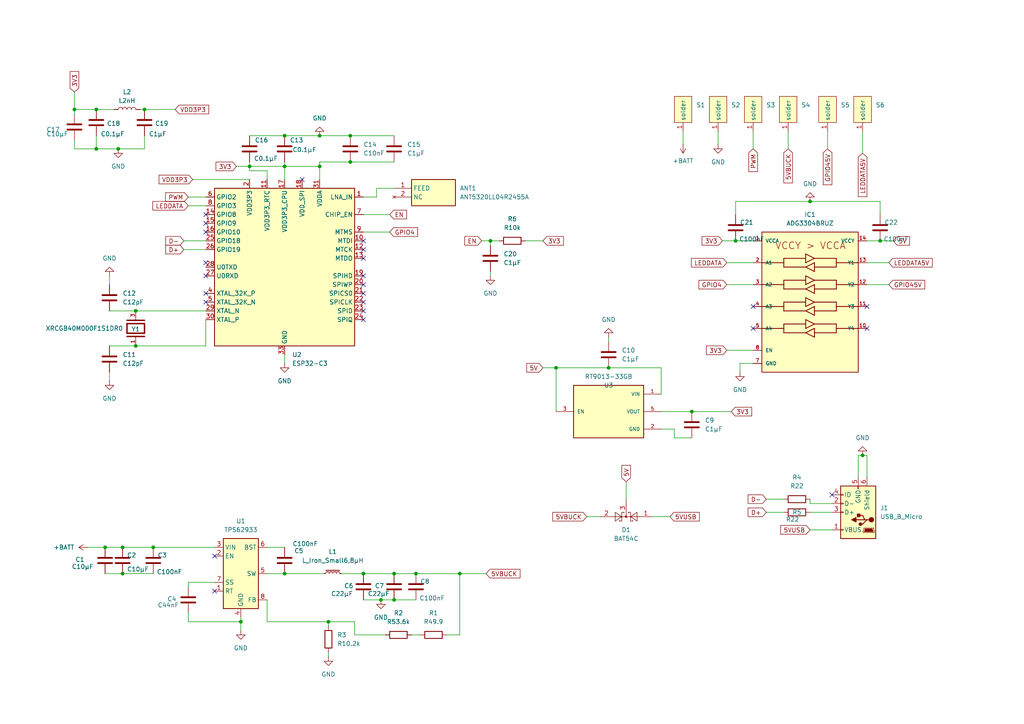
<source format=kicad_sch>
(kicad_sch
	(version 20231120)
	(generator "eeschema")
	(generator_version "8.0")
	(uuid "4659c4cd-d534-4ed0-8f2a-211a8e78256d")
	(paper "A4")
	(lib_symbols
		(symbol "ADG3304BRUZ:ADG3304BRUZ"
			(pin_names
				(offset 1.016)
			)
			(exclude_from_sim no)
			(in_bom yes)
			(on_board yes)
			(property "Reference" "IC"
				(at -3.81 31.75 0)
				(effects
					(font
						(size 1.27 1.27)
					)
					(justify left bottom)
				)
			)
			(property "Value" "ADG3304BRUZ"
				(at -3.81 -12.7 0)
				(effects
					(font
						(size 1.27 1.27)
					)
					(justify left bottom)
				)
			)
			(property "Footprint" "ADG3304BRUZ:TSSOP14"
				(at 0 0 0)
				(effects
					(font
						(size 1.27 1.27)
					)
					(justify bottom)
					(hide yes)
				)
			)
			(property "Datasheet" ""
				(at 0 0 0)
				(effects
					(font
						(size 1.27 1.27)
					)
					(hide yes)
				)
			)
			(property "Description" ""
				(at 0 0 0)
				(effects
					(font
						(size 1.27 1.27)
					)
					(hide yes)
				)
			)
			(property "OC_MOUSER" "584-ADG3304BRUZ"
				(at 0 0 0)
				(effects
					(font
						(size 1.27 1.27)
					)
					(justify bottom)
					(hide yes)
				)
			)
			(property "PRICE_MOUSER" "1,72"
				(at 0 0 0)
				(effects
					(font
						(size 1.27 1.27)
					)
					(justify bottom)
					(hide yes)
				)
			)
			(property "Description_1" "\n                        \n                            Low Voltage 1.15 V to 5.5 V, 4 Channel, Bidirectional, Logic Level Translator\n                        \n"
				(at 0 0 0)
				(effects
					(font
						(size 1.27 1.27)
					)
					(justify bottom)
					(hide yes)
				)
			)
			(property "MF" "Analog Devices"
				(at 0 0 0)
				(effects
					(font
						(size 1.27 1.27)
					)
					(justify bottom)
					(hide yes)
				)
			)
			(property "OC_FARNELL" "1078228"
				(at 0 0 0)
				(effects
					(font
						(size 1.27 1.27)
					)
					(justify bottom)
					(hide yes)
				)
			)
			(property "PRICE_DIGIKEY" "2,08594"
				(at 0 0 0)
				(effects
					(font
						(size 1.27 1.27)
					)
					(justify bottom)
					(hide yes)
				)
			)
			(property "Price" "None"
				(at 0 0 0)
				(effects
					(font
						(size 1.27 1.27)
					)
					(justify bottom)
					(hide yes)
				)
			)
			(property "Package" "TSSOP-14 Analog Devices"
				(at 0 0 0)
				(effects
					(font
						(size 1.27 1.27)
					)
					(justify bottom)
					(hide yes)
				)
			)
			(property "Check_prices" "https://www.snapeda.com/parts/ADG3304BRUZ-REEL/Analog+Devices/view-part/?ref=eda"
				(at 0 0 0)
				(effects
					(font
						(size 1.27 1.27)
					)
					(justify bottom)
					(hide yes)
				)
			)
			(property "SnapEDA_Link" "https://www.snapeda.com/parts/ADG3304BRUZ-REEL/Analog+Devices/view-part/?ref=snap"
				(at 0 0 0)
				(effects
					(font
						(size 1.27 1.27)
					)
					(justify bottom)
					(hide yes)
				)
			)
			(property "OC_REICHELT" ""
				(at 0 0 0)
				(effects
					(font
						(size 1.27 1.27)
					)
					(justify bottom)
					(hide yes)
				)
			)
			(property "OC_RS" "412-826"
				(at 0 0 0)
				(effects
					(font
						(size 1.27 1.27)
					)
					(justify bottom)
					(hide yes)
				)
			)
			(property "OC_DIGIKEY" "ADG3304BRUZ-ND"
				(at 0 0 0)
				(effects
					(font
						(size 1.27 1.27)
					)
					(justify bottom)
					(hide yes)
				)
			)
			(property "MP" "ADG3304BRUZ-REEL"
				(at 0 0 0)
				(effects
					(font
						(size 1.27 1.27)
					)
					(justify bottom)
					(hide yes)
				)
			)
			(property "PRICE_RS" "1,722"
				(at 0 0 0)
				(effects
					(font
						(size 1.27 1.27)
					)
					(justify bottom)
					(hide yes)
				)
			)
			(property "Availability" "In Stock"
				(at 0 0 0)
				(effects
					(font
						(size 1.27 1.27)
					)
					(justify bottom)
					(hide yes)
				)
			)
			(property "PRICE_REICHELT" ""
				(at 0 0 0)
				(effects
					(font
						(size 1.27 1.27)
					)
					(justify bottom)
					(hide yes)
				)
			)
			(property "PRICE_FARNELL" "1,47"
				(at 0 0 0)
				(effects
					(font
						(size 1.27 1.27)
					)
					(justify bottom)
					(hide yes)
				)
			)
			(symbol "ADG3304BRUZ_0_0"
				(rectangle
					(start -13.97 -10.16)
					(end 13.97 30.48)
					(stroke
						(width 0.245)
						(type default)
					)
					(fill
						(type background)
					)
				)
				(polyline
					(pts
						(xy -13.97 2.54) (xy -7.62 2.54)
					)
					(stroke
						(width 0.245)
						(type default)
					)
					(fill
						(type none)
					)
				)
				(polyline
					(pts
						(xy -13.97 8.89) (xy -7.62 8.89)
					)
					(stroke
						(width 0.245)
						(type default)
					)
					(fill
						(type none)
					)
				)
				(polyline
					(pts
						(xy -13.97 15.24) (xy -7.62 15.24)
					)
					(stroke
						(width 0.245)
						(type default)
					)
					(fill
						(type none)
					)
				)
				(polyline
					(pts
						(xy -13.97 21.59) (xy -7.62 21.59)
					)
					(stroke
						(width 0.245)
						(type default)
					)
					(fill
						(type none)
					)
				)
				(polyline
					(pts
						(xy -7.62 1.27) (xy -7.62 2.54)
					)
					(stroke
						(width 0.245)
						(type default)
					)
					(fill
						(type none)
					)
				)
				(polyline
					(pts
						(xy -7.62 1.27) (xy -1.27 1.27)
					)
					(stroke
						(width 0.245)
						(type default)
					)
					(fill
						(type none)
					)
				)
				(polyline
					(pts
						(xy -7.62 2.54) (xy -7.62 3.81)
					)
					(stroke
						(width 0.245)
						(type default)
					)
					(fill
						(type none)
					)
				)
				(polyline
					(pts
						(xy -7.62 3.81) (xy -1.27 3.81)
					)
					(stroke
						(width 0.245)
						(type default)
					)
					(fill
						(type none)
					)
				)
				(polyline
					(pts
						(xy -7.62 7.62) (xy -7.62 8.89)
					)
					(stroke
						(width 0.245)
						(type default)
					)
					(fill
						(type none)
					)
				)
				(polyline
					(pts
						(xy -7.62 7.62) (xy -1.27 7.62)
					)
					(stroke
						(width 0.245)
						(type default)
					)
					(fill
						(type none)
					)
				)
				(polyline
					(pts
						(xy -7.62 8.89) (xy -7.62 10.16)
					)
					(stroke
						(width 0.245)
						(type default)
					)
					(fill
						(type none)
					)
				)
				(polyline
					(pts
						(xy -7.62 10.16) (xy -1.27 10.16)
					)
					(stroke
						(width 0.245)
						(type default)
					)
					(fill
						(type none)
					)
				)
				(polyline
					(pts
						(xy -7.62 13.97) (xy -7.62 15.24)
					)
					(stroke
						(width 0.245)
						(type default)
					)
					(fill
						(type none)
					)
				)
				(polyline
					(pts
						(xy -7.62 13.97) (xy -1.27 13.97)
					)
					(stroke
						(width 0.245)
						(type default)
					)
					(fill
						(type none)
					)
				)
				(polyline
					(pts
						(xy -7.62 15.24) (xy -7.62 16.51)
					)
					(stroke
						(width 0.245)
						(type default)
					)
					(fill
						(type none)
					)
				)
				(polyline
					(pts
						(xy -7.62 16.51) (xy -1.27 16.51)
					)
					(stroke
						(width 0.245)
						(type default)
					)
					(fill
						(type none)
					)
				)
				(polyline
					(pts
						(xy -7.62 20.32) (xy -7.62 21.59)
					)
					(stroke
						(width 0.245)
						(type default)
					)
					(fill
						(type none)
					)
				)
				(polyline
					(pts
						(xy -7.62 20.32) (xy -1.27 20.32)
					)
					(stroke
						(width 0.245)
						(type default)
					)
					(fill
						(type none)
					)
				)
				(polyline
					(pts
						(xy -7.62 21.59) (xy -7.62 22.86)
					)
					(stroke
						(width 0.245)
						(type default)
					)
					(fill
						(type none)
					)
				)
				(polyline
					(pts
						(xy -7.62 22.86) (xy -1.27 22.86)
					)
					(stroke
						(width 0.245)
						(type default)
					)
					(fill
						(type none)
					)
				)
				(polyline
					(pts
						(xy -1.27 1.27) (xy 1.27 2.54)
					)
					(stroke
						(width 0.245)
						(type default)
					)
					(fill
						(type none)
					)
				)
				(polyline
					(pts
						(xy -1.27 2.54) (xy 1.27 3.81)
					)
					(stroke
						(width 0.245)
						(type default)
					)
					(fill
						(type none)
					)
				)
				(polyline
					(pts
						(xy -1.27 5.08) (xy -1.27 2.54)
					)
					(stroke
						(width 0.245)
						(type default)
					)
					(fill
						(type none)
					)
				)
				(polyline
					(pts
						(xy -1.27 7.62) (xy 1.27 8.89)
					)
					(stroke
						(width 0.245)
						(type default)
					)
					(fill
						(type none)
					)
				)
				(polyline
					(pts
						(xy -1.27 8.89) (xy 1.27 10.16)
					)
					(stroke
						(width 0.245)
						(type default)
					)
					(fill
						(type none)
					)
				)
				(polyline
					(pts
						(xy -1.27 11.43) (xy -1.27 8.89)
					)
					(stroke
						(width 0.245)
						(type default)
					)
					(fill
						(type none)
					)
				)
				(polyline
					(pts
						(xy -1.27 13.97) (xy 1.27 15.24)
					)
					(stroke
						(width 0.245)
						(type default)
					)
					(fill
						(type none)
					)
				)
				(polyline
					(pts
						(xy -1.27 15.24) (xy 1.27 16.51)
					)
					(stroke
						(width 0.245)
						(type default)
					)
					(fill
						(type none)
					)
				)
				(polyline
					(pts
						(xy -1.27 17.78) (xy -1.27 15.24)
					)
					(stroke
						(width 0.245)
						(type default)
					)
					(fill
						(type none)
					)
				)
				(polyline
					(pts
						(xy -1.27 20.32) (xy 1.27 21.59)
					)
					(stroke
						(width 0.245)
						(type default)
					)
					(fill
						(type none)
					)
				)
				(polyline
					(pts
						(xy -1.27 21.59) (xy 1.27 22.86)
					)
					(stroke
						(width 0.245)
						(type default)
					)
					(fill
						(type none)
					)
				)
				(polyline
					(pts
						(xy -1.27 24.13) (xy -1.27 21.59)
					)
					(stroke
						(width 0.245)
						(type default)
					)
					(fill
						(type none)
					)
				)
				(polyline
					(pts
						(xy 1.27 0) (xy -1.27 1.27)
					)
					(stroke
						(width 0.245)
						(type default)
					)
					(fill
						(type none)
					)
				)
				(polyline
					(pts
						(xy 1.27 1.27) (xy 1.27 0)
					)
					(stroke
						(width 0.245)
						(type default)
					)
					(fill
						(type none)
					)
				)
				(polyline
					(pts
						(xy 1.27 1.27) (xy 7.62 1.27)
					)
					(stroke
						(width 0.245)
						(type default)
					)
					(fill
						(type none)
					)
				)
				(polyline
					(pts
						(xy 1.27 2.54) (xy 1.27 1.27)
					)
					(stroke
						(width 0.245)
						(type default)
					)
					(fill
						(type none)
					)
				)
				(polyline
					(pts
						(xy 1.27 3.81) (xy -1.27 5.08)
					)
					(stroke
						(width 0.245)
						(type default)
					)
					(fill
						(type none)
					)
				)
				(polyline
					(pts
						(xy 1.27 6.35) (xy -1.27 7.62)
					)
					(stroke
						(width 0.245)
						(type default)
					)
					(fill
						(type none)
					)
				)
				(polyline
					(pts
						(xy 1.27 7.62) (xy 1.27 6.35)
					)
					(stroke
						(width 0.245)
						(type default)
					)
					(fill
						(type none)
					)
				)
				(polyline
					(pts
						(xy 1.27 7.62) (xy 7.62 7.62)
					)
					(stroke
						(width 0.245)
						(type default)
					)
					(fill
						(type none)
					)
				)
				(polyline
					(pts
						(xy 1.27 8.89) (xy 1.27 7.62)
					)
					(stroke
						(width 0.245)
						(type default)
					)
					(fill
						(type none)
					)
				)
				(polyline
					(pts
						(xy 1.27 10.16) (xy -1.27 11.43)
					)
					(stroke
						(width 0.245)
						(type default)
					)
					(fill
						(type none)
					)
				)
				(polyline
					(pts
						(xy 1.27 12.7) (xy -1.27 13.97)
					)
					(stroke
						(width 0.245)
						(type default)
					)
					(fill
						(type none)
					)
				)
				(polyline
					(pts
						(xy 1.27 13.97) (xy 1.27 12.7)
					)
					(stroke
						(width 0.245)
						(type default)
					)
					(fill
						(type none)
					)
				)
				(polyline
					(pts
						(xy 1.27 13.97) (xy 7.62 13.97)
					)
					(stroke
						(width 0.245)
						(type default)
					)
					(fill
						(type none)
					)
				)
				(polyline
					(pts
						(xy 1.27 15.24) (xy 1.27 13.97)
					)
					(stroke
						(width 0.245)
						(type default)
					)
					(fill
						(type none)
					)
				)
				(polyline
					(pts
						(xy 1.27 16.51) (xy -1.27 17.78)
					)
					(stroke
						(width 0.245)
						(type default)
					)
					(fill
						(type none)
					)
				)
				(polyline
					(pts
						(xy 1.27 19.05) (xy -1.27 20.32)
					)
					(stroke
						(width 0.245)
						(type default)
					)
					(fill
						(type none)
					)
				)
				(polyline
					(pts
						(xy 1.27 20.32) (xy 1.27 19.05)
					)
					(stroke
						(width 0.245)
						(type default)
					)
					(fill
						(type none)
					)
				)
				(polyline
					(pts
						(xy 1.27 20.32) (xy 7.62 20.32)
					)
					(stroke
						(width 0.245)
						(type default)
					)
					(fill
						(type none)
					)
				)
				(polyline
					(pts
						(xy 1.27 21.59) (xy 1.27 20.32)
					)
					(stroke
						(width 0.245)
						(type default)
					)
					(fill
						(type none)
					)
				)
				(polyline
					(pts
						(xy 1.27 22.86) (xy -1.27 24.13)
					)
					(stroke
						(width 0.245)
						(type default)
					)
					(fill
						(type none)
					)
				)
				(polyline
					(pts
						(xy 7.62 1.27) (xy 7.62 2.54)
					)
					(stroke
						(width 0.245)
						(type default)
					)
					(fill
						(type none)
					)
				)
				(polyline
					(pts
						(xy 7.62 2.54) (xy 7.62 3.81)
					)
					(stroke
						(width 0.245)
						(type default)
					)
					(fill
						(type none)
					)
				)
				(polyline
					(pts
						(xy 7.62 2.54) (xy 13.97 2.54)
					)
					(stroke
						(width 0.245)
						(type default)
					)
					(fill
						(type none)
					)
				)
				(polyline
					(pts
						(xy 7.62 3.81) (xy 1.27 3.81)
					)
					(stroke
						(width 0.245)
						(type default)
					)
					(fill
						(type none)
					)
				)
				(polyline
					(pts
						(xy 7.62 7.62) (xy 7.62 8.89)
					)
					(stroke
						(width 0.245)
						(type default)
					)
					(fill
						(type none)
					)
				)
				(polyline
					(pts
						(xy 7.62 8.89) (xy 7.62 10.16)
					)
					(stroke
						(width 0.245)
						(type default)
					)
					(fill
						(type none)
					)
				)
				(polyline
					(pts
						(xy 7.62 8.89) (xy 13.97 8.89)
					)
					(stroke
						(width 0.245)
						(type default)
					)
					(fill
						(type none)
					)
				)
				(polyline
					(pts
						(xy 7.62 10.16) (xy 1.27 10.16)
					)
					(stroke
						(width 0.245)
						(type default)
					)
					(fill
						(type none)
					)
				)
				(polyline
					(pts
						(xy 7.62 13.97) (xy 7.62 15.24)
					)
					(stroke
						(width 0.245)
						(type default)
					)
					(fill
						(type none)
					)
				)
				(polyline
					(pts
						(xy 7.62 15.24) (xy 7.62 16.51)
					)
					(stroke
						(width 0.245)
						(type default)
					)
					(fill
						(type none)
					)
				)
				(polyline
					(pts
						(xy 7.62 15.24) (xy 13.97 15.24)
					)
					(stroke
						(width 0.245)
						(type default)
					)
					(fill
						(type none)
					)
				)
				(polyline
					(pts
						(xy 7.62 16.51) (xy 1.27 16.51)
					)
					(stroke
						(width 0.245)
						(type default)
					)
					(fill
						(type none)
					)
				)
				(polyline
					(pts
						(xy 7.62 20.32) (xy 7.62 21.59)
					)
					(stroke
						(width 0.245)
						(type default)
					)
					(fill
						(type none)
					)
				)
				(polyline
					(pts
						(xy 7.62 21.59) (xy 7.62 22.86)
					)
					(stroke
						(width 0.245)
						(type default)
					)
					(fill
						(type none)
					)
				)
				(polyline
					(pts
						(xy 7.62 21.59) (xy 13.97 21.59)
					)
					(stroke
						(width 0.245)
						(type default)
					)
					(fill
						(type none)
					)
				)
				(polyline
					(pts
						(xy 7.62 22.86) (xy 1.27 22.86)
					)
					(stroke
						(width 0.245)
						(type default)
					)
					(fill
						(type none)
					)
				)
				(text "VCCY > VCCA"
					(at -10.16 25.4 0)
					(effects
						(font
							(size 2 2)
						)
						(justify left bottom)
					)
				)
				(pin bidirectional line
					(at -16.51 27.94 0)
					(length 2.54)
					(name "VCCA"
						(effects
							(font
								(size 1.016 1.016)
							)
						)
					)
					(number "1"
						(effects
							(font
								(size 1.016 1.016)
							)
						)
					)
				)
				(pin bidirectional line
					(at 16.51 2.54 180)
					(length 2.54)
					(name "Y4"
						(effects
							(font
								(size 1.016 1.016)
							)
						)
					)
					(number "10"
						(effects
							(font
								(size 1.016 1.016)
							)
						)
					)
				)
				(pin bidirectional line
					(at 16.51 8.89 180)
					(length 2.54)
					(name "Y3"
						(effects
							(font
								(size 1.016 1.016)
							)
						)
					)
					(number "11"
						(effects
							(font
								(size 1.016 1.016)
							)
						)
					)
				)
				(pin bidirectional line
					(at 16.51 15.24 180)
					(length 2.54)
					(name "Y2"
						(effects
							(font
								(size 1.016 1.016)
							)
						)
					)
					(number "12"
						(effects
							(font
								(size 1.016 1.016)
							)
						)
					)
				)
				(pin bidirectional line
					(at 16.51 21.59 180)
					(length 2.54)
					(name "Y1"
						(effects
							(font
								(size 1.016 1.016)
							)
						)
					)
					(number "13"
						(effects
							(font
								(size 1.016 1.016)
							)
						)
					)
				)
				(pin bidirectional line
					(at 16.51 27.94 180)
					(length 2.54)
					(name "VCCY"
						(effects
							(font
								(size 1.016 1.016)
							)
						)
					)
					(number "14"
						(effects
							(font
								(size 1.016 1.016)
							)
						)
					)
				)
				(pin bidirectional line
					(at -16.51 21.59 0)
					(length 2.54)
					(name "A1"
						(effects
							(font
								(size 1.016 1.016)
							)
						)
					)
					(number "2"
						(effects
							(font
								(size 1.016 1.016)
							)
						)
					)
				)
				(pin bidirectional line
					(at -16.51 15.24 0)
					(length 2.54)
					(name "A2"
						(effects
							(font
								(size 1.016 1.016)
							)
						)
					)
					(number "3"
						(effects
							(font
								(size 1.016 1.016)
							)
						)
					)
				)
				(pin bidirectional line
					(at -16.51 8.89 0)
					(length 2.54)
					(name "A3"
						(effects
							(font
								(size 1.016 1.016)
							)
						)
					)
					(number "4"
						(effects
							(font
								(size 1.016 1.016)
							)
						)
					)
				)
				(pin bidirectional line
					(at -16.51 2.54 0)
					(length 2.54)
					(name "A4"
						(effects
							(font
								(size 1.016 1.016)
							)
						)
					)
					(number "5"
						(effects
							(font
								(size 1.016 1.016)
							)
						)
					)
				)
				(pin bidirectional line
					(at -16.51 -7.62 0)
					(length 2.54)
					(name "GND"
						(effects
							(font
								(size 1.016 1.016)
							)
						)
					)
					(number "7"
						(effects
							(font
								(size 1.016 1.016)
							)
						)
					)
				)
				(pin bidirectional line
					(at -16.51 -3.81 0)
					(length 2.54)
					(name "EN"
						(effects
							(font
								(size 1.016 1.016)
							)
						)
					)
					(number "8"
						(effects
							(font
								(size 1.016 1.016)
							)
						)
					)
				)
			)
		)
		(symbol "ANT5320LL04R2455A:ANT5320LL04R2455A"
			(exclude_from_sim no)
			(in_bom yes)
			(on_board yes)
			(property "Reference" "ANT"
				(at 19.05 7.62 0)
				(effects
					(font
						(size 1.27 1.27)
					)
					(justify left top)
				)
			)
			(property "Value" "ANT5320LL04R2455A"
				(at 19.05 5.08 0)
				(effects
					(font
						(size 1.27 1.27)
					)
					(justify left top)
				)
			)
			(property "Footprint" "ANTC5320X170N"
				(at 19.05 -94.92 0)
				(effects
					(font
						(size 1.27 1.27)
					)
					(justify left top)
					(hide yes)
				)
			)
			(property "Datasheet" ""
				(at 19.05 -194.92 0)
				(effects
					(font
						(size 1.27 1.27)
					)
					(justify left top)
					(hide yes)
				)
			)
			(property "Description" "Chip Antenna Linear Dual Band 50Ohm 2.4GHz/5GHz 2.09dBi/4.32dBi 2-Pin SMD T/R - Tape and Reel"
				(at 0 0 0)
				(effects
					(font
						(size 1.27 1.27)
					)
					(hide yes)
				)
			)
			(property "Height" "1.7"
				(at 19.05 -394.92 0)
				(effects
					(font
						(size 1.27 1.27)
					)
					(justify left top)
					(hide yes)
				)
			)
			(property "Mouser2 Part Number" ""
				(at 19.05 -494.92 0)
				(effects
					(font
						(size 1.27 1.27)
					)
					(justify left top)
					(hide yes)
				)
			)
			(property "Mouser2 Price/Stock" ""
				(at 19.05 -594.92 0)
				(effects
					(font
						(size 1.27 1.27)
					)
					(justify left top)
					(hide yes)
				)
			)
			(property "Manufacturer_Name" "Pulse Electronics"
				(at 19.05 -694.92 0)
				(effects
					(font
						(size 1.27 1.27)
					)
					(justify left top)
					(hide yes)
				)
			)
			(property "Manufacturer_Part_Number" "ANT5320LL04R2455A"
				(at 19.05 -794.92 0)
				(effects
					(font
						(size 1.27 1.27)
					)
					(justify left top)
					(hide yes)
				)
			)
			(symbol "ANT5320LL04R2455A_1_1"
				(rectangle
					(start 5.08 2.54)
					(end 17.78 -5.08)
					(stroke
						(width 0.254)
						(type default)
					)
					(fill
						(type background)
					)
				)
				(pin input line
					(at 0 0 0)
					(length 5.08)
					(name "FEED"
						(effects
							(font
								(size 1.27 1.27)
							)
						)
					)
					(number "1"
						(effects
							(font
								(size 1.27 1.27)
							)
						)
					)
				)
				(pin no_connect line
					(at 0 -2.54 0)
					(length 5.08)
					(name "NC"
						(effects
							(font
								(size 1.27 1.27)
							)
						)
					)
					(number "2"
						(effects
							(font
								(size 1.27 1.27)
							)
						)
					)
				)
			)
		)
		(symbol "Connector:USB_B_Micro"
			(pin_names
				(offset 1.016)
			)
			(exclude_from_sim no)
			(in_bom yes)
			(on_board yes)
			(property "Reference" "J"
				(at -5.08 11.43 0)
				(effects
					(font
						(size 1.27 1.27)
					)
					(justify left)
				)
			)
			(property "Value" "USB_B_Micro"
				(at -5.08 8.89 0)
				(effects
					(font
						(size 1.27 1.27)
					)
					(justify left)
				)
			)
			(property "Footprint" ""
				(at 3.81 -1.27 0)
				(effects
					(font
						(size 1.27 1.27)
					)
					(hide yes)
				)
			)
			(property "Datasheet" "~"
				(at 3.81 -1.27 0)
				(effects
					(font
						(size 1.27 1.27)
					)
					(hide yes)
				)
			)
			(property "Description" "USB Micro Type B connector"
				(at 0 0 0)
				(effects
					(font
						(size 1.27 1.27)
					)
					(hide yes)
				)
			)
			(property "ki_keywords" "connector USB micro"
				(at 0 0 0)
				(effects
					(font
						(size 1.27 1.27)
					)
					(hide yes)
				)
			)
			(property "ki_fp_filters" "USB*"
				(at 0 0 0)
				(effects
					(font
						(size 1.27 1.27)
					)
					(hide yes)
				)
			)
			(symbol "USB_B_Micro_0_1"
				(rectangle
					(start -5.08 -7.62)
					(end 5.08 7.62)
					(stroke
						(width 0.254)
						(type default)
					)
					(fill
						(type background)
					)
				)
				(circle
					(center -3.81 2.159)
					(radius 0.635)
					(stroke
						(width 0.254)
						(type default)
					)
					(fill
						(type outline)
					)
				)
				(circle
					(center -0.635 3.429)
					(radius 0.381)
					(stroke
						(width 0.254)
						(type default)
					)
					(fill
						(type outline)
					)
				)
				(rectangle
					(start -0.127 -7.62)
					(end 0.127 -6.858)
					(stroke
						(width 0)
						(type default)
					)
					(fill
						(type none)
					)
				)
				(polyline
					(pts
						(xy -1.905 2.159) (xy 0.635 2.159)
					)
					(stroke
						(width 0.254)
						(type default)
					)
					(fill
						(type none)
					)
				)
				(polyline
					(pts
						(xy -3.175 2.159) (xy -2.54 2.159) (xy -1.27 3.429) (xy -0.635 3.429)
					)
					(stroke
						(width 0.254)
						(type default)
					)
					(fill
						(type none)
					)
				)
				(polyline
					(pts
						(xy -2.54 2.159) (xy -1.905 2.159) (xy -1.27 0.889) (xy 0 0.889)
					)
					(stroke
						(width 0.254)
						(type default)
					)
					(fill
						(type none)
					)
				)
				(polyline
					(pts
						(xy 0.635 2.794) (xy 0.635 1.524) (xy 1.905 2.159) (xy 0.635 2.794)
					)
					(stroke
						(width 0.254)
						(type default)
					)
					(fill
						(type outline)
					)
				)
				(polyline
					(pts
						(xy -4.318 5.588) (xy -1.778 5.588) (xy -2.032 4.826) (xy -4.064 4.826) (xy -4.318 5.588)
					)
					(stroke
						(width 0)
						(type default)
					)
					(fill
						(type outline)
					)
				)
				(polyline
					(pts
						(xy -4.699 5.842) (xy -4.699 5.588) (xy -4.445 4.826) (xy -4.445 4.572) (xy -1.651 4.572) (xy -1.651 4.826)
						(xy -1.397 5.588) (xy -1.397 5.842) (xy -4.699 5.842)
					)
					(stroke
						(width 0)
						(type default)
					)
					(fill
						(type none)
					)
				)
				(rectangle
					(start 0.254 1.27)
					(end -0.508 0.508)
					(stroke
						(width 0.254)
						(type default)
					)
					(fill
						(type outline)
					)
				)
				(rectangle
					(start 5.08 -5.207)
					(end 4.318 -4.953)
					(stroke
						(width 0)
						(type default)
					)
					(fill
						(type none)
					)
				)
				(rectangle
					(start 5.08 -2.667)
					(end 4.318 -2.413)
					(stroke
						(width 0)
						(type default)
					)
					(fill
						(type none)
					)
				)
				(rectangle
					(start 5.08 -0.127)
					(end 4.318 0.127)
					(stroke
						(width 0)
						(type default)
					)
					(fill
						(type none)
					)
				)
				(rectangle
					(start 5.08 4.953)
					(end 4.318 5.207)
					(stroke
						(width 0)
						(type default)
					)
					(fill
						(type none)
					)
				)
			)
			(symbol "USB_B_Micro_1_1"
				(pin power_out line
					(at 7.62 5.08 180)
					(length 2.54)
					(name "VBUS"
						(effects
							(font
								(size 1.27 1.27)
							)
						)
					)
					(number "1"
						(effects
							(font
								(size 1.27 1.27)
							)
						)
					)
				)
				(pin bidirectional line
					(at 7.62 -2.54 180)
					(length 2.54)
					(name "D-"
						(effects
							(font
								(size 1.27 1.27)
							)
						)
					)
					(number "2"
						(effects
							(font
								(size 1.27 1.27)
							)
						)
					)
				)
				(pin bidirectional line
					(at 7.62 0 180)
					(length 2.54)
					(name "D+"
						(effects
							(font
								(size 1.27 1.27)
							)
						)
					)
					(number "3"
						(effects
							(font
								(size 1.27 1.27)
							)
						)
					)
				)
				(pin passive line
					(at 7.62 -5.08 180)
					(length 2.54)
					(name "ID"
						(effects
							(font
								(size 1.27 1.27)
							)
						)
					)
					(number "4"
						(effects
							(font
								(size 1.27 1.27)
							)
						)
					)
				)
				(pin power_out line
					(at 0 -10.16 90)
					(length 2.54)
					(name "GND"
						(effects
							(font
								(size 1.27 1.27)
							)
						)
					)
					(number "5"
						(effects
							(font
								(size 1.27 1.27)
							)
						)
					)
				)
				(pin passive line
					(at -2.54 -10.16 90)
					(length 2.54)
					(name "Shield"
						(effects
							(font
								(size 1.27 1.27)
							)
						)
					)
					(number "6"
						(effects
							(font
								(size 1.27 1.27)
							)
						)
					)
				)
			)
		)
		(symbol "Device:C"
			(pin_numbers hide)
			(pin_names
				(offset 0.254)
			)
			(exclude_from_sim no)
			(in_bom yes)
			(on_board yes)
			(property "Reference" "C"
				(at 0.635 2.54 0)
				(effects
					(font
						(size 1.27 1.27)
					)
					(justify left)
				)
			)
			(property "Value" "C"
				(at 0.635 -2.54 0)
				(effects
					(font
						(size 1.27 1.27)
					)
					(justify left)
				)
			)
			(property "Footprint" ""
				(at 0.9652 -3.81 0)
				(effects
					(font
						(size 1.27 1.27)
					)
					(hide yes)
				)
			)
			(property "Datasheet" "~"
				(at 0 0 0)
				(effects
					(font
						(size 1.27 1.27)
					)
					(hide yes)
				)
			)
			(property "Description" "Unpolarized capacitor"
				(at 0 0 0)
				(effects
					(font
						(size 1.27 1.27)
					)
					(hide yes)
				)
			)
			(property "ki_keywords" "cap capacitor"
				(at 0 0 0)
				(effects
					(font
						(size 1.27 1.27)
					)
					(hide yes)
				)
			)
			(property "ki_fp_filters" "C_*"
				(at 0 0 0)
				(effects
					(font
						(size 1.27 1.27)
					)
					(hide yes)
				)
			)
			(symbol "C_0_1"
				(polyline
					(pts
						(xy -2.032 -0.762) (xy 2.032 -0.762)
					)
					(stroke
						(width 0.508)
						(type default)
					)
					(fill
						(type none)
					)
				)
				(polyline
					(pts
						(xy -2.032 0.762) (xy 2.032 0.762)
					)
					(stroke
						(width 0.508)
						(type default)
					)
					(fill
						(type none)
					)
				)
			)
			(symbol "C_1_1"
				(pin passive line
					(at 0 3.81 270)
					(length 2.794)
					(name "~"
						(effects
							(font
								(size 1.27 1.27)
							)
						)
					)
					(number "1"
						(effects
							(font
								(size 1.27 1.27)
							)
						)
					)
				)
				(pin passive line
					(at 0 -3.81 90)
					(length 2.794)
					(name "~"
						(effects
							(font
								(size 1.27 1.27)
							)
						)
					)
					(number "2"
						(effects
							(font
								(size 1.27 1.27)
							)
						)
					)
				)
			)
		)
		(symbol "Device:L"
			(pin_numbers hide)
			(pin_names
				(offset 1.016) hide)
			(exclude_from_sim no)
			(in_bom yes)
			(on_board yes)
			(property "Reference" "L"
				(at -1.27 0 90)
				(effects
					(font
						(size 1.27 1.27)
					)
				)
			)
			(property "Value" "L"
				(at 1.905 0 90)
				(effects
					(font
						(size 1.27 1.27)
					)
				)
			)
			(property "Footprint" ""
				(at 0 0 0)
				(effects
					(font
						(size 1.27 1.27)
					)
					(hide yes)
				)
			)
			(property "Datasheet" "~"
				(at 0 0 0)
				(effects
					(font
						(size 1.27 1.27)
					)
					(hide yes)
				)
			)
			(property "Description" "Inductor"
				(at 0 0 0)
				(effects
					(font
						(size 1.27 1.27)
					)
					(hide yes)
				)
			)
			(property "ki_keywords" "inductor choke coil reactor magnetic"
				(at 0 0 0)
				(effects
					(font
						(size 1.27 1.27)
					)
					(hide yes)
				)
			)
			(property "ki_fp_filters" "Choke_* *Coil* Inductor_* L_*"
				(at 0 0 0)
				(effects
					(font
						(size 1.27 1.27)
					)
					(hide yes)
				)
			)
			(symbol "L_0_1"
				(arc
					(start 0 -2.54)
					(mid 0.6323 -1.905)
					(end 0 -1.27)
					(stroke
						(width 0)
						(type default)
					)
					(fill
						(type none)
					)
				)
				(arc
					(start 0 -1.27)
					(mid 0.6323 -0.635)
					(end 0 0)
					(stroke
						(width 0)
						(type default)
					)
					(fill
						(type none)
					)
				)
				(arc
					(start 0 0)
					(mid 0.6323 0.635)
					(end 0 1.27)
					(stroke
						(width 0)
						(type default)
					)
					(fill
						(type none)
					)
				)
				(arc
					(start 0 1.27)
					(mid 0.6323 1.905)
					(end 0 2.54)
					(stroke
						(width 0)
						(type default)
					)
					(fill
						(type none)
					)
				)
			)
			(symbol "L_1_1"
				(pin passive line
					(at 0 3.81 270)
					(length 1.27)
					(name "1"
						(effects
							(font
								(size 1.27 1.27)
							)
						)
					)
					(number "1"
						(effects
							(font
								(size 1.27 1.27)
							)
						)
					)
				)
				(pin passive line
					(at 0 -3.81 90)
					(length 1.27)
					(name "2"
						(effects
							(font
								(size 1.27 1.27)
							)
						)
					)
					(number "2"
						(effects
							(font
								(size 1.27 1.27)
							)
						)
					)
				)
			)
		)
		(symbol "Device:L_Iron_Small"
			(pin_numbers hide)
			(pin_names
				(offset 0.254) hide)
			(exclude_from_sim no)
			(in_bom yes)
			(on_board yes)
			(property "Reference" "L"
				(at 1.27 1.016 0)
				(effects
					(font
						(size 1.27 1.27)
					)
					(justify left)
				)
			)
			(property "Value" "L_Iron_Small"
				(at 1.27 -1.27 0)
				(effects
					(font
						(size 1.27 1.27)
					)
					(justify left)
				)
			)
			(property "Footprint" ""
				(at 0 0 0)
				(effects
					(font
						(size 1.27 1.27)
					)
					(hide yes)
				)
			)
			(property "Datasheet" "~"
				(at 0 0 0)
				(effects
					(font
						(size 1.27 1.27)
					)
					(hide yes)
				)
			)
			(property "Description" "Inductor with iron core, small symbol"
				(at 0 0 0)
				(effects
					(font
						(size 1.27 1.27)
					)
					(hide yes)
				)
			)
			(property "ki_keywords" "inductor choke coil reactor magnetic"
				(at 0 0 0)
				(effects
					(font
						(size 1.27 1.27)
					)
					(hide yes)
				)
			)
			(property "ki_fp_filters" "Choke_* *Coil* Inductor_* L_*"
				(at 0 0 0)
				(effects
					(font
						(size 1.27 1.27)
					)
					(hide yes)
				)
			)
			(symbol "L_Iron_Small_0_1"
				(arc
					(start 0 -2.032)
					(mid 0.5058 -1.524)
					(end 0 -1.016)
					(stroke
						(width 0)
						(type default)
					)
					(fill
						(type none)
					)
				)
				(arc
					(start 0 -1.016)
					(mid 0.5058 -0.508)
					(end 0 0)
					(stroke
						(width 0)
						(type default)
					)
					(fill
						(type none)
					)
				)
				(polyline
					(pts
						(xy 0.762 2.032) (xy 0.762 -2.032)
					)
					(stroke
						(width 0)
						(type default)
					)
					(fill
						(type none)
					)
				)
				(polyline
					(pts
						(xy 1.016 -2.032) (xy 1.016 2.032)
					)
					(stroke
						(width 0)
						(type default)
					)
					(fill
						(type none)
					)
				)
				(arc
					(start 0 0)
					(mid 0.5058 0.508)
					(end 0 1.016)
					(stroke
						(width 0)
						(type default)
					)
					(fill
						(type none)
					)
				)
				(arc
					(start 0 1.016)
					(mid 0.5058 1.524)
					(end 0 2.032)
					(stroke
						(width 0)
						(type default)
					)
					(fill
						(type none)
					)
				)
			)
			(symbol "L_Iron_Small_1_1"
				(pin passive line
					(at 0 2.54 270)
					(length 0.508)
					(name "~"
						(effects
							(font
								(size 1.27 1.27)
							)
						)
					)
					(number "1"
						(effects
							(font
								(size 1.27 1.27)
							)
						)
					)
				)
				(pin passive line
					(at 0 -2.54 90)
					(length 0.508)
					(name "~"
						(effects
							(font
								(size 1.27 1.27)
							)
						)
					)
					(number "2"
						(effects
							(font
								(size 1.27 1.27)
							)
						)
					)
				)
			)
		)
		(symbol "Device:R"
			(pin_numbers hide)
			(pin_names
				(offset 0)
			)
			(exclude_from_sim no)
			(in_bom yes)
			(on_board yes)
			(property "Reference" "R"
				(at 2.032 0 90)
				(effects
					(font
						(size 1.27 1.27)
					)
				)
			)
			(property "Value" "R"
				(at 0 0 90)
				(effects
					(font
						(size 1.27 1.27)
					)
				)
			)
			(property "Footprint" ""
				(at -1.778 0 90)
				(effects
					(font
						(size 1.27 1.27)
					)
					(hide yes)
				)
			)
			(property "Datasheet" "~"
				(at 0 0 0)
				(effects
					(font
						(size 1.27 1.27)
					)
					(hide yes)
				)
			)
			(property "Description" "Resistor"
				(at 0 0 0)
				(effects
					(font
						(size 1.27 1.27)
					)
					(hide yes)
				)
			)
			(property "ki_keywords" "R res resistor"
				(at 0 0 0)
				(effects
					(font
						(size 1.27 1.27)
					)
					(hide yes)
				)
			)
			(property "ki_fp_filters" "R_*"
				(at 0 0 0)
				(effects
					(font
						(size 1.27 1.27)
					)
					(hide yes)
				)
			)
			(symbol "R_0_1"
				(rectangle
					(start -1.016 -2.54)
					(end 1.016 2.54)
					(stroke
						(width 0.254)
						(type default)
					)
					(fill
						(type none)
					)
				)
			)
			(symbol "R_1_1"
				(pin passive line
					(at 0 3.81 270)
					(length 1.27)
					(name "~"
						(effects
							(font
								(size 1.27 1.27)
							)
						)
					)
					(number "1"
						(effects
							(font
								(size 1.27 1.27)
							)
						)
					)
				)
				(pin passive line
					(at 0 -3.81 90)
					(length 1.27)
					(name "~"
						(effects
							(font
								(size 1.27 1.27)
							)
						)
					)
					(number "2"
						(effects
							(font
								(size 1.27 1.27)
							)
						)
					)
				)
			)
		)
		(symbol "Diode:BAT54C"
			(pin_names
				(offset 1.016)
			)
			(exclude_from_sim no)
			(in_bom yes)
			(on_board yes)
			(property "Reference" "D"
				(at 0.635 -3.81 0)
				(effects
					(font
						(size 1.27 1.27)
					)
					(justify left)
				)
			)
			(property "Value" "BAT54C"
				(at -6.35 3.175 0)
				(effects
					(font
						(size 1.27 1.27)
					)
					(justify left)
				)
			)
			(property "Footprint" "Package_TO_SOT_SMD:SOT-23"
				(at 1.905 3.175 0)
				(effects
					(font
						(size 1.27 1.27)
					)
					(justify left)
					(hide yes)
				)
			)
			(property "Datasheet" "http://www.diodes.com/_files/datasheets/ds11005.pdf"
				(at -2.032 0 0)
				(effects
					(font
						(size 1.27 1.27)
					)
					(hide yes)
				)
			)
			(property "Description" "dual schottky barrier diode, common cathode"
				(at 0 0 0)
				(effects
					(font
						(size 1.27 1.27)
					)
					(hide yes)
				)
			)
			(property "ki_keywords" "schottky diode common cathode"
				(at 0 0 0)
				(effects
					(font
						(size 1.27 1.27)
					)
					(hide yes)
				)
			)
			(property "ki_fp_filters" "SOT?23*"
				(at 0 0 0)
				(effects
					(font
						(size 1.27 1.27)
					)
					(hide yes)
				)
			)
			(symbol "BAT54C_0_1"
				(polyline
					(pts
						(xy -1.905 0) (xy 1.905 0)
					)
					(stroke
						(width 0)
						(type default)
					)
					(fill
						(type none)
					)
				)
				(polyline
					(pts
						(xy -1.905 1.27) (xy -1.905 1.016)
					)
					(stroke
						(width 0)
						(type default)
					)
					(fill
						(type none)
					)
				)
				(polyline
					(pts
						(xy -1.27 -1.27) (xy -0.635 -1.27)
					)
					(stroke
						(width 0)
						(type default)
					)
					(fill
						(type none)
					)
				)
				(polyline
					(pts
						(xy -1.27 0) (xy -3.81 0)
					)
					(stroke
						(width 0)
						(type default)
					)
					(fill
						(type none)
					)
				)
				(polyline
					(pts
						(xy -1.27 1.27) (xy -1.905 1.27)
					)
					(stroke
						(width 0)
						(type default)
					)
					(fill
						(type none)
					)
				)
				(polyline
					(pts
						(xy -1.27 1.27) (xy -1.27 -1.27)
					)
					(stroke
						(width 0)
						(type default)
					)
					(fill
						(type none)
					)
				)
				(polyline
					(pts
						(xy -0.635 -1.27) (xy -0.635 -1.016)
					)
					(stroke
						(width 0)
						(type default)
					)
					(fill
						(type none)
					)
				)
				(polyline
					(pts
						(xy 0.635 -1.27) (xy 0.635 -1.016)
					)
					(stroke
						(width 0)
						(type default)
					)
					(fill
						(type none)
					)
				)
				(polyline
					(pts
						(xy 1.27 -1.27) (xy 0.635 -1.27)
					)
					(stroke
						(width 0)
						(type default)
					)
					(fill
						(type none)
					)
				)
				(polyline
					(pts
						(xy 1.27 1.27) (xy 1.27 -1.27)
					)
					(stroke
						(width 0)
						(type default)
					)
					(fill
						(type none)
					)
				)
				(polyline
					(pts
						(xy 1.27 1.27) (xy 1.905 1.27)
					)
					(stroke
						(width 0)
						(type default)
					)
					(fill
						(type none)
					)
				)
				(polyline
					(pts
						(xy 1.905 1.27) (xy 1.905 1.016)
					)
					(stroke
						(width 0)
						(type default)
					)
					(fill
						(type none)
					)
				)
				(polyline
					(pts
						(xy 3.81 0) (xy 1.27 0)
					)
					(stroke
						(width 0)
						(type default)
					)
					(fill
						(type none)
					)
				)
				(polyline
					(pts
						(xy -3.175 -1.27) (xy -3.175 1.27) (xy -1.27 0) (xy -3.175 -1.27)
					)
					(stroke
						(width 0)
						(type default)
					)
					(fill
						(type none)
					)
				)
				(polyline
					(pts
						(xy 3.175 -1.27) (xy 3.175 1.27) (xy 1.27 0) (xy 3.175 -1.27)
					)
					(stroke
						(width 0)
						(type default)
					)
					(fill
						(type none)
					)
				)
				(circle
					(center 0 0)
					(radius 0.254)
					(stroke
						(width 0)
						(type default)
					)
					(fill
						(type outline)
					)
				)
			)
			(symbol "BAT54C_1_1"
				(pin passive line
					(at -7.62 0 0)
					(length 3.81)
					(name "~"
						(effects
							(font
								(size 1.27 1.27)
							)
						)
					)
					(number "1"
						(effects
							(font
								(size 1.27 1.27)
							)
						)
					)
				)
				(pin passive line
					(at 7.62 0 180)
					(length 3.81)
					(name "~"
						(effects
							(font
								(size 1.27 1.27)
							)
						)
					)
					(number "2"
						(effects
							(font
								(size 1.27 1.27)
							)
						)
					)
				)
				(pin passive line
					(at 0 -5.08 90)
					(length 5.08)
					(name "~"
						(effects
							(font
								(size 1.27 1.27)
							)
						)
					)
					(number "3"
						(effects
							(font
								(size 1.27 1.27)
							)
						)
					)
				)
			)
		)
		(symbol "MCU_Espressif:ESP32-C3"
			(exclude_from_sim no)
			(in_bom yes)
			(on_board yes)
			(property "Reference" "U"
				(at -17.272 23.876 0)
				(effects
					(font
						(size 1.27 1.27)
					)
				)
			)
			(property "Value" "ESP32-C3"
				(at 16.256 23.876 0)
				(effects
					(font
						(size 1.27 1.27)
					)
				)
			)
			(property "Footprint" "Package_DFN_QFN:QFN-32-1EP_5x5mm_P0.5mm_EP3.7x3.7mm"
				(at 0.508 0 0)
				(effects
					(font
						(size 1.27 1.27)
					)
					(hide yes)
				)
			)
			(property "Datasheet" "https://www.espressif.com/sites/default/files/documentation/esp32-c3_datasheet_en.pdf"
				(at 0.508 0 0)
				(effects
					(font
						(size 1.27 1.27)
					)
					(hide yes)
				)
			)
			(property "Description" "RF Module, ESP32 SoC, RISC-V, WiFi 802.11b/n/g, Bluetooth LE 5, QFN32"
				(at 0.508 0 0)
				(effects
					(font
						(size 1.27 1.27)
					)
					(hide yes)
				)
			)
			(property "ki_keywords" "WiFi BLE ESP32 Espressif"
				(at 0 0 0)
				(effects
					(font
						(size 1.27 1.27)
					)
					(hide yes)
				)
			)
			(property "ki_fp_filters" "QFN*1EP*5x5mm*P0.5mm*EP3.7x3.7mm*"
				(at 0 0 0)
				(effects
					(font
						(size 1.27 1.27)
					)
					(hide yes)
				)
			)
			(symbol "ESP32-C3_1_1"
				(rectangle
					(start -20.32 22.86)
					(end 20.32 -22.86)
					(stroke
						(width 0.254)
						(type default)
					)
					(fill
						(type background)
					)
				)
				(pin bidirectional line
					(at 22.86 20.32 180)
					(length 2.54)
					(name "LNA_IN"
						(effects
							(font
								(size 1.27 1.27)
							)
						)
					)
					(number "1"
						(effects
							(font
								(size 1.27 1.27)
							)
						)
					)
				)
				(pin bidirectional line
					(at 22.86 7.62 180)
					(length 2.54)
					(name "MTDI"
						(effects
							(font
								(size 1.27 1.27)
							)
						)
					)
					(number "10"
						(effects
							(font
								(size 1.27 1.27)
							)
						)
					)
				)
				(pin power_in line
					(at -5.08 25.4 270)
					(length 2.54)
					(name "VDD3P3_RTC"
						(effects
							(font
								(size 1.27 1.27)
							)
						)
					)
					(number "11"
						(effects
							(font
								(size 1.27 1.27)
							)
						)
					)
				)
				(pin bidirectional line
					(at 22.86 5.08 180)
					(length 2.54)
					(name "MTCK"
						(effects
							(font
								(size 1.27 1.27)
							)
						)
					)
					(number "12"
						(effects
							(font
								(size 1.27 1.27)
							)
						)
					)
				)
				(pin bidirectional line
					(at 22.86 2.54 180)
					(length 2.54)
					(name "MTDO"
						(effects
							(font
								(size 1.27 1.27)
							)
						)
					)
					(number "13"
						(effects
							(font
								(size 1.27 1.27)
							)
						)
					)
				)
				(pin bidirectional line
					(at -22.86 15.24 0)
					(length 2.54)
					(name "GPIO8"
						(effects
							(font
								(size 1.27 1.27)
							)
						)
					)
					(number "14"
						(effects
							(font
								(size 1.27 1.27)
							)
						)
					)
				)
				(pin bidirectional line
					(at -22.86 12.7 0)
					(length 2.54)
					(name "GPIO9"
						(effects
							(font
								(size 1.27 1.27)
							)
						)
					)
					(number "15"
						(effects
							(font
								(size 1.27 1.27)
							)
						)
					)
				)
				(pin bidirectional line
					(at -22.86 10.16 0)
					(length 2.54)
					(name "GPIO10"
						(effects
							(font
								(size 1.27 1.27)
							)
						)
					)
					(number "16"
						(effects
							(font
								(size 1.27 1.27)
							)
						)
					)
				)
				(pin power_in line
					(at 0 25.4 270)
					(length 2.54)
					(name "VDD3P3_CPU"
						(effects
							(font
								(size 1.27 1.27)
							)
						)
					)
					(number "17"
						(effects
							(font
								(size 1.27 1.27)
							)
						)
					)
				)
				(pin power_out line
					(at 5.08 25.4 270)
					(length 2.54)
					(name "VDD_SPI"
						(effects
							(font
								(size 1.27 1.27)
							)
						)
					)
					(number "18"
						(effects
							(font
								(size 1.27 1.27)
							)
						)
					)
				)
				(pin bidirectional line
					(at 22.86 -2.54 180)
					(length 2.54)
					(name "SPIHD"
						(effects
							(font
								(size 1.27 1.27)
							)
						)
					)
					(number "19"
						(effects
							(font
								(size 1.27 1.27)
							)
						)
					)
				)
				(pin power_in line
					(at -10.16 25.4 270)
					(length 2.54)
					(name "VDD3P3"
						(effects
							(font
								(size 1.27 1.27)
							)
						)
					)
					(number "2"
						(effects
							(font
								(size 1.27 1.27)
							)
						)
					)
				)
				(pin bidirectional line
					(at 22.86 -5.08 180)
					(length 2.54)
					(name "SPIWP"
						(effects
							(font
								(size 1.27 1.27)
							)
						)
					)
					(number "20"
						(effects
							(font
								(size 1.27 1.27)
							)
						)
					)
				)
				(pin bidirectional line
					(at 22.86 -7.62 180)
					(length 2.54)
					(name "SPICS0"
						(effects
							(font
								(size 1.27 1.27)
							)
						)
					)
					(number "21"
						(effects
							(font
								(size 1.27 1.27)
							)
						)
					)
				)
				(pin bidirectional line
					(at 22.86 -10.16 180)
					(length 2.54)
					(name "SPICLK"
						(effects
							(font
								(size 1.27 1.27)
							)
						)
					)
					(number "22"
						(effects
							(font
								(size 1.27 1.27)
							)
						)
					)
				)
				(pin bidirectional line
					(at 22.86 -12.7 180)
					(length 2.54)
					(name "SPID"
						(effects
							(font
								(size 1.27 1.27)
							)
						)
					)
					(number "23"
						(effects
							(font
								(size 1.27 1.27)
							)
						)
					)
				)
				(pin bidirectional line
					(at 22.86 -15.24 180)
					(length 2.54)
					(name "SPIQ"
						(effects
							(font
								(size 1.27 1.27)
							)
						)
					)
					(number "24"
						(effects
							(font
								(size 1.27 1.27)
							)
						)
					)
				)
				(pin bidirectional line
					(at -22.86 7.62 0)
					(length 2.54)
					(name "GPIO18"
						(effects
							(font
								(size 1.27 1.27)
							)
						)
					)
					(number "25"
						(effects
							(font
								(size 1.27 1.27)
							)
						)
					)
				)
				(pin bidirectional line
					(at -22.86 5.08 0)
					(length 2.54)
					(name "GPIO19"
						(effects
							(font
								(size 1.27 1.27)
							)
						)
					)
					(number "26"
						(effects
							(font
								(size 1.27 1.27)
							)
						)
					)
				)
				(pin bidirectional line
					(at -22.86 -2.54 0)
					(length 2.54)
					(name "U0RXD"
						(effects
							(font
								(size 1.27 1.27)
							)
						)
					)
					(number "27"
						(effects
							(font
								(size 1.27 1.27)
							)
						)
					)
				)
				(pin bidirectional line
					(at -22.86 0 0)
					(length 2.54)
					(name "U0TXD"
						(effects
							(font
								(size 1.27 1.27)
							)
						)
					)
					(number "28"
						(effects
							(font
								(size 1.27 1.27)
							)
						)
					)
				)
				(pin bidirectional line
					(at -22.86 -12.7 0)
					(length 2.54)
					(name "XTAL_N"
						(effects
							(font
								(size 1.27 1.27)
							)
						)
					)
					(number "29"
						(effects
							(font
								(size 1.27 1.27)
							)
						)
					)
				)
				(pin passive line
					(at -10.16 25.4 270)
					(length 2.54) hide
					(name "VDD3P3"
						(effects
							(font
								(size 1.27 1.27)
							)
						)
					)
					(number "3"
						(effects
							(font
								(size 1.27 1.27)
							)
						)
					)
				)
				(pin bidirectional line
					(at -22.86 -15.24 0)
					(length 2.54)
					(name "XTAL_P"
						(effects
							(font
								(size 1.27 1.27)
							)
						)
					)
					(number "30"
						(effects
							(font
								(size 1.27 1.27)
							)
						)
					)
				)
				(pin power_in line
					(at 10.16 25.4 270)
					(length 2.54)
					(name "VDDA"
						(effects
							(font
								(size 1.27 1.27)
							)
						)
					)
					(number "31"
						(effects
							(font
								(size 1.27 1.27)
							)
						)
					)
				)
				(pin passive line
					(at 10.16 25.4 270)
					(length 2.54) hide
					(name "VDDA"
						(effects
							(font
								(size 1.27 1.27)
							)
						)
					)
					(number "32"
						(effects
							(font
								(size 1.27 1.27)
							)
						)
					)
				)
				(pin power_in line
					(at 0 -25.4 90)
					(length 2.54)
					(name "GND"
						(effects
							(font
								(size 1.27 1.27)
							)
						)
					)
					(number "33"
						(effects
							(font
								(size 1.27 1.27)
							)
						)
					)
				)
				(pin bidirectional line
					(at -22.86 -7.62 0)
					(length 2.54)
					(name "XTAL_32K_P"
						(effects
							(font
								(size 1.27 1.27)
							)
						)
					)
					(number "4"
						(effects
							(font
								(size 1.27 1.27)
							)
						)
					)
				)
				(pin bidirectional line
					(at -22.86 -10.16 0)
					(length 2.54)
					(name "XTAL_32K_N"
						(effects
							(font
								(size 1.27 1.27)
							)
						)
					)
					(number "5"
						(effects
							(font
								(size 1.27 1.27)
							)
						)
					)
				)
				(pin bidirectional line
					(at -22.86 20.32 0)
					(length 2.54)
					(name "GPIO2"
						(effects
							(font
								(size 1.27 1.27)
							)
						)
					)
					(number "6"
						(effects
							(font
								(size 1.27 1.27)
							)
						)
					)
				)
				(pin bidirectional line
					(at 22.86 15.24 180)
					(length 2.54)
					(name "CHIP_EN"
						(effects
							(font
								(size 1.27 1.27)
							)
						)
					)
					(number "7"
						(effects
							(font
								(size 1.27 1.27)
							)
						)
					)
				)
				(pin bidirectional line
					(at -22.86 17.78 0)
					(length 2.54)
					(name "GPIO3"
						(effects
							(font
								(size 1.27 1.27)
							)
						)
					)
					(number "8"
						(effects
							(font
								(size 1.27 1.27)
							)
						)
					)
				)
				(pin bidirectional line
					(at 22.86 10.16 180)
					(length 2.54)
					(name "MTMS"
						(effects
							(font
								(size 1.27 1.27)
							)
						)
					)
					(number "9"
						(effects
							(font
								(size 1.27 1.27)
							)
						)
					)
				)
			)
		)
		(symbol "RT9013-33GB:RT9013-33GB"
			(pin_names
				(offset 1.016)
			)
			(exclude_from_sim no)
			(in_bom yes)
			(on_board yes)
			(property "Reference" "U"
				(at -10.16 8.89 0)
				(effects
					(font
						(size 1.27 1.27)
					)
					(justify left bottom)
				)
			)
			(property "Value" "RT9013-33GB"
				(at -10.16 -8.89 0)
				(effects
					(font
						(size 1.27 1.27)
					)
					(justify left top)
				)
			)
			(property "Footprint" "RT9013-33GB:SOT94P279X129-5N"
				(at 0 0 0)
				(effects
					(font
						(size 1.27 1.27)
					)
					(justify bottom)
					(hide yes)
				)
			)
			(property "Datasheet" ""
				(at 0 0 0)
				(effects
					(font
						(size 1.27 1.27)
					)
					(hide yes)
				)
			)
			(property "Description" ""
				(at 0 0 0)
				(effects
					(font
						(size 1.27 1.27)
					)
					(hide yes)
				)
			)
			(property "MF" "Richtek USA"
				(at 0 0 0)
				(effects
					(font
						(size 1.27 1.27)
					)
					(justify bottom)
					(hide yes)
				)
			)
			(property "MAXIMUM_PACKAGE_HEIGHT" "1.295 mm"
				(at 0 0 0)
				(effects
					(font
						(size 1.27 1.27)
					)
					(justify bottom)
					(hide yes)
				)
			)
			(property "Package" "SOT-23-5 Richtek"
				(at 0 0 0)
				(effects
					(font
						(size 1.27 1.27)
					)
					(justify bottom)
					(hide yes)
				)
			)
			(property "Price" "None"
				(at 0 0 0)
				(effects
					(font
						(size 1.27 1.27)
					)
					(justify bottom)
					(hide yes)
				)
			)
			(property "Check_prices" "https://www.snapeda.com/parts/RT9013-33GB/Richtek/view-part/?ref=eda"
				(at 0 0 0)
				(effects
					(font
						(size 1.27 1.27)
					)
					(justify bottom)
					(hide yes)
				)
			)
			(property "STANDARD" "IPC 7351B"
				(at 0 0 0)
				(effects
					(font
						(size 1.27 1.27)
					)
					(justify bottom)
					(hide yes)
				)
			)
			(property "PARTREV" "Aprill 2011"
				(at 0 0 0)
				(effects
					(font
						(size 1.27 1.27)
					)
					(justify bottom)
					(hide yes)
				)
			)
			(property "SnapEDA_Link" "https://www.snapeda.com/parts/RT9013-33GB/Richtek/view-part/?ref=snap"
				(at 0 0 0)
				(effects
					(font
						(size 1.27 1.27)
					)
					(justify bottom)
					(hide yes)
				)
			)
			(property "MP" "RT9013-33GB"
				(at 0 0 0)
				(effects
					(font
						(size 1.27 1.27)
					)
					(justify bottom)
					(hide yes)
				)
			)
			(property "Description_1" "\n                        \n                            Linear Voltage Regulator IC Positive Fixed 1 Output  500mA TSOT-23-5\n                        \n"
				(at 0 0 0)
				(effects
					(font
						(size 1.27 1.27)
					)
					(justify bottom)
					(hide yes)
				)
			)
			(property "Availability" "In Stock"
				(at 0 0 0)
				(effects
					(font
						(size 1.27 1.27)
					)
					(justify bottom)
					(hide yes)
				)
			)
			(property "MANUFACTURER" "Richtek Technology"
				(at 0 0 0)
				(effects
					(font
						(size 1.27 1.27)
					)
					(justify bottom)
					(hide yes)
				)
			)
			(symbol "RT9013-33GB_0_0"
				(rectangle
					(start -10.16 -7.62)
					(end 10.16 7.62)
					(stroke
						(width 0.254)
						(type default)
					)
					(fill
						(type background)
					)
				)
				(pin power_in line
					(at 15.24 5.08 180)
					(length 5.08)
					(name "VIN"
						(effects
							(font
								(size 1.016 1.016)
							)
						)
					)
					(number "1"
						(effects
							(font
								(size 1.016 1.016)
							)
						)
					)
				)
				(pin power_in line
					(at 15.24 -5.08 180)
					(length 5.08)
					(name "GND"
						(effects
							(font
								(size 1.016 1.016)
							)
						)
					)
					(number "2"
						(effects
							(font
								(size 1.016 1.016)
							)
						)
					)
				)
				(pin input line
					(at -15.24 0 0)
					(length 5.08)
					(name "EN"
						(effects
							(font
								(size 1.016 1.016)
							)
						)
					)
					(number "3"
						(effects
							(font
								(size 1.016 1.016)
							)
						)
					)
				)
				(pin output line
					(at 15.24 0 180)
					(length 5.08)
					(name "VOUT"
						(effects
							(font
								(size 1.016 1.016)
							)
						)
					)
					(number "5"
						(effects
							(font
								(size 1.016 1.016)
							)
						)
					)
				)
			)
		)
		(symbol "Regulator_Switching:TPS62933"
			(exclude_from_sim no)
			(in_bom yes)
			(on_board yes)
			(property "Reference" "U"
				(at 0 13.97 0)
				(effects
					(font
						(size 1.27 1.27)
					)
				)
			)
			(property "Value" "TPS62933"
				(at 0 11.43 0)
				(effects
					(font
						(size 1.27 1.27)
					)
				)
			)
			(property "Footprint" "Package_TO_SOT_SMD:SOT-583-8"
				(at 0 -25.4 0)
				(effects
					(font
						(size 1.27 1.27)
					)
					(hide yes)
				)
			)
			(property "Datasheet" "https://www.ti.com/lit/ds/symlink/tps62933.pdf"
				(at 0 -22.86 0)
				(effects
					(font
						(size 1.27 1.27)
					)
					(hide yes)
				)
			)
			(property "Description" "3.8-30V, 3A Synchronous Buck Converters with pulse frequency modulation (PFM), SOT583-8"
				(at 0 0 0)
				(effects
					(font
						(size 1.27 1.27)
					)
					(hide yes)
				)
			)
			(property "ki_keywords" "synchronous buck converter pulse frequency modulation"
				(at 0 0 0)
				(effects
					(font
						(size 1.27 1.27)
					)
					(hide yes)
				)
			)
			(property "ki_fp_filters" "SOT?583*"
				(at 0 0 0)
				(effects
					(font
						(size 1.27 1.27)
					)
					(hide yes)
				)
			)
			(symbol "TPS62933_0_1"
				(rectangle
					(start -5.08 10.16)
					(end 5.08 -10.16)
					(stroke
						(width 0.254)
						(type default)
					)
					(fill
						(type background)
					)
				)
			)
			(symbol "TPS62933_1_1"
				(pin passive line
					(at -7.62 -5.08 0)
					(length 2.54)
					(name "RT"
						(effects
							(font
								(size 1.27 1.27)
							)
						)
					)
					(number "1"
						(effects
							(font
								(size 1.27 1.27)
							)
						)
					)
				)
				(pin input line
					(at -7.62 5.08 0)
					(length 2.54)
					(name "EN"
						(effects
							(font
								(size 1.27 1.27)
							)
						)
					)
					(number "2"
						(effects
							(font
								(size 1.27 1.27)
							)
						)
					)
				)
				(pin power_in line
					(at -7.62 7.62 0)
					(length 2.54)
					(name "VIN"
						(effects
							(font
								(size 1.27 1.27)
							)
						)
					)
					(number "3"
						(effects
							(font
								(size 1.27 1.27)
							)
						)
					)
				)
				(pin power_in line
					(at 0 -12.7 90)
					(length 2.54)
					(name "GND"
						(effects
							(font
								(size 1.27 1.27)
							)
						)
					)
					(number "4"
						(effects
							(font
								(size 1.27 1.27)
							)
						)
					)
				)
				(pin output line
					(at 7.62 0 180)
					(length 2.54)
					(name "SW"
						(effects
							(font
								(size 1.27 1.27)
							)
						)
					)
					(number "5"
						(effects
							(font
								(size 1.27 1.27)
							)
						)
					)
				)
				(pin passive line
					(at 7.62 7.62 180)
					(length 2.54)
					(name "BST"
						(effects
							(font
								(size 1.27 1.27)
							)
						)
					)
					(number "6"
						(effects
							(font
								(size 1.27 1.27)
							)
						)
					)
				)
				(pin passive line
					(at -7.62 -2.54 0)
					(length 2.54)
					(name "SS"
						(effects
							(font
								(size 1.27 1.27)
							)
						)
					)
					(number "7"
						(effects
							(font
								(size 1.27 1.27)
							)
						)
					)
				)
				(pin input line
					(at 7.62 -7.62 180)
					(length 2.54)
					(name "FB"
						(effects
							(font
								(size 1.27 1.27)
							)
						)
					)
					(number "8"
						(effects
							(font
								(size 1.27 1.27)
							)
						)
					)
				)
			)
		)
		(symbol "XRCGB40M000F1S1DR0:XRCGB40M000F1S1DR0"
			(pin_names
				(offset 1.016)
			)
			(exclude_from_sim no)
			(in_bom yes)
			(on_board yes)
			(property "Reference" "Y"
				(at -5.0878 3.8159 0)
				(effects
					(font
						(size 1.27 1.27)
					)
					(justify left bottom)
				)
			)
			(property "Value" "XRCGB40M000F1S1DR0"
				(at -5.0944 -5.0944 0)
				(effects
					(font
						(size 1.27 1.27)
					)
					(justify left bottom)
				)
			)
			(property "Footprint" "XRCGB40M000F1S1DR0:OSC_XRCGB40M000F1S1DR0"
				(at 0 0 0)
				(effects
					(font
						(size 1.27 1.27)
					)
					(justify bottom)
					(hide yes)
				)
			)
			(property "Datasheet" ""
				(at 0 0 0)
				(effects
					(font
						(size 1.27 1.27)
					)
					(hide yes)
				)
			)
			(property "Description" ""
				(at 0 0 0)
				(effects
					(font
						(size 1.27 1.27)
					)
					(hide yes)
				)
			)
			(property "MF" "Murata Electronics"
				(at 0 0 0)
				(effects
					(font
						(size 1.27 1.27)
					)
					(justify bottom)
					(hide yes)
				)
			)
			(property "MAXIMUM_PACKAGE_HEIGHT" "0.7 mm"
				(at 0 0 0)
				(effects
					(font
						(size 1.27 1.27)
					)
					(justify bottom)
					(hide yes)
				)
			)
			(property "Package" "SMD-4 Murata"
				(at 0 0 0)
				(effects
					(font
						(size 1.27 1.27)
					)
					(justify bottom)
					(hide yes)
				)
			)
			(property "Price" "None"
				(at 0 0 0)
				(effects
					(font
						(size 1.27 1.27)
					)
					(justify bottom)
					(hide yes)
				)
			)
			(property "Check_prices" "https://www.snapeda.com/parts/XRCGB40M000F1S1DR0/Murata/view-part/?ref=eda"
				(at 0 0 0)
				(effects
					(font
						(size 1.27 1.27)
					)
					(justify bottom)
					(hide yes)
				)
			)
			(property "STANDARD" "Manufacturer Recommendations"
				(at 0 0 0)
				(effects
					(font
						(size 1.27 1.27)
					)
					(justify bottom)
					(hide yes)
				)
			)
			(property "PARTREV" "N/A"
				(at 0 0 0)
				(effects
					(font
						(size 1.27 1.27)
					)
					(justify bottom)
					(hide yes)
				)
			)
			(property "SnapEDA_Link" "https://www.snapeda.com/parts/XRCGB40M000F1S1DR0/Murata/view-part/?ref=snap"
				(at 0 0 0)
				(effects
					(font
						(size 1.27 1.27)
					)
					(justify bottom)
					(hide yes)
				)
			)
			(property "MP" "XRCGB40M000F1S1DR0"
				(at 0 0 0)
				(effects
					(font
						(size 1.27 1.27)
					)
					(justify bottom)
					(hide yes)
				)
			)
			(property "Description_1" "\n                        \n                            Crystal 40MHz ±10ppm (Tol) ±10ppm (Stability) 12pF 50Ohm 4-Pin CSMD T/R\n                        \n"
				(at 0 0 0)
				(effects
					(font
						(size 1.27 1.27)
					)
					(justify bottom)
					(hide yes)
				)
			)
			(property "Availability" "In Stock"
				(at 0 0 0)
				(effects
					(font
						(size 1.27 1.27)
					)
					(justify bottom)
					(hide yes)
				)
			)
			(property "MANUFACTURER" "Murata Electronics"
				(at 0 0 0)
				(effects
					(font
						(size 1.27 1.27)
					)
					(justify bottom)
					(hide yes)
				)
			)
			(symbol "XRCGB40M000F1S1DR0_0_0"
				(polyline
					(pts
						(xy -2.3368 2.54) (xy -2.3368 -2.54)
					)
					(stroke
						(width 0.4064)
						(type default)
					)
					(fill
						(type none)
					)
				)
				(polyline
					(pts
						(xy -1.397 2.54) (xy -1.397 -2.54)
					)
					(stroke
						(width 0.4064)
						(type default)
					)
					(fill
						(type none)
					)
				)
				(polyline
					(pts
						(xy -1.397 2.54) (xy 1.397 2.54)
					)
					(stroke
						(width 0.4064)
						(type default)
					)
					(fill
						(type none)
					)
				)
				(polyline
					(pts
						(xy 1.397 -2.54) (xy -1.397 -2.54)
					)
					(stroke
						(width 0.4064)
						(type default)
					)
					(fill
						(type none)
					)
				)
				(polyline
					(pts
						(xy 1.397 2.54) (xy 1.397 -2.54)
					)
					(stroke
						(width 0.4064)
						(type default)
					)
					(fill
						(type none)
					)
				)
				(polyline
					(pts
						(xy 2.3368 2.54) (xy 2.3368 -2.54)
					)
					(stroke
						(width 0.4064)
						(type default)
					)
					(fill
						(type none)
					)
				)
				(pin passive line
					(at -5.08 0 0)
					(length 2.54)
					(name "~"
						(effects
							(font
								(size 1.016 1.016)
							)
						)
					)
					(number "1"
						(effects
							(font
								(size 1.016 1.016)
							)
						)
					)
				)
				(pin passive line
					(at 5.08 0 180)
					(length 2.54)
					(name "~"
						(effects
							(font
								(size 1.016 1.016)
							)
						)
					)
					(number "3"
						(effects
							(font
								(size 1.016 1.016)
							)
						)
					)
				)
			)
		)
		(symbol "custom:solder_pad"
			(exclude_from_sim no)
			(in_bom yes)
			(on_board yes)
			(property "Reference" "S"
				(at 3.81 6.096 0)
				(effects
					(font
						(size 1.27 1.27)
					)
				)
			)
			(property "Value" "solder pad"
				(at 13.462 2.54 0)
				(effects
					(font
						(size 1.27 1.27)
					)
				)
			)
			(property "Footprint" "custom:solder pad small"
				(at 0.762 -2.032 0)
				(effects
					(font
						(size 1.27 1.27)
					)
					(hide yes)
				)
			)
			(property "Datasheet" ""
				(at 0 0 0)
				(effects
					(font
						(size 1.27 1.27)
					)
					(hide yes)
				)
			)
			(property "Description" ""
				(at 0 0 0)
				(effects
					(font
						(size 1.27 1.27)
					)
					(hide yes)
				)
			)
			(symbol "solder_pad_1_1"
				(rectangle
					(start 0 5.08)
					(end 7.62 0)
					(stroke
						(width 0)
						(type default)
					)
					(fill
						(type background)
					)
				)
				(pin bidirectional line
					(at -2.54 2.54 0)
					(length 2.54)
					(name "solder"
						(effects
							(font
								(size 1.27 1.27)
							)
						)
					)
					(number "1"
						(effects
							(font
								(size 1.27 1.27)
							)
						)
					)
				)
			)
		)
		(symbol "power:+BATT"
			(power)
			(pin_numbers hide)
			(pin_names
				(offset 0) hide)
			(exclude_from_sim no)
			(in_bom yes)
			(on_board yes)
			(property "Reference" "#PWR"
				(at 0 -3.81 0)
				(effects
					(font
						(size 1.27 1.27)
					)
					(hide yes)
				)
			)
			(property "Value" "+BATT"
				(at 0 3.556 0)
				(effects
					(font
						(size 1.27 1.27)
					)
				)
			)
			(property "Footprint" ""
				(at 0 0 0)
				(effects
					(font
						(size 1.27 1.27)
					)
					(hide yes)
				)
			)
			(property "Datasheet" ""
				(at 0 0 0)
				(effects
					(font
						(size 1.27 1.27)
					)
					(hide yes)
				)
			)
			(property "Description" "Power symbol creates a global label with name \"+BATT\""
				(at 0 0 0)
				(effects
					(font
						(size 1.27 1.27)
					)
					(hide yes)
				)
			)
			(property "ki_keywords" "global power battery"
				(at 0 0 0)
				(effects
					(font
						(size 1.27 1.27)
					)
					(hide yes)
				)
			)
			(symbol "+BATT_0_1"
				(polyline
					(pts
						(xy -0.762 1.27) (xy 0 2.54)
					)
					(stroke
						(width 0)
						(type default)
					)
					(fill
						(type none)
					)
				)
				(polyline
					(pts
						(xy 0 0) (xy 0 2.54)
					)
					(stroke
						(width 0)
						(type default)
					)
					(fill
						(type none)
					)
				)
				(polyline
					(pts
						(xy 0 2.54) (xy 0.762 1.27)
					)
					(stroke
						(width 0)
						(type default)
					)
					(fill
						(type none)
					)
				)
			)
			(symbol "+BATT_1_1"
				(pin power_in line
					(at 0 0 90)
					(length 0)
					(name "~"
						(effects
							(font
								(size 1.27 1.27)
							)
						)
					)
					(number "1"
						(effects
							(font
								(size 1.27 1.27)
							)
						)
					)
				)
			)
		)
		(symbol "power:GND"
			(power)
			(pin_numbers hide)
			(pin_names
				(offset 0) hide)
			(exclude_from_sim no)
			(in_bom yes)
			(on_board yes)
			(property "Reference" "#PWR"
				(at 0 -6.35 0)
				(effects
					(font
						(size 1.27 1.27)
					)
					(hide yes)
				)
			)
			(property "Value" "GND"
				(at 0 -3.81 0)
				(effects
					(font
						(size 1.27 1.27)
					)
				)
			)
			(property "Footprint" ""
				(at 0 0 0)
				(effects
					(font
						(size 1.27 1.27)
					)
					(hide yes)
				)
			)
			(property "Datasheet" ""
				(at 0 0 0)
				(effects
					(font
						(size 1.27 1.27)
					)
					(hide yes)
				)
			)
			(property "Description" "Power symbol creates a global label with name \"GND\" , ground"
				(at 0 0 0)
				(effects
					(font
						(size 1.27 1.27)
					)
					(hide yes)
				)
			)
			(property "ki_keywords" "global power"
				(at 0 0 0)
				(effects
					(font
						(size 1.27 1.27)
					)
					(hide yes)
				)
			)
			(symbol "GND_0_1"
				(polyline
					(pts
						(xy 0 0) (xy 0 -1.27) (xy 1.27 -1.27) (xy 0 -2.54) (xy -1.27 -1.27) (xy 0 -1.27)
					)
					(stroke
						(width 0)
						(type default)
					)
					(fill
						(type none)
					)
				)
			)
			(symbol "GND_1_1"
				(pin power_in line
					(at 0 0 270)
					(length 0)
					(name "~"
						(effects
							(font
								(size 1.27 1.27)
							)
						)
					)
					(number "1"
						(effects
							(font
								(size 1.27 1.27)
							)
						)
					)
				)
			)
		)
	)
	(junction
		(at 255.27 69.85)
		(diameter 0)
		(color 0 0 0 0)
		(uuid "039e3697-3709-4d8b-9b46-f84b31bf8e37")
	)
	(junction
		(at 120.65 166.37)
		(diameter 0)
		(color 0 0 0 0)
		(uuid "07d4a6ea-bde3-43a3-b36a-434612e3222f")
	)
	(junction
		(at 35.56 166.37)
		(diameter 0)
		(color 0 0 0 0)
		(uuid "15b1d745-a9e0-426a-8808-f6946409c83f")
	)
	(junction
		(at 161.29 106.68)
		(diameter 0)
		(color 0 0 0 0)
		(uuid "1a72aff5-1471-4eb2-8bb7-1c0081ede9b8")
	)
	(junction
		(at 234.95 58.42)
		(diameter 0)
		(color 0 0 0 0)
		(uuid "34aec85a-7972-41a5-9e17-4be62bcc4fd5")
	)
	(junction
		(at 39.37 100.33)
		(diameter 0)
		(color 0 0 0 0)
		(uuid "3f234f59-343f-4ace-b590-8786113860bf")
	)
	(junction
		(at 110.49 173.99)
		(diameter 0)
		(color 0 0 0 0)
		(uuid "45f95323-8252-4363-9cc5-bfec87e2cfc1")
	)
	(junction
		(at 250.19 132.08)
		(diameter 0)
		(color 0 0 0 0)
		(uuid "559202ae-d80f-4e3a-bafc-601d0caf2ba3")
	)
	(junction
		(at 92.71 39.37)
		(diameter 0)
		(color 0 0 0 0)
		(uuid "56bd2f96-c38c-4ab5-b35a-02abb437a98c")
	)
	(junction
		(at 101.6 39.37)
		(diameter 0)
		(color 0 0 0 0)
		(uuid "640da873-ae4a-42fa-b306-360ea0b7ea98")
	)
	(junction
		(at 27.94 43.18)
		(diameter 0)
		(color 0 0 0 0)
		(uuid "6449a663-4ac6-4c1e-b817-f9ee7e6f2939")
	)
	(junction
		(at 114.3 166.37)
		(diameter 0)
		(color 0 0 0 0)
		(uuid "6f3ab7b2-af03-4db6-8019-679591dea03a")
	)
	(junction
		(at 35.56 158.75)
		(diameter 0)
		(color 0 0 0 0)
		(uuid "7b109384-1714-4cbf-87f3-65edca5e9ae6")
	)
	(junction
		(at 200.66 119.38)
		(diameter 0)
		(color 0 0 0 0)
		(uuid "7d95005a-7dd7-42a2-838f-b5b698694fa2")
	)
	(junction
		(at 213.36 69.85)
		(diameter 0)
		(color 0 0 0 0)
		(uuid "82753e2b-0d44-4ea7-8829-268d5477a471")
	)
	(junction
		(at 82.55 39.37)
		(diameter 0)
		(color 0 0 0 0)
		(uuid "8a905e97-330f-4efd-9545-2d1cc4e6f9e4")
	)
	(junction
		(at 142.24 69.85)
		(diameter 0)
		(color 0 0 0 0)
		(uuid "94cfbe39-6de9-4d38-9f0f-4149c527b3d3")
	)
	(junction
		(at 114.3 173.99)
		(diameter 0)
		(color 0 0 0 0)
		(uuid "95a671a2-41c3-4ede-b19a-1cd9276dfcf8")
	)
	(junction
		(at 39.37 90.17)
		(diameter 0)
		(color 0 0 0 0)
		(uuid "9d849653-1a7f-4de9-a574-5f6108f8b5f2")
	)
	(junction
		(at 82.55 166.37)
		(diameter 0)
		(color 0 0 0 0)
		(uuid "a8c2c9c2-c5da-4c32-ac40-27be23a231b2")
	)
	(junction
		(at 92.71 48.26)
		(diameter 0)
		(color 0 0 0 0)
		(uuid "a95e27c5-d7dc-4234-bbe4-a386cdba9e29")
	)
	(junction
		(at 101.6 46.99)
		(diameter 0)
		(color 0 0 0 0)
		(uuid "b031163d-c1b6-4b5a-b6ca-1543db55f7ca")
	)
	(junction
		(at 105.41 166.37)
		(diameter 0)
		(color 0 0 0 0)
		(uuid "beb0711f-e4bf-4364-a0bd-2e3026a9ce28")
	)
	(junction
		(at 72.39 48.26)
		(diameter 0)
		(color 0 0 0 0)
		(uuid "bfdf0553-be30-4ae8-b85f-e04d9bbc932b")
	)
	(junction
		(at 176.53 106.68)
		(diameter 0)
		(color 0 0 0 0)
		(uuid "c0dca106-f48a-48b2-9ca7-d708c4b6c287")
	)
	(junction
		(at 27.94 31.75)
		(diameter 0)
		(color 0 0 0 0)
		(uuid "c5d392af-ece4-44db-ab94-c206d7f61173")
	)
	(junction
		(at 30.48 158.75)
		(diameter 0)
		(color 0 0 0 0)
		(uuid "cfa66a0d-b127-45aa-bc48-40041c2941fd")
	)
	(junction
		(at 69.85 180.34)
		(diameter 0)
		(color 0 0 0 0)
		(uuid "d3732078-a13f-4031-95a9-2d68f1c71fc5")
	)
	(junction
		(at 21.59 31.75)
		(diameter 0)
		(color 0 0 0 0)
		(uuid "d908a819-2e54-4c9b-a46d-19c2b988a0b5")
	)
	(junction
		(at 44.45 158.75)
		(diameter 0)
		(color 0 0 0 0)
		(uuid "da042687-48de-4372-b042-ab94e0519c66")
	)
	(junction
		(at 82.55 48.26)
		(diameter 0)
		(color 0 0 0 0)
		(uuid "e3d50a81-73bc-4843-95e1-4173ac1cc51b")
	)
	(junction
		(at 41.91 31.75)
		(diameter 0)
		(color 0 0 0 0)
		(uuid "e5f69dae-d029-4c9e-954a-d060ea3e00fe")
	)
	(junction
		(at 133.35 166.37)
		(diameter 0)
		(color 0 0 0 0)
		(uuid "eb97ae0b-f8e5-49a7-8ae5-074d540ff31b")
	)
	(junction
		(at 34.29 43.18)
		(diameter 0)
		(color 0 0 0 0)
		(uuid "efc5c762-52f2-4f2a-869d-bba3587a1769")
	)
	(junction
		(at 95.25 180.34)
		(diameter 0)
		(color 0 0 0 0)
		(uuid "f10e37da-4578-4b6b-b195-bd5a472d0df3")
	)
	(no_connect
		(at 87.63 52.07)
		(uuid "022f5c39-6914-464d-b922-77d510c9bece")
	)
	(no_connect
		(at 218.44 88.9)
		(uuid "0d7bccd3-73a7-465f-9ced-00be5d69c985")
	)
	(no_connect
		(at 105.41 82.55)
		(uuid "13a24ec2-dfcd-4b75-8429-a7dc5767faa0")
	)
	(no_connect
		(at 59.69 76.2)
		(uuid "14b07657-9ae9-45ec-ac39-6007a43a8b75")
	)
	(no_connect
		(at 241.3 143.51)
		(uuid "14c952a9-c597-40ad-b20f-4f3fd39f9d78")
	)
	(no_connect
		(at 59.69 80.01)
		(uuid "1b9931e6-0d83-4004-b6f7-43e8dee56535")
	)
	(no_connect
		(at 62.23 161.29)
		(uuid "2b1f844d-edc0-4395-a7bd-699c833b22e1")
	)
	(no_connect
		(at 251.46 88.9)
		(uuid "3f10ad48-16d1-4790-ad90-9aafd492872e")
	)
	(no_connect
		(at 59.69 85.09)
		(uuid "4d71b8e0-ea11-4df3-a773-d16198b6b555")
	)
	(no_connect
		(at 105.41 69.85)
		(uuid "60336048-bd5c-45ea-b318-7876ffe18090")
	)
	(no_connect
		(at 59.69 62.23)
		(uuid "62581c0f-8a1f-4b99-b16a-806e43d23e34")
	)
	(no_connect
		(at 105.41 87.63)
		(uuid "6c153139-39af-47c9-b8ff-8b01412846dd")
	)
	(no_connect
		(at 105.41 85.09)
		(uuid "86069c6a-1c12-4600-91ee-c27f6c14bd0c")
	)
	(no_connect
		(at 251.46 95.25)
		(uuid "93967939-e7f3-496f-8ae2-60e4bb89eb54")
	)
	(no_connect
		(at 59.69 64.77)
		(uuid "a31239b3-9bba-4d4c-88ed-802dd247d363")
	)
	(no_connect
		(at 218.44 95.25)
		(uuid "ac39e994-1f48-4458-a5d9-744e7cbd300b")
	)
	(no_connect
		(at 59.69 87.63)
		(uuid "b1b4eb65-2da9-40b9-9109-efd55801504f")
	)
	(no_connect
		(at 105.41 74.93)
		(uuid "bb25453d-9bbd-45cc-95b2-0c85b2bd3df0")
	)
	(no_connect
		(at 105.41 90.17)
		(uuid "bb8cea4f-2efe-49a3-bd9f-a087e03233bf")
	)
	(no_connect
		(at 105.41 80.01)
		(uuid "e6d365ae-3e31-4dca-84fa-1d2c9799fa15")
	)
	(no_connect
		(at 62.23 171.45)
		(uuid "f1e7193c-1ed4-438f-8c64-fd06c2ae72f2")
	)
	(no_connect
		(at 59.69 67.31)
		(uuid "f70dad7f-d9ec-4ab6-bf9e-48ead581d752")
	)
	(no_connect
		(at 105.41 72.39)
		(uuid "f925bd45-18df-442e-b5df-e6f18d724547")
	)
	(no_connect
		(at 105.41 92.71)
		(uuid "f952d611-b3ba-44eb-a795-89d01bc303cc")
	)
	(wire
		(pts
			(xy 195.58 124.46) (xy 195.58 127)
		)
		(stroke
			(width 0)
			(type default)
		)
		(uuid "09e69e38-4d4e-4ef6-b517-6fbca6c6dce3")
	)
	(wire
		(pts
			(xy 77.47 166.37) (xy 82.55 166.37)
		)
		(stroke
			(width 0)
			(type default)
		)
		(uuid "0af1f694-dd48-40e8-bc67-4b338ecdaf28")
	)
	(wire
		(pts
			(xy 95.25 181.61) (xy 95.25 180.34)
		)
		(stroke
			(width 0)
			(type default)
		)
		(uuid "0ba5ed6b-a582-4be7-8900-8b1459b20e9a")
	)
	(wire
		(pts
			(xy 95.25 180.34) (xy 77.47 180.34)
		)
		(stroke
			(width 0)
			(type default)
		)
		(uuid "0c672d7f-cde3-4dd9-a83b-569995c8829e")
	)
	(wire
		(pts
			(xy 102.87 184.15) (xy 102.87 180.34)
		)
		(stroke
			(width 0)
			(type default)
		)
		(uuid "1077c9cc-97d9-4464-a8b0-81329c02ab2a")
	)
	(wire
		(pts
			(xy 218.44 38.1) (xy 218.44 43.18)
		)
		(stroke
			(width 0)
			(type default)
		)
		(uuid "11b41296-7322-45a0-afa2-bc2eb6e4cabc")
	)
	(wire
		(pts
			(xy 105.41 173.99) (xy 110.49 173.99)
		)
		(stroke
			(width 0)
			(type default)
		)
		(uuid "12e78b1b-00c9-4640-b1c6-674bc3efff9e")
	)
	(wire
		(pts
			(xy 105.41 57.15) (xy 109.22 57.15)
		)
		(stroke
			(width 0)
			(type default)
		)
		(uuid "13d6a0f4-7e9a-4b88-9c29-3b4a28e42a40")
	)
	(wire
		(pts
			(xy 39.37 90.17) (xy 59.69 90.17)
		)
		(stroke
			(width 0)
			(type default)
		)
		(uuid "162a7c26-eaa3-40ee-a2fa-73873cad6322")
	)
	(wire
		(pts
			(xy 69.85 179.07) (xy 69.85 180.34)
		)
		(stroke
			(width 0)
			(type default)
		)
		(uuid "1645e6ef-83b0-4200-a869-04fffc9ac2a9")
	)
	(wire
		(pts
			(xy 170.18 149.86) (xy 173.99 149.86)
		)
		(stroke
			(width 0)
			(type default)
		)
		(uuid "17ddb296-52c3-416d-8949-6b4b0dbc0c15")
	)
	(wire
		(pts
			(xy 105.41 166.37) (xy 114.3 166.37)
		)
		(stroke
			(width 0)
			(type default)
		)
		(uuid "18057155-e264-464c-80a4-513245cc2269")
	)
	(wire
		(pts
			(xy 191.77 106.68) (xy 191.77 114.3)
		)
		(stroke
			(width 0)
			(type default)
		)
		(uuid "1be62891-7f02-463d-9ee6-3d50b94dfa29")
	)
	(wire
		(pts
			(xy 54.61 180.34) (xy 69.85 180.34)
		)
		(stroke
			(width 0)
			(type default)
		)
		(uuid "1c3d87e5-e0e7-4ba1-bde9-5e9f7899a0bf")
	)
	(wire
		(pts
			(xy 21.59 31.75) (xy 27.94 31.75)
		)
		(stroke
			(width 0)
			(type default)
		)
		(uuid "1d53c8d0-aea6-4009-be4c-36f933110441")
	)
	(wire
		(pts
			(xy 228.6 38.1) (xy 228.6 43.18)
		)
		(stroke
			(width 0)
			(type default)
		)
		(uuid "1ddfb5c4-109e-4687-adda-d8421b9a6f70")
	)
	(wire
		(pts
			(xy 72.39 39.37) (xy 82.55 39.37)
		)
		(stroke
			(width 0)
			(type default)
		)
		(uuid "20d3b964-4915-42e0-b202-035e1dd5b602")
	)
	(wire
		(pts
			(xy 72.39 48.26) (xy 82.55 48.26)
		)
		(stroke
			(width 0)
			(type default)
		)
		(uuid "20ffce90-5266-4c17-b995-06135b7824d3")
	)
	(wire
		(pts
			(xy 133.35 184.15) (xy 129.54 184.15)
		)
		(stroke
			(width 0)
			(type default)
		)
		(uuid "23431678-9fc5-4cd8-aef9-5f5434eea931")
	)
	(wire
		(pts
			(xy 161.29 106.68) (xy 161.29 119.38)
		)
		(stroke
			(width 0)
			(type default)
		)
		(uuid "2503f9c8-9fb7-4f65-a590-07f2cd025c44")
	)
	(wire
		(pts
			(xy 213.36 69.85) (xy 218.44 69.85)
		)
		(stroke
			(width 0)
			(type default)
		)
		(uuid "2663b65e-4b9d-42ed-bcce-9aa0335b659e")
	)
	(wire
		(pts
			(xy 251.46 82.55) (xy 257.81 82.55)
		)
		(stroke
			(width 0)
			(type default)
		)
		(uuid "28e4b04b-8086-41a7-81d6-6fa9c70a9c07")
	)
	(wire
		(pts
			(xy 44.45 158.75) (xy 62.23 158.75)
		)
		(stroke
			(width 0)
			(type default)
		)
		(uuid "293f31a7-04bd-4a24-b4e9-03720a238c43")
	)
	(wire
		(pts
			(xy 92.71 48.26) (xy 92.71 46.99)
		)
		(stroke
			(width 0)
			(type default)
		)
		(uuid "29804211-0e20-46b0-9875-8b7c45715e19")
	)
	(wire
		(pts
			(xy 72.39 49.53) (xy 77.47 49.53)
		)
		(stroke
			(width 0)
			(type default)
		)
		(uuid "2aa95a9c-a6db-4ae9-bae5-ada390692d6d")
	)
	(wire
		(pts
			(xy 27.94 31.75) (xy 33.02 31.75)
		)
		(stroke
			(width 0)
			(type default)
		)
		(uuid "2c6abe93-35bd-47f3-9d21-cabbb59735fa")
	)
	(wire
		(pts
			(xy 27.94 43.18) (xy 34.29 43.18)
		)
		(stroke
			(width 0)
			(type default)
		)
		(uuid "2cbc1579-427f-4b27-a0ab-6e5961654118")
	)
	(wire
		(pts
			(xy 176.53 106.68) (xy 161.29 106.68)
		)
		(stroke
			(width 0)
			(type default)
		)
		(uuid "2d72310e-2a65-436d-9cf2-cf8ffe9750d3")
	)
	(wire
		(pts
			(xy 251.46 76.2) (xy 257.81 76.2)
		)
		(stroke
			(width 0)
			(type default)
		)
		(uuid "2d9f1198-3d03-4bf5-866f-6d070b8aeeb0")
	)
	(wire
		(pts
			(xy 210.82 101.6) (xy 218.44 101.6)
		)
		(stroke
			(width 0)
			(type default)
		)
		(uuid "2f930e5b-73c3-41a9-9a91-7c58cbcc1297")
	)
	(wire
		(pts
			(xy 210.82 76.2) (xy 218.44 76.2)
		)
		(stroke
			(width 0)
			(type default)
		)
		(uuid "32041d83-8484-4cb1-abcd-a266de0b9cb6")
	)
	(wire
		(pts
			(xy 68.58 48.26) (xy 72.39 48.26)
		)
		(stroke
			(width 0)
			(type default)
		)
		(uuid "36abf3d2-7507-4c07-8032-49f2eb6b7d58")
	)
	(wire
		(pts
			(xy 234.95 58.42) (xy 213.36 58.42)
		)
		(stroke
			(width 0)
			(type default)
		)
		(uuid "38569cdf-8331-4e15-9054-c6a0f23910e0")
	)
	(wire
		(pts
			(xy 101.6 46.99) (xy 114.3 46.99)
		)
		(stroke
			(width 0)
			(type default)
		)
		(uuid "390b23c5-6945-420f-a1d8-cf21e1064ac3")
	)
	(wire
		(pts
			(xy 21.59 40.64) (xy 21.59 43.18)
		)
		(stroke
			(width 0)
			(type default)
		)
		(uuid "40eed84b-5087-4243-a4a0-a6ee9af3c2ee")
	)
	(wire
		(pts
			(xy 109.22 54.61) (xy 114.3 54.61)
		)
		(stroke
			(width 0)
			(type default)
		)
		(uuid "41016aa2-a6da-43bf-b45a-cb95011f0ca5")
	)
	(wire
		(pts
			(xy 92.71 46.99) (xy 101.6 46.99)
		)
		(stroke
			(width 0)
			(type default)
		)
		(uuid "456e3ab2-dc67-46cd-bccb-14285a6f067d")
	)
	(wire
		(pts
			(xy 133.35 166.37) (xy 140.97 166.37)
		)
		(stroke
			(width 0)
			(type default)
		)
		(uuid "4a756618-3199-4b2d-b152-f8f94981b16e")
	)
	(wire
		(pts
			(xy 250.19 44.45) (xy 250.19 38.1)
		)
		(stroke
			(width 0)
			(type default)
		)
		(uuid "4d3381b4-9a28-45b1-ae64-fd5470673346")
	)
	(wire
		(pts
			(xy 77.47 180.34) (xy 77.47 173.99)
		)
		(stroke
			(width 0)
			(type default)
		)
		(uuid "4f7001fa-4b79-469e-86be-7e9ad428a393")
	)
	(wire
		(pts
			(xy 31.75 107.95) (xy 31.75 110.49)
		)
		(stroke
			(width 0)
			(type default)
		)
		(uuid "510b38b4-18e5-4d4e-889a-ea53b9e3379b")
	)
	(wire
		(pts
			(xy 82.55 105.41) (xy 82.55 102.87)
		)
		(stroke
			(width 0)
			(type default)
		)
		(uuid "51556da9-6064-47b9-ad64-b240b2eaca11")
	)
	(wire
		(pts
			(xy 77.47 49.53) (xy 77.47 52.07)
		)
		(stroke
			(width 0)
			(type default)
		)
		(uuid "527542d6-12f5-4235-8de1-05fd7f20b9b9")
	)
	(wire
		(pts
			(xy 21.59 43.18) (xy 27.94 43.18)
		)
		(stroke
			(width 0)
			(type default)
		)
		(uuid "546af1a1-4243-4eb2-ae21-d7764cb1a450")
	)
	(wire
		(pts
			(xy 30.48 158.75) (xy 35.56 158.75)
		)
		(stroke
			(width 0)
			(type default)
		)
		(uuid "5a413d90-3189-4211-acef-90975b1ff4cb")
	)
	(wire
		(pts
			(xy 234.95 148.59) (xy 241.3 148.59)
		)
		(stroke
			(width 0)
			(type default)
		)
		(uuid "5b93f4b6-cb1c-4920-b218-d9035d44ce0e")
	)
	(wire
		(pts
			(xy 69.85 180.34) (xy 69.85 182.88)
		)
		(stroke
			(width 0)
			(type default)
		)
		(uuid "5d5c29ec-4f27-4162-91ad-15505b61e7a2")
	)
	(wire
		(pts
			(xy 214.63 105.41) (xy 218.44 105.41)
		)
		(stroke
			(width 0)
			(type default)
		)
		(uuid "624e3ea3-3de7-4bda-8cc3-ff023268505e")
	)
	(wire
		(pts
			(xy 54.61 57.15) (xy 59.69 57.15)
		)
		(stroke
			(width 0)
			(type default)
		)
		(uuid "670fc778-32e4-4c44-bf0d-df0862bd63a1")
	)
	(wire
		(pts
			(xy 82.55 39.37) (xy 92.71 39.37)
		)
		(stroke
			(width 0)
			(type default)
		)
		(uuid "67226385-52f9-47e1-a031-2871d9b53911")
	)
	(wire
		(pts
			(xy 92.71 39.37) (xy 101.6 39.37)
		)
		(stroke
			(width 0)
			(type default)
		)
		(uuid "6d96dc57-fc6b-4ca3-823f-3a7f461e78d1")
	)
	(wire
		(pts
			(xy 213.36 58.42) (xy 213.36 62.23)
		)
		(stroke
			(width 0)
			(type default)
		)
		(uuid "6edece0d-c561-4330-93f7-7cd9fb25c690")
	)
	(wire
		(pts
			(xy 241.3 146.05) (xy 234.95 146.05)
		)
		(stroke
			(width 0)
			(type default)
		)
		(uuid "70340299-e879-4006-ad2b-0be31ba08261")
	)
	(wire
		(pts
			(xy 21.59 26.67) (xy 21.59 31.75)
		)
		(stroke
			(width 0)
			(type default)
		)
		(uuid "706e275d-6874-401b-a08b-fd19c845da5f")
	)
	(wire
		(pts
			(xy 234.95 153.67) (xy 241.3 153.67)
		)
		(stroke
			(width 0)
			(type default)
		)
		(uuid "713e4f16-09f3-41a1-bd94-792bf731a300")
	)
	(wire
		(pts
			(xy 95.25 189.23) (xy 95.25 190.5)
		)
		(stroke
			(width 0)
			(type default)
		)
		(uuid "72b10ff8-e061-4385-baf9-86005b459359")
	)
	(wire
		(pts
			(xy 152.4 69.85) (xy 157.48 69.85)
		)
		(stroke
			(width 0)
			(type default)
		)
		(uuid "762ebbe5-6544-44fd-8889-d7e400340862")
	)
	(wire
		(pts
			(xy 54.61 168.91) (xy 62.23 168.91)
		)
		(stroke
			(width 0)
			(type default)
		)
		(uuid "793e6bfa-a701-4f0f-b494-8856e30a087c")
	)
	(wire
		(pts
			(xy 133.35 166.37) (xy 133.35 184.15)
		)
		(stroke
			(width 0)
			(type default)
		)
		(uuid "7c40c516-03ef-44a8-add5-fdecccda9bd7")
	)
	(wire
		(pts
			(xy 25.4 158.75) (xy 30.48 158.75)
		)
		(stroke
			(width 0)
			(type default)
		)
		(uuid "81b7be8c-1693-4990-a2d4-bf26c370524b")
	)
	(wire
		(pts
			(xy 209.55 69.85) (xy 213.36 69.85)
		)
		(stroke
			(width 0)
			(type default)
		)
		(uuid "8404f266-bd6c-471e-9800-f8d0671de9eb")
	)
	(wire
		(pts
			(xy 77.47 158.75) (xy 82.55 158.75)
		)
		(stroke
			(width 0)
			(type default)
		)
		(uuid "84e55f09-579a-4954-9d8e-8887fcc03142")
	)
	(wire
		(pts
			(xy 101.6 39.37) (xy 114.3 39.37)
		)
		(stroke
			(width 0)
			(type default)
		)
		(uuid "85dd6017-db0c-4d06-aafc-239708b7a996")
	)
	(wire
		(pts
			(xy 21.59 31.75) (xy 21.59 33.02)
		)
		(stroke
			(width 0)
			(type default)
		)
		(uuid "87c47bcc-f4dc-470c-88ca-922330ae7ec2")
	)
	(wire
		(pts
			(xy 214.63 107.95) (xy 214.63 105.41)
		)
		(stroke
			(width 0)
			(type default)
		)
		(uuid "88746485-01bf-48be-b79b-49bc65f9dbed")
	)
	(wire
		(pts
			(xy 34.29 43.18) (xy 41.91 43.18)
		)
		(stroke
			(width 0)
			(type default)
		)
		(uuid "88df24af-25e8-447c-8389-c96168ac5d5f")
	)
	(wire
		(pts
			(xy 92.71 52.07) (xy 92.71 48.26)
		)
		(stroke
			(width 0)
			(type default)
		)
		(uuid "89410a7c-7c78-47f3-a533-7ef9d2afb327")
	)
	(wire
		(pts
			(xy 82.55 166.37) (xy 93.98 166.37)
		)
		(stroke
			(width 0)
			(type default)
		)
		(uuid "8ad5c8f9-664e-462a-be24-1b666bcd6bfc")
	)
	(wire
		(pts
			(xy 142.24 78.74) (xy 142.24 80.01)
		)
		(stroke
			(width 0)
			(type default)
		)
		(uuid "8b585b28-99e1-45a5-8264-f8521cd957b5")
	)
	(wire
		(pts
			(xy 35.56 166.37) (xy 44.45 166.37)
		)
		(stroke
			(width 0)
			(type default)
		)
		(uuid "8b91f07b-ab1c-4244-914a-414cbec2b2a0")
	)
	(wire
		(pts
			(xy 30.48 166.37) (xy 35.56 166.37)
		)
		(stroke
			(width 0)
			(type default)
		)
		(uuid "8d4e3aff-a49c-45a1-a653-b0fe7021e852")
	)
	(wire
		(pts
			(xy 40.64 31.75) (xy 41.91 31.75)
		)
		(stroke
			(width 0)
			(type default)
		)
		(uuid "9427b982-e9dd-47e9-a47b-b9fdce452fca")
	)
	(wire
		(pts
			(xy 142.24 71.12) (xy 142.24 69.85)
		)
		(stroke
			(width 0)
			(type default)
		)
		(uuid "995c968b-c475-477a-805a-c4c6e22fab50")
	)
	(wire
		(pts
			(xy 59.69 100.33) (xy 39.37 100.33)
		)
		(stroke
			(width 0)
			(type default)
		)
		(uuid "9a315a8c-d7db-473c-93b4-75a145b48aa3")
	)
	(wire
		(pts
			(xy 176.53 97.79) (xy 176.53 99.06)
		)
		(stroke
			(width 0)
			(type default)
		)
		(uuid "a240be84-8723-4543-8fec-63afc7d89354")
	)
	(wire
		(pts
			(xy 191.77 119.38) (xy 200.66 119.38)
		)
		(stroke
			(width 0)
			(type default)
		)
		(uuid "a720cb74-27f6-4a57-9d96-fa3a0502f723")
	)
	(wire
		(pts
			(xy 105.41 67.31) (xy 113.03 67.31)
		)
		(stroke
			(width 0)
			(type default)
		)
		(uuid "aa5f611e-cb71-4834-ba4c-7cf95d146e21")
	)
	(wire
		(pts
			(xy 102.87 180.34) (xy 95.25 180.34)
		)
		(stroke
			(width 0)
			(type default)
		)
		(uuid "aa886396-ccd4-4ab1-85f0-01447f0a94a9")
	)
	(wire
		(pts
			(xy 72.39 48.26) (xy 72.39 49.53)
		)
		(stroke
			(width 0)
			(type default)
		)
		(uuid "aa8bc67d-2d85-4fe6-b09d-1b86b8310b71")
	)
	(wire
		(pts
			(xy 248.92 132.08) (xy 248.92 138.43)
		)
		(stroke
			(width 0)
			(type default)
		)
		(uuid "abf6d5bf-28a4-4324-b4b4-7f3e47f285e5")
	)
	(wire
		(pts
			(xy 111.76 184.15) (xy 102.87 184.15)
		)
		(stroke
			(width 0)
			(type default)
		)
		(uuid "ac25da22-73d6-4390-8e38-f0ff061dd5db")
	)
	(wire
		(pts
			(xy 120.65 166.37) (xy 133.35 166.37)
		)
		(stroke
			(width 0)
			(type default)
		)
		(uuid "acb7785b-e257-4e31-bb37-6f39a0561d20")
	)
	(wire
		(pts
			(xy 251.46 132.08) (xy 251.46 138.43)
		)
		(stroke
			(width 0)
			(type default)
		)
		(uuid "ad061eff-1342-4ff6-9469-4ff9d94d753e")
	)
	(wire
		(pts
			(xy 59.69 92.71) (xy 59.69 100.33)
		)
		(stroke
			(width 0)
			(type default)
		)
		(uuid "aed5a227-a811-4bb1-88fd-95daf681c5c5")
	)
	(wire
		(pts
			(xy 109.22 57.15) (xy 109.22 54.61)
		)
		(stroke
			(width 0)
			(type default)
		)
		(uuid "aeebf39a-f0c8-46db-bb5a-c4276ff98ba6")
	)
	(wire
		(pts
			(xy 255.27 69.85) (xy 259.08 69.85)
		)
		(stroke
			(width 0)
			(type default)
		)
		(uuid "af8f5e0d-72e8-49c7-990a-2e624ac6fd14")
	)
	(wire
		(pts
			(xy 54.61 170.18) (xy 54.61 168.91)
		)
		(stroke
			(width 0)
			(type default)
		)
		(uuid "b14a2156-a66e-434e-aca9-d792b0260633")
	)
	(wire
		(pts
			(xy 99.06 166.37) (xy 105.41 166.37)
		)
		(stroke
			(width 0)
			(type default)
		)
		(uuid "b274c192-dd44-4571-93f6-71744306b0d2")
	)
	(wire
		(pts
			(xy 119.38 184.15) (xy 121.92 184.15)
		)
		(stroke
			(width 0)
			(type default)
		)
		(uuid "badabe19-4fe6-489e-9f28-d6a03269c426")
	)
	(wire
		(pts
			(xy 41.91 39.37) (xy 41.91 43.18)
		)
		(stroke
			(width 0)
			(type default)
		)
		(uuid "bc9abcda-8c5a-451c-8546-e9aa28acfee0")
	)
	(wire
		(pts
			(xy 234.95 146.05) (xy 234.95 144.78)
		)
		(stroke
			(width 0)
			(type default)
		)
		(uuid "bdc647d0-4ac4-42c5-96fb-7ec778184031")
	)
	(wire
		(pts
			(xy 54.61 177.8) (xy 54.61 180.34)
		)
		(stroke
			(width 0)
			(type default)
		)
		(uuid "bf0001d8-47a1-4011-b250-7d379ed98139")
	)
	(wire
		(pts
			(xy 53.34 69.85) (xy 59.69 69.85)
		)
		(stroke
			(width 0)
			(type default)
		)
		(uuid "c200d02e-d500-48d3-bccb-9dbbdf6396cb")
	)
	(wire
		(pts
			(xy 110.49 173.99) (xy 114.3 173.99)
		)
		(stroke
			(width 0)
			(type default)
		)
		(uuid "c46643a1-20b9-47cc-ab58-133396174734")
	)
	(wire
		(pts
			(xy 251.46 69.85) (xy 255.27 69.85)
		)
		(stroke
			(width 0)
			(type default)
		)
		(uuid "c726887c-196d-4898-b6a0-e2a1d16ef1ea")
	)
	(wire
		(pts
			(xy 248.92 132.08) (xy 250.19 132.08)
		)
		(stroke
			(width 0)
			(type default)
		)
		(uuid "c7b327a3-7f82-4488-832d-fcdcf513b88c")
	)
	(wire
		(pts
			(xy 181.61 139.7) (xy 181.61 144.78)
		)
		(stroke
			(width 0)
			(type default)
		)
		(uuid "ca2e2bf7-faed-47dd-a52b-49f72283d693")
	)
	(wire
		(pts
			(xy 27.94 43.18) (xy 27.94 39.37)
		)
		(stroke
			(width 0)
			(type default)
		)
		(uuid "cb378e36-2504-4dca-bd37-29e3e365d170")
	)
	(wire
		(pts
			(xy 222.25 144.78) (xy 227.33 144.78)
		)
		(stroke
			(width 0)
			(type default)
		)
		(uuid "cc55faf6-d9a5-4e32-9ae8-8caef8d60559")
	)
	(wire
		(pts
			(xy 255.27 58.42) (xy 255.27 62.23)
		)
		(stroke
			(width 0)
			(type default)
		)
		(uuid "d1230e25-a63b-4376-8d05-24c810f8571f")
	)
	(wire
		(pts
			(xy 250.19 132.08) (xy 251.46 132.08)
		)
		(stroke
			(width 0)
			(type default)
		)
		(uuid "d1d6674a-7521-4943-ac00-e14246a05c13")
	)
	(wire
		(pts
			(xy 195.58 127) (xy 200.66 127)
		)
		(stroke
			(width 0)
			(type default)
		)
		(uuid "d22e55e7-d1d6-4864-ad5f-4de1cc6c8fcc")
	)
	(wire
		(pts
			(xy 72.39 46.99) (xy 72.39 48.26)
		)
		(stroke
			(width 0)
			(type default)
		)
		(uuid "d2fcdaa6-5871-4f6f-91d0-5737866c8b76")
	)
	(wire
		(pts
			(xy 142.24 69.85) (xy 144.78 69.85)
		)
		(stroke
			(width 0)
			(type default)
		)
		(uuid "d4758ebe-ea4d-46a0-be34-99ca846b1976")
	)
	(wire
		(pts
			(xy 105.41 62.23) (xy 113.03 62.23)
		)
		(stroke
			(width 0)
			(type default)
		)
		(uuid "d7267774-dfef-411c-b404-45a2dd929cd3")
	)
	(wire
		(pts
			(xy 210.82 82.55) (xy 218.44 82.55)
		)
		(stroke
			(width 0)
			(type default)
		)
		(uuid "d7770c96-0885-45fe-8f0c-49b2a3359652")
	)
	(wire
		(pts
			(xy 139.7 69.85) (xy 142.24 69.85)
		)
		(stroke
			(width 0)
			(type default)
		)
		(uuid "d81b2b48-ff24-47d4-916a-5faf1a6c4ba2")
	)
	(wire
		(pts
			(xy 82.55 48.26) (xy 92.71 48.26)
		)
		(stroke
			(width 0)
			(type default)
		)
		(uuid "d93d4620-6876-4cad-8728-e852a299db2c")
	)
	(wire
		(pts
			(xy 208.28 38.1) (xy 208.28 41.91)
		)
		(stroke
			(width 0)
			(type default)
		)
		(uuid "da464d7d-dc41-4d1c-9f3c-4a09e7dab468")
	)
	(wire
		(pts
			(xy 114.3 166.37) (xy 120.65 166.37)
		)
		(stroke
			(width 0)
			(type default)
		)
		(uuid "db242921-90ce-4ba3-a342-280c67934427")
	)
	(wire
		(pts
			(xy 240.03 38.1) (xy 240.03 43.18)
		)
		(stroke
			(width 0)
			(type default)
		)
		(uuid "dd9bc1d2-a323-4671-9332-148043d21b04")
	)
	(wire
		(pts
			(xy 157.48 106.68) (xy 161.29 106.68)
		)
		(stroke
			(width 0)
			(type default)
		)
		(uuid "dda66270-3f3a-4ce7-9263-1b615bf8e7e6")
	)
	(wire
		(pts
			(xy 198.12 38.1) (xy 198.12 41.91)
		)
		(stroke
			(width 0)
			(type default)
		)
		(uuid "df32f48c-e531-4131-9644-f598ede3fed1")
	)
	(wire
		(pts
			(xy 82.55 46.99) (xy 82.55 48.26)
		)
		(stroke
			(width 0)
			(type default)
		)
		(uuid "e2457b6a-e5c3-4003-ae53-898090346e7f")
	)
	(wire
		(pts
			(xy 114.3 173.99) (xy 120.65 173.99)
		)
		(stroke
			(width 0)
			(type default)
		)
		(uuid "e3996046-1ea0-41a5-b9c0-9724fefaa085")
	)
	(wire
		(pts
			(xy 55.88 52.07) (xy 72.39 52.07)
		)
		(stroke
			(width 0)
			(type default)
		)
		(uuid "e449095b-b98c-439f-b787-af2072d40ecb")
	)
	(wire
		(pts
			(xy 31.75 100.33) (xy 39.37 100.33)
		)
		(stroke
			(width 0)
			(type default)
		)
		(uuid "e597325b-cee1-4d92-b294-5e0ace86f41d")
	)
	(wire
		(pts
			(xy 222.25 148.59) (xy 227.33 148.59)
		)
		(stroke
			(width 0)
			(type default)
		)
		(uuid "e980875a-d988-421c-82a0-6ec3303ad653")
	)
	(wire
		(pts
			(xy 31.75 80.01) (xy 31.75 82.55)
		)
		(stroke
			(width 0)
			(type default)
		)
		(uuid "ec968a96-3bcc-48bb-a8c7-a4874f4e9888")
	)
	(wire
		(pts
			(xy 234.95 58.42) (xy 255.27 58.42)
		)
		(stroke
			(width 0)
			(type default)
		)
		(uuid "ecd715df-e380-4f6c-bacc-9ba9fe85cc78")
	)
	(wire
		(pts
			(xy 53.34 72.39) (xy 59.69 72.39)
		)
		(stroke
			(width 0)
			(type default)
		)
		(uuid "efa2066d-14c1-4b2c-ab98-8b75ab8c1e85")
	)
	(wire
		(pts
			(xy 176.53 106.68) (xy 191.77 106.68)
		)
		(stroke
			(width 0)
			(type default)
		)
		(uuid "f0fbe02d-c61c-4cf8-a6a4-bc2eeef368fa")
	)
	(wire
		(pts
			(xy 191.77 124.46) (xy 195.58 124.46)
		)
		(stroke
			(width 0)
			(type default)
		)
		(uuid "f672cebb-519b-4cfd-9cec-f5cd032358d9")
	)
	(wire
		(pts
			(xy 189.23 149.86) (xy 194.31 149.86)
		)
		(stroke
			(width 0)
			(type default)
		)
		(uuid "f940cdc2-133a-41a3-bb21-8ee1f54ddafb")
	)
	(wire
		(pts
			(xy 35.56 158.75) (xy 44.45 158.75)
		)
		(stroke
			(width 0)
			(type default)
		)
		(uuid "f99f95c0-5efc-46ce-a541-8cc89a40e215")
	)
	(wire
		(pts
			(xy 200.66 119.38) (xy 212.09 119.38)
		)
		(stroke
			(width 0)
			(type default)
		)
		(uuid "f9d86846-f444-4db2-a1da-aff8b89e89a5")
	)
	(wire
		(pts
			(xy 41.91 31.75) (xy 50.8 31.75)
		)
		(stroke
			(width 0)
			(type default)
		)
		(uuid "fa111886-0233-4516-af07-81308a2f341a")
	)
	(wire
		(pts
			(xy 31.75 90.17) (xy 39.37 90.17)
		)
		(stroke
			(width 0)
			(type default)
		)
		(uuid "fabd42f0-d28a-41ff-817d-d38e1b9caceb")
	)
	(wire
		(pts
			(xy 82.55 48.26) (xy 82.55 52.07)
		)
		(stroke
			(width 0)
			(type default)
		)
		(uuid "fe0723a6-d8eb-479b-a3a7-bfb8798893c2")
	)
	(wire
		(pts
			(xy 54.61 59.69) (xy 59.69 59.69)
		)
		(stroke
			(width 0)
			(type default)
		)
		(uuid "fea93d55-0254-4baa-ba56-c9b6e64af89d")
	)
	(global_label "5VUSB"
		(shape input)
		(at 194.31 149.86 0)
		(fields_autoplaced yes)
		(effects
			(font
				(size 1.27 1.27)
			)
			(justify left)
		)
		(uuid "09193f62-821b-4e82-805d-546d4db1e0ae")
		(property "Intersheetrefs" "${INTERSHEET_REFS}"
			(at 203.4033 149.86 0)
			(effects
				(font
					(size 1.27 1.27)
				)
				(justify left)
				(hide yes)
			)
		)
	)
	(global_label "EN"
		(shape input)
		(at 139.7 69.85 180)
		(fields_autoplaced yes)
		(effects
			(font
				(size 1.27 1.27)
			)
			(justify right)
		)
		(uuid "0b47ead9-5239-4a4e-a03a-69489895af0c")
		(property "Intersheetrefs" "${INTERSHEET_REFS}"
			(at 134.2353 69.85 0)
			(effects
				(font
					(size 1.27 1.27)
				)
				(justify right)
				(hide yes)
			)
		)
	)
	(global_label "LEDDATA5V"
		(shape input)
		(at 257.81 76.2 0)
		(fields_autoplaced yes)
		(effects
			(font
				(size 1.27 1.27)
			)
			(justify left)
		)
		(uuid "18745fe2-6211-4890-a037-7143ad485ad7")
		(property "Intersheetrefs" "${INTERSHEET_REFS}"
			(at 270.9552 76.2 0)
			(effects
				(font
					(size 1.27 1.27)
				)
				(justify left)
				(hide yes)
			)
		)
	)
	(global_label "5VBUCK"
		(shape input)
		(at 140.97 166.37 0)
		(fields_autoplaced yes)
		(effects
			(font
				(size 1.27 1.27)
			)
			(justify left)
		)
		(uuid "209890b2-66c5-4eb3-a4f4-8aca84a8f44f")
		(property "Intersheetrefs" "${INTERSHEET_REFS}"
			(at 151.3938 166.37 0)
			(effects
				(font
					(size 1.27 1.27)
				)
				(justify left)
				(hide yes)
			)
		)
	)
	(global_label "D-"
		(shape input)
		(at 53.34 69.85 180)
		(fields_autoplaced yes)
		(effects
			(font
				(size 1.27 1.27)
			)
			(justify right)
		)
		(uuid "245555ce-20e8-45d9-bada-3a142b3464bc")
		(property "Intersheetrefs" "${INTERSHEET_REFS}"
			(at 47.5124 69.85 0)
			(effects
				(font
					(size 1.27 1.27)
				)
				(justify right)
				(hide yes)
			)
		)
	)
	(global_label "LEDDATA"
		(shape input)
		(at 54.61 59.69 180)
		(fields_autoplaced yes)
		(effects
			(font
				(size 1.27 1.27)
			)
			(justify right)
		)
		(uuid "29752b57-835e-4fff-90d5-c2c850ed2fe4")
		(property "Intersheetrefs" "${INTERSHEET_REFS}"
			(at 43.7629 59.69 0)
			(effects
				(font
					(size 1.27 1.27)
				)
				(justify right)
				(hide yes)
			)
		)
	)
	(global_label "GPIO45V"
		(shape input)
		(at 257.81 82.55 0)
		(fields_autoplaced yes)
		(effects
			(font
				(size 1.27 1.27)
			)
			(justify left)
		)
		(uuid "2cd56ad2-ab4e-421a-a834-4312f2f7f5f2")
		(property "Intersheetrefs" "${INTERSHEET_REFS}"
			(at 268.7781 82.55 0)
			(effects
				(font
					(size 1.27 1.27)
				)
				(justify left)
				(hide yes)
			)
		)
	)
	(global_label "5VUSB"
		(shape input)
		(at 234.95 153.67 180)
		(fields_autoplaced yes)
		(effects
			(font
				(size 1.27 1.27)
			)
			(justify right)
		)
		(uuid "2ede5f6d-9724-4eda-99fb-062884f3f46a")
		(property "Intersheetrefs" "${INTERSHEET_REFS}"
			(at 225.8567 153.67 0)
			(effects
				(font
					(size 1.27 1.27)
				)
				(justify right)
				(hide yes)
			)
		)
	)
	(global_label "3V3"
		(shape input)
		(at 68.58 48.26 180)
		(fields_autoplaced yes)
		(effects
			(font
				(size 1.27 1.27)
			)
			(justify right)
		)
		(uuid "37e1fb77-25cf-4fb6-8748-69f2201f620a")
		(property "Intersheetrefs" "${INTERSHEET_REFS}"
			(at 62.0872 48.26 0)
			(effects
				(font
					(size 1.27 1.27)
				)
				(justify right)
				(hide yes)
			)
		)
	)
	(global_label "GPIO4"
		(shape input)
		(at 210.82 82.55 180)
		(fields_autoplaced yes)
		(effects
			(font
				(size 1.27 1.27)
			)
			(justify right)
		)
		(uuid "3a0edee1-872c-4162-b150-6f93f94270d0")
		(property "Intersheetrefs" "${INTERSHEET_REFS}"
			(at 202.15 82.55 0)
			(effects
				(font
					(size 1.27 1.27)
				)
				(justify right)
				(hide yes)
			)
		)
	)
	(global_label "3V3"
		(shape input)
		(at 21.59 26.67 90)
		(fields_autoplaced yes)
		(effects
			(font
				(size 1.27 1.27)
			)
			(justify left)
		)
		(uuid "3b53d85b-4911-45d7-a449-89f12339c423")
		(property "Intersheetrefs" "${INTERSHEET_REFS}"
			(at 21.59 20.1772 90)
			(effects
				(font
					(size 1.27 1.27)
				)
				(justify left)
				(hide yes)
			)
		)
	)
	(global_label "3V3"
		(shape input)
		(at 157.48 69.85 0)
		(fields_autoplaced yes)
		(effects
			(font
				(size 1.27 1.27)
			)
			(justify left)
		)
		(uuid "3b604013-6431-4b3a-bc01-bc75ccf47366")
		(property "Intersheetrefs" "${INTERSHEET_REFS}"
			(at 163.9728 69.85 0)
			(effects
				(font
					(size 1.27 1.27)
				)
				(justify left)
				(hide yes)
			)
		)
	)
	(global_label "D+"
		(shape input)
		(at 53.34 72.39 180)
		(fields_autoplaced yes)
		(effects
			(font
				(size 1.27 1.27)
			)
			(justify right)
		)
		(uuid "3c0a7892-ae8b-4bcf-83de-c8eb2c28dd8e")
		(property "Intersheetrefs" "${INTERSHEET_REFS}"
			(at 47.5124 72.39 0)
			(effects
				(font
					(size 1.27 1.27)
				)
				(justify right)
				(hide yes)
			)
		)
	)
	(global_label "GPIO4"
		(shape input)
		(at 113.03 67.31 0)
		(fields_autoplaced yes)
		(effects
			(font
				(size 1.27 1.27)
			)
			(justify left)
		)
		(uuid "4d9e68a3-7216-4c5d-8d07-7adb32be7b6f")
		(property "Intersheetrefs" "${INTERSHEET_REFS}"
			(at 121.7 67.31 0)
			(effects
				(font
					(size 1.27 1.27)
				)
				(justify left)
				(hide yes)
			)
		)
	)
	(global_label "EN"
		(shape input)
		(at 113.03 62.23 0)
		(fields_autoplaced yes)
		(effects
			(font
				(size 1.27 1.27)
			)
			(justify left)
		)
		(uuid "5fd24e21-529a-4e81-85ef-3a29f81d554f")
		(property "Intersheetrefs" "${INTERSHEET_REFS}"
			(at 118.4947 62.23 0)
			(effects
				(font
					(size 1.27 1.27)
				)
				(justify left)
				(hide yes)
			)
		)
	)
	(global_label "LEDDATA5V"
		(shape input)
		(at 250.19 44.45 270)
		(fields_autoplaced yes)
		(effects
			(font
				(size 1.27 1.27)
			)
			(justify right)
		)
		(uuid "79866110-9510-4542-b109-86baa095e1ad")
		(property "Intersheetrefs" "${INTERSHEET_REFS}"
			(at 250.19 57.5952 90)
			(effects
				(font
					(size 1.27 1.27)
				)
				(justify right)
				(hide yes)
			)
		)
	)
	(global_label "PWM"
		(shape input)
		(at 218.44 43.18 270)
		(fields_autoplaced yes)
		(effects
			(font
				(size 1.27 1.27)
			)
			(justify right)
		)
		(uuid "7de5c9cf-2b0f-4e06-9f02-8f94e1d79416")
		(property "Intersheetrefs" "${INTERSHEET_REFS}"
			(at 218.44 50.338 90)
			(effects
				(font
					(size 1.27 1.27)
				)
				(justify right)
				(hide yes)
			)
		)
	)
	(global_label "5VBUCK"
		(shape input)
		(at 228.6 43.18 270)
		(fields_autoplaced yes)
		(effects
			(font
				(size 1.27 1.27)
			)
			(justify right)
		)
		(uuid "7f236aa6-ea5e-4ae9-9369-893e42766cc2")
		(property "Intersheetrefs" "${INTERSHEET_REFS}"
			(at 228.6 53.6038 90)
			(effects
				(font
					(size 1.27 1.27)
				)
				(justify right)
				(hide yes)
			)
		)
	)
	(global_label "LEDDATA"
		(shape input)
		(at 210.82 76.2 180)
		(fields_autoplaced yes)
		(effects
			(font
				(size 1.27 1.27)
			)
			(justify right)
		)
		(uuid "7fb004ef-21c9-47fd-b8e8-0602a523164a")
		(property "Intersheetrefs" "${INTERSHEET_REFS}"
			(at 199.9729 76.2 0)
			(effects
				(font
					(size 1.27 1.27)
				)
				(justify right)
				(hide yes)
			)
		)
	)
	(global_label "5V"
		(shape input)
		(at 157.48 106.68 180)
		(fields_autoplaced yes)
		(effects
			(font
				(size 1.27 1.27)
			)
			(justify right)
		)
		(uuid "af2743f2-996f-4907-83e7-32644acc321d")
		(property "Intersheetrefs" "${INTERSHEET_REFS}"
			(at 152.1967 106.68 0)
			(effects
				(font
					(size 1.27 1.27)
				)
				(justify right)
				(hide yes)
			)
		)
	)
	(global_label "D+"
		(shape input)
		(at 222.25 148.59 180)
		(fields_autoplaced yes)
		(effects
			(font
				(size 1.27 1.27)
			)
			(justify right)
		)
		(uuid "b00f0d93-2645-44ea-a3bb-051b70cf0f1d")
		(property "Intersheetrefs" "${INTERSHEET_REFS}"
			(at 216.4224 148.59 0)
			(effects
				(font
					(size 1.27 1.27)
				)
				(justify right)
				(hide yes)
			)
		)
	)
	(global_label "D-"
		(shape input)
		(at 222.25 144.78 180)
		(fields_autoplaced yes)
		(effects
			(font
				(size 1.27 1.27)
			)
			(justify right)
		)
		(uuid "b2b6545e-3c86-4b6a-bf9b-d1a1c35f1513")
		(property "Intersheetrefs" "${INTERSHEET_REFS}"
			(at 216.4224 144.78 0)
			(effects
				(font
					(size 1.27 1.27)
				)
				(justify right)
				(hide yes)
			)
		)
	)
	(global_label "PWM"
		(shape input)
		(at 54.61 57.15 180)
		(fields_autoplaced yes)
		(effects
			(font
				(size 1.27 1.27)
			)
			(justify right)
		)
		(uuid "b38a1a4a-2438-46ae-a2d1-86271297ffe0")
		(property "Intersheetrefs" "${INTERSHEET_REFS}"
			(at 47.452 57.15 0)
			(effects
				(font
					(size 1.27 1.27)
				)
				(justify right)
				(hide yes)
			)
		)
	)
	(global_label "5VBUCK"
		(shape input)
		(at 170.18 149.86 180)
		(fields_autoplaced yes)
		(effects
			(font
				(size 1.27 1.27)
			)
			(justify right)
		)
		(uuid "bba7af4b-085b-4307-9830-030b20dba34e")
		(property "Intersheetrefs" "${INTERSHEET_REFS}"
			(at 159.7562 149.86 0)
			(effects
				(font
					(size 1.27 1.27)
				)
				(justify right)
				(hide yes)
			)
		)
	)
	(global_label "VDD3P3"
		(shape input)
		(at 55.88 52.07 180)
		(fields_autoplaced yes)
		(effects
			(font
				(size 1.27 1.27)
			)
			(justify right)
		)
		(uuid "d763b6d3-dd1d-476f-8fbc-87c9428bc653")
		(property "Intersheetrefs" "${INTERSHEET_REFS}"
			(at 45.5772 52.07 0)
			(effects
				(font
					(size 1.27 1.27)
				)
				(justify right)
				(hide yes)
			)
		)
	)
	(global_label "5V"
		(shape input)
		(at 259.08 69.85 0)
		(fields_autoplaced yes)
		(effects
			(font
				(size 1.27 1.27)
			)
			(justify left)
		)
		(uuid "dc1c7b2a-b44e-47e7-b3dd-f4a09f0aba50")
		(property "Intersheetrefs" "${INTERSHEET_REFS}"
			(at 264.3633 69.85 0)
			(effects
				(font
					(size 1.27 1.27)
				)
				(justify left)
				(hide yes)
			)
		)
	)
	(global_label "3V3"
		(shape input)
		(at 209.55 69.85 180)
		(fields_autoplaced yes)
		(effects
			(font
				(size 1.27 1.27)
			)
			(justify right)
		)
		(uuid "df9d6c0d-dae1-4a77-bfc4-99e3244f1926")
		(property "Intersheetrefs" "${INTERSHEET_REFS}"
			(at 203.0572 69.85 0)
			(effects
				(font
					(size 1.27 1.27)
				)
				(justify right)
				(hide yes)
			)
		)
	)
	(global_label "3V3"
		(shape input)
		(at 210.82 101.6 180)
		(fields_autoplaced yes)
		(effects
			(font
				(size 1.27 1.27)
			)
			(justify right)
		)
		(uuid "eb118f55-c44f-4572-968a-cddf16b1623f")
		(property "Intersheetrefs" "${INTERSHEET_REFS}"
			(at 204.3272 101.6 0)
			(effects
				(font
					(size 1.27 1.27)
				)
				(justify right)
				(hide yes)
			)
		)
	)
	(global_label "VDD3P3"
		(shape input)
		(at 50.8 31.75 0)
		(fields_autoplaced yes)
		(effects
			(font
				(size 1.27 1.27)
			)
			(justify left)
		)
		(uuid "f588015a-71a7-4160-8854-849a09901139")
		(property "Intersheetrefs" "${INTERSHEET_REFS}"
			(at 61.1028 31.75 0)
			(effects
				(font
					(size 1.27 1.27)
				)
				(justify left)
				(hide yes)
			)
		)
	)
	(global_label "3V3"
		(shape input)
		(at 212.09 119.38 0)
		(fields_autoplaced yes)
		(effects
			(font
				(size 1.27 1.27)
			)
			(justify left)
		)
		(uuid "f73dd44a-ab24-46db-aa59-cdf4a8b26a85")
		(property "Intersheetrefs" "${INTERSHEET_REFS}"
			(at 218.5828 119.38 0)
			(effects
				(font
					(size 1.27 1.27)
				)
				(justify left)
				(hide yes)
			)
		)
	)
	(global_label "GPIO45V"
		(shape input)
		(at 240.03 43.18 270)
		(fields_autoplaced yes)
		(effects
			(font
				(size 1.27 1.27)
			)
			(justify right)
		)
		(uuid "fb5510bf-09c5-4878-8829-f2d6be54fb2a")
		(property "Intersheetrefs" "${INTERSHEET_REFS}"
			(at 240.03 54.1481 90)
			(effects
				(font
					(size 1.27 1.27)
				)
				(justify right)
				(hide yes)
			)
		)
	)
	(global_label "5V"
		(shape input)
		(at 181.61 139.7 90)
		(fields_autoplaced yes)
		(effects
			(font
				(size 1.27 1.27)
			)
			(justify left)
		)
		(uuid "ff6b8964-ac9a-4fcb-813a-1b455e164cfa")
		(property "Intersheetrefs" "${INTERSHEET_REFS}"
			(at 181.61 134.4167 90)
			(effects
				(font
					(size 1.27 1.27)
				)
				(justify left)
				(hide yes)
			)
		)
	)
	(symbol
		(lib_id "Connector:USB_B_Micro")
		(at 248.92 148.59 180)
		(unit 1)
		(exclude_from_sim no)
		(in_bom yes)
		(on_board yes)
		(dnp no)
		(fields_autoplaced yes)
		(uuid "02853807-a2b1-40b4-967f-4da0090c8703")
		(property "Reference" "J1"
			(at 255.27 147.3199 0)
			(effects
				(font
					(size 1.27 1.27)
				)
				(justify right)
			)
		)
		(property "Value" "USB_B_Micro"
			(at 255.27 149.8599 0)
			(effects
				(font
					(size 1.27 1.27)
				)
				(justify right)
			)
		)
		(property "Footprint" "Connector_USB:USB_Micro-B_Amphenol_10118194_Horizontal"
			(at 245.11 147.32 0)
			(effects
				(font
					(size 1.27 1.27)
				)
				(hide yes)
			)
		)
		(property "Datasheet" "~"
			(at 245.11 147.32 0)
			(effects
				(font
					(size 1.27 1.27)
				)
				(hide yes)
			)
		)
		(property "Description" "USB Micro Type B connector"
			(at 248.92 148.59 0)
			(effects
				(font
					(size 1.27 1.27)
				)
				(hide yes)
			)
		)
		(pin "4"
			(uuid "f720e7ca-7588-498b-984a-b45f751448de")
		)
		(pin "2"
			(uuid "ead49c46-1f0d-4230-b7cd-3eb3fda1e09f")
		)
		(pin "1"
			(uuid "8bcdab3a-e56b-4a86-9044-a04df464bde4")
		)
		(pin "3"
			(uuid "48793143-671c-487a-aaef-a1679bee5120")
		)
		(pin "6"
			(uuid "8838dc42-c2dc-4a14-be4c-1b8cc4c9722b")
		)
		(pin "5"
			(uuid "70f57ace-59f8-4113-a098-05cafc79e5b2")
		)
		(instances
			(project ""
				(path "/4659c4cd-d534-4ed0-8f2a-211a8e78256d"
					(reference "J1")
					(unit 1)
				)
			)
		)
	)
	(symbol
		(lib_id "power:GND")
		(at 234.95 58.42 180)
		(unit 1)
		(exclude_from_sim no)
		(in_bom yes)
		(on_board yes)
		(dnp no)
		(fields_autoplaced yes)
		(uuid "0305631d-fa23-47f7-9d97-adc8f3fd3e05")
		(property "Reference" "#PWR016"
			(at 234.95 52.07 0)
			(effects
				(font
					(size 1.27 1.27)
				)
				(hide yes)
			)
		)
		(property "Value" "GND"
			(at 234.95 53.34 0)
			(effects
				(font
					(size 1.27 1.27)
				)
			)
		)
		(property "Footprint" ""
			(at 234.95 58.42 0)
			(effects
				(font
					(size 1.27 1.27)
				)
				(hide yes)
			)
		)
		(property "Datasheet" ""
			(at 234.95 58.42 0)
			(effects
				(font
					(size 1.27 1.27)
				)
				(hide yes)
			)
		)
		(property "Description" "Power symbol creates a global label with name \"GND\" , ground"
			(at 234.95 58.42 0)
			(effects
				(font
					(size 1.27 1.27)
				)
				(hide yes)
			)
		)
		(pin "1"
			(uuid "0f1fbcd2-a97c-45fb-8f4a-092cecffad19")
		)
		(instances
			(project "wled usermod"
				(path "/4659c4cd-d534-4ed0-8f2a-211a8e78256d"
					(reference "#PWR016")
					(unit 1)
				)
			)
		)
	)
	(symbol
		(lib_id "Device:R")
		(at 148.59 69.85 270)
		(unit 1)
		(exclude_from_sim no)
		(in_bom yes)
		(on_board yes)
		(dnp no)
		(fields_autoplaced yes)
		(uuid "104fbc8e-9e03-4d9c-af2e-c75b5023a292")
		(property "Reference" "R6"
			(at 148.59 63.5 90)
			(effects
				(font
					(size 1.27 1.27)
				)
			)
		)
		(property "Value" "R10k"
			(at 148.59 66.04 90)
			(effects
				(font
					(size 1.27 1.27)
				)
			)
		)
		(property "Footprint" ""
			(at 148.59 68.072 90)
			(effects
				(font
					(size 1.27 1.27)
				)
				(hide yes)
			)
		)
		(property "Datasheet" "~"
			(at 148.59 69.85 0)
			(effects
				(font
					(size 1.27 1.27)
				)
				(hide yes)
			)
		)
		(property "Description" "Resistor"
			(at 148.59 69.85 0)
			(effects
				(font
					(size 1.27 1.27)
				)
				(hide yes)
			)
		)
		(pin "1"
			(uuid "ca367191-8f30-4d8c-b896-7400acdf3285")
		)
		(pin "2"
			(uuid "29412b9c-f4be-48c2-bf4d-d150b1ced79b")
		)
		(instances
			(project ""
				(path "/4659c4cd-d534-4ed0-8f2a-211a8e78256d"
					(reference "R6")
					(unit 1)
				)
			)
		)
	)
	(symbol
		(lib_id "Device:C")
		(at 255.27 66.04 0)
		(unit 1)
		(exclude_from_sim no)
		(in_bom yes)
		(on_board yes)
		(dnp no)
		(uuid "1ba59cb6-a464-49b8-af77-5a3497132093")
		(property "Reference" "C22"
			(at 256.54 64.516 0)
			(effects
				(font
					(size 1.27 1.27)
				)
				(justify left)
			)
		)
		(property "Value" "C100nF"
			(at 256.286 69.342 0)
			(effects
				(font
					(size 1.27 1.27)
				)
				(justify left)
			)
		)
		(property "Footprint" ""
			(at 256.2352 69.85 0)
			(effects
				(font
					(size 1.27 1.27)
				)
				(hide yes)
			)
		)
		(property "Datasheet" "~"
			(at 255.27 66.04 0)
			(effects
				(font
					(size 1.27 1.27)
				)
				(hide yes)
			)
		)
		(property "Description" "Unpolarized capacitor"
			(at 255.27 66.04 0)
			(effects
				(font
					(size 1.27 1.27)
				)
				(hide yes)
			)
		)
		(pin "1"
			(uuid "27ed755b-59a2-44c5-9a7e-0cb42df905bb")
		)
		(pin "2"
			(uuid "753d9738-f182-4b9b-8d81-95351bf42d62")
		)
		(instances
			(project "wled usermod"
				(path "/4659c4cd-d534-4ed0-8f2a-211a8e78256d"
					(reference "C22")
					(unit 1)
				)
			)
		)
	)
	(symbol
		(lib_id "power:GND")
		(at 176.53 97.79 180)
		(unit 1)
		(exclude_from_sim no)
		(in_bom yes)
		(on_board yes)
		(dnp no)
		(fields_autoplaced yes)
		(uuid "20bd14fe-bcfc-443a-af8d-7636637382c3")
		(property "Reference" "#PWR06"
			(at 176.53 91.44 0)
			(effects
				(font
					(size 1.27 1.27)
				)
				(hide yes)
			)
		)
		(property "Value" "GND"
			(at 176.53 92.71 0)
			(effects
				(font
					(size 1.27 1.27)
				)
			)
		)
		(property "Footprint" ""
			(at 176.53 97.79 0)
			(effects
				(font
					(size 1.27 1.27)
				)
				(hide yes)
			)
		)
		(property "Datasheet" ""
			(at 176.53 97.79 0)
			(effects
				(font
					(size 1.27 1.27)
				)
				(hide yes)
			)
		)
		(property "Description" "Power symbol creates a global label with name \"GND\" , ground"
			(at 176.53 97.79 0)
			(effects
				(font
					(size 1.27 1.27)
				)
				(hide yes)
			)
		)
		(pin "1"
			(uuid "70b5e14c-ef7f-4f43-ab77-a9a3c4a11e2d")
		)
		(instances
			(project ""
				(path "/4659c4cd-d534-4ed0-8f2a-211a8e78256d"
					(reference "#PWR06")
					(unit 1)
				)
			)
		)
	)
	(symbol
		(lib_id "Device:C")
		(at 101.6 43.18 0)
		(unit 1)
		(exclude_from_sim no)
		(in_bom yes)
		(on_board yes)
		(dnp no)
		(fields_autoplaced yes)
		(uuid "2232524c-c018-4da5-87e4-6de1fc491e2d")
		(property "Reference" "C14"
			(at 105.41 41.9099 0)
			(effects
				(font
					(size 1.27 1.27)
				)
				(justify left)
			)
		)
		(property "Value" "C10nF"
			(at 105.41 44.4499 0)
			(effects
				(font
					(size 1.27 1.27)
				)
				(justify left)
			)
		)
		(property "Footprint" ""
			(at 102.5652 46.99 0)
			(effects
				(font
					(size 1.27 1.27)
				)
				(hide yes)
			)
		)
		(property "Datasheet" "~"
			(at 101.6 43.18 0)
			(effects
				(font
					(size 1.27 1.27)
				)
				(hide yes)
			)
		)
		(property "Description" "Unpolarized capacitor"
			(at 101.6 43.18 0)
			(effects
				(font
					(size 1.27 1.27)
				)
				(hide yes)
			)
		)
		(pin "1"
			(uuid "1c3748f0-b0a6-4da8-ac94-21beb7b74a9a")
		)
		(pin "2"
			(uuid "08c4d1b7-9af3-4ccb-b1a0-6bf1342a3aca")
		)
		(instances
			(project ""
				(path "/4659c4cd-d534-4ed0-8f2a-211a8e78256d"
					(reference "C14")
					(unit 1)
				)
			)
		)
	)
	(symbol
		(lib_id "XRCGB40M000F1S1DR0:XRCGB40M000F1S1DR0")
		(at 39.37 95.25 90)
		(unit 1)
		(exclude_from_sim no)
		(in_bom yes)
		(on_board yes)
		(dnp no)
		(uuid "22b046f9-ba76-4c34-84cd-5134d3fecf96")
		(property "Reference" "Y1"
			(at 38.1 95.504 90)
			(effects
				(font
					(size 1.27 1.27)
				)
				(justify right)
			)
		)
		(property "Value" "XRCGB40M000F1S1DR0"
			(at 13.208 95.25 90)
			(effects
				(font
					(size 1.27 1.27)
				)
				(justify right)
			)
		)
		(property "Footprint" "XRCGB40M000F1S1DR0:OSC_XRCGB40M000F1S1DR0"
			(at 39.37 95.25 0)
			(effects
				(font
					(size 1.27 1.27)
				)
				(justify bottom)
				(hide yes)
			)
		)
		(property "Datasheet" ""
			(at 39.37 95.25 0)
			(effects
				(font
					(size 1.27 1.27)
				)
				(hide yes)
			)
		)
		(property "Description" ""
			(at 39.37 95.25 0)
			(effects
				(font
					(size 1.27 1.27)
				)
				(hide yes)
			)
		)
		(property "MF" "Murata Electronics"
			(at 39.37 95.25 0)
			(effects
				(font
					(size 1.27 1.27)
				)
				(justify bottom)
				(hide yes)
			)
		)
		(property "MAXIMUM_PACKAGE_HEIGHT" "0.7 mm"
			(at 39.37 95.25 0)
			(effects
				(font
					(size 1.27 1.27)
				)
				(justify bottom)
				(hide yes)
			)
		)
		(property "Package" "SMD-4 Murata"
			(at 39.37 95.25 0)
			(effects
				(font
					(size 1.27 1.27)
				)
				(justify bottom)
				(hide yes)
			)
		)
		(property "Price" "None"
			(at 39.37 95.25 0)
			(effects
				(font
					(size 1.27 1.27)
				)
				(justify bottom)
				(hide yes)
			)
		)
		(property "Check_prices" "https://www.snapeda.com/parts/XRCGB40M000F1S1DR0/Murata/view-part/?ref=eda"
			(at 39.37 95.25 0)
			(effects
				(font
					(size 1.27 1.27)
				)
				(justify bottom)
				(hide yes)
			)
		)
		(property "STANDARD" "Manufacturer Recommendations"
			(at 39.37 95.25 0)
			(effects
				(font
					(size 1.27 1.27)
				)
				(justify bottom)
				(hide yes)
			)
		)
		(property "PARTREV" "N/A"
			(at 39.37 95.25 0)
			(effects
				(font
					(size 1.27 1.27)
				)
				(justify bottom)
				(hide yes)
			)
		)
		(property "SnapEDA_Link" "https://www.snapeda.com/parts/XRCGB40M000F1S1DR0/Murata/view-part/?ref=snap"
			(at 39.37 95.25 0)
			(effects
				(font
					(size 1.27 1.27)
				)
				(justify bottom)
				(hide yes)
			)
		)
		(property "MP" "XRCGB40M000F1S1DR0"
			(at 39.37 95.25 0)
			(effects
				(font
					(size 1.27 1.27)
				)
				(justify bottom)
				(hide yes)
			)
		)
		(property "Description_1" "\n                        \n                            Crystal 40MHz ±10ppm (Tol) ±10ppm (Stability) 12pF 50Ohm 4-Pin CSMD T/R\n                        \n"
			(at 39.37 95.25 0)
			(effects
				(font
					(size 1.27 1.27)
				)
				(justify bottom)
				(hide yes)
			)
		)
		(property "Availability" "In Stock"
			(at 39.37 95.25 0)
			(effects
				(font
					(size 1.27 1.27)
				)
				(justify bottom)
				(hide yes)
			)
		)
		(property "MANUFACTURER" "Murata Electronics"
			(at 39.37 95.25 0)
			(effects
				(font
					(size 1.27 1.27)
				)
				(justify bottom)
				(hide yes)
			)
		)
		(pin "3"
			(uuid "389bccfb-7a3a-4e77-9b7a-c66fbe5d27b0")
		)
		(pin "1"
			(uuid "4cdc3b56-5bbf-44b7-b351-9c0e40bd9e28")
		)
		(instances
			(project ""
				(path "/4659c4cd-d534-4ed0-8f2a-211a8e78256d"
					(reference "Y1")
					(unit 1)
				)
			)
		)
	)
	(symbol
		(lib_id "custom:solder_pad")
		(at 252.73 35.56 90)
		(unit 1)
		(exclude_from_sim no)
		(in_bom yes)
		(on_board yes)
		(dnp no)
		(fields_autoplaced yes)
		(uuid "254b080d-77b3-47e2-a66c-924e99dae891")
		(property "Reference" "S6"
			(at 254 30.4799 90)
			(effects
				(font
					(size 1.27 1.27)
				)
				(justify right)
			)
		)
		(property "Value" "solder pad"
			(at 254 33.0199 90)
			(effects
				(font
					(size 1.27 1.27)
				)
				(justify right)
				(hide yes)
			)
		)
		(property "Footprint" "custom:solder pad small"
			(at 254.762 34.798 0)
			(effects
				(font
					(size 1.27 1.27)
				)
				(hide yes)
			)
		)
		(property "Datasheet" ""
			(at 252.73 35.56 0)
			(effects
				(font
					(size 1.27 1.27)
				)
				(hide yes)
			)
		)
		(property "Description" ""
			(at 252.73 35.56 0)
			(effects
				(font
					(size 1.27 1.27)
				)
				(hide yes)
			)
		)
		(pin "1"
			(uuid "68c0fcc7-7939-4a39-9fbc-d8c1eba9a3ac")
		)
		(instances
			(project "wled usermod"
				(path "/4659c4cd-d534-4ed0-8f2a-211a8e78256d"
					(reference "S6")
					(unit 1)
				)
			)
		)
	)
	(symbol
		(lib_id "Device:C")
		(at 30.48 162.56 0)
		(unit 1)
		(exclude_from_sim no)
		(in_bom yes)
		(on_board yes)
		(dnp no)
		(uuid "2755fe42-0f0b-46fa-8823-c10b746bc093")
		(property "Reference" "C1"
			(at 21.844 162.306 0)
			(effects
				(font
					(size 1.27 1.27)
				)
				(justify left)
			)
		)
		(property "Value" "C10µF"
			(at 20.828 164.338 0)
			(effects
				(font
					(size 1.27 1.27)
				)
				(justify left)
			)
		)
		(property "Footprint" ""
			(at 31.4452 166.37 0)
			(effects
				(font
					(size 1.27 1.27)
				)
				(hide yes)
			)
		)
		(property "Datasheet" "~"
			(at 30.48 162.56 0)
			(effects
				(font
					(size 1.27 1.27)
				)
				(hide yes)
			)
		)
		(property "Description" "Unpolarized capacitor"
			(at 30.48 162.56 0)
			(effects
				(font
					(size 1.27 1.27)
				)
				(hide yes)
			)
		)
		(pin "1"
			(uuid "70a271a1-5fb2-404a-81b7-67ac6dbe2fa5")
		)
		(pin "2"
			(uuid "33201caf-4092-4e72-929e-d11a4b0d30da")
		)
		(instances
			(project ""
				(path "/4659c4cd-d534-4ed0-8f2a-211a8e78256d"
					(reference "C1")
					(unit 1)
				)
			)
		)
	)
	(symbol
		(lib_id "Device:C")
		(at 176.53 102.87 0)
		(unit 1)
		(exclude_from_sim no)
		(in_bom yes)
		(on_board yes)
		(dnp no)
		(fields_autoplaced yes)
		(uuid "31e41dca-bdff-4d10-a064-ffa24a2a5704")
		(property "Reference" "C10"
			(at 180.34 101.5999 0)
			(effects
				(font
					(size 1.27 1.27)
				)
				(justify left)
			)
		)
		(property "Value" "C1µF"
			(at 180.34 104.1399 0)
			(effects
				(font
					(size 1.27 1.27)
				)
				(justify left)
			)
		)
		(property "Footprint" ""
			(at 177.4952 106.68 0)
			(effects
				(font
					(size 1.27 1.27)
				)
				(hide yes)
			)
		)
		(property "Datasheet" "~"
			(at 176.53 102.87 0)
			(effects
				(font
					(size 1.27 1.27)
				)
				(hide yes)
			)
		)
		(property "Description" "Unpolarized capacitor"
			(at 176.53 102.87 0)
			(effects
				(font
					(size 1.27 1.27)
				)
				(hide yes)
			)
		)
		(pin "1"
			(uuid "af871e0d-e0cc-42b8-aa49-9db5e303791e")
		)
		(pin "2"
			(uuid "21c4157e-3255-4557-abdc-5c65a15d649c")
		)
		(instances
			(project "wled usermod"
				(path "/4659c4cd-d534-4ed0-8f2a-211a8e78256d"
					(reference "C10")
					(unit 1)
				)
			)
		)
	)
	(symbol
		(lib_id "custom:solder_pad")
		(at 200.66 35.56 90)
		(unit 1)
		(exclude_from_sim no)
		(in_bom yes)
		(on_board yes)
		(dnp no)
		(fields_autoplaced yes)
		(uuid "379ff59c-7f0c-4295-8e38-bd07ec8cee06")
		(property "Reference" "S1"
			(at 201.93 30.4799 90)
			(effects
				(font
					(size 1.27 1.27)
				)
				(justify right)
			)
		)
		(property "Value" "solder pad"
			(at 201.93 33.0199 90)
			(effects
				(font
					(size 1.27 1.27)
				)
				(justify right)
				(hide yes)
			)
		)
		(property "Footprint" "custom:solder pad small"
			(at 202.692 34.798 0)
			(effects
				(font
					(size 1.27 1.27)
				)
				(hide yes)
			)
		)
		(property "Datasheet" ""
			(at 200.66 35.56 0)
			(effects
				(font
					(size 1.27 1.27)
				)
				(hide yes)
			)
		)
		(property "Description" ""
			(at 200.66 35.56 0)
			(effects
				(font
					(size 1.27 1.27)
				)
				(hide yes)
			)
		)
		(pin "1"
			(uuid "1cdb51d1-32dd-4baf-a5c8-383a38eee01d")
		)
		(instances
			(project ""
				(path "/4659c4cd-d534-4ed0-8f2a-211a8e78256d"
					(reference "S1")
					(unit 1)
				)
			)
		)
	)
	(symbol
		(lib_id "RT9013-33GB:RT9013-33GB")
		(at 176.53 119.38 0)
		(unit 1)
		(exclude_from_sim no)
		(in_bom yes)
		(on_board yes)
		(dnp no)
		(uuid "3af285dc-2e2e-4848-9f42-003d687c699b")
		(property "Reference" "U3"
			(at 176.53 111.76 0)
			(effects
				(font
					(size 1.27 1.27)
				)
			)
		)
		(property "Value" "RT9013-33GB"
			(at 176.53 109.22 0)
			(effects
				(font
					(size 1.27 1.27)
				)
			)
		)
		(property "Footprint" "RT9013-33GB:SOT94P279X129-5N"
			(at 176.53 119.38 0)
			(effects
				(font
					(size 1.27 1.27)
				)
				(justify bottom)
				(hide yes)
			)
		)
		(property "Datasheet" ""
			(at 176.53 119.38 0)
			(effects
				(font
					(size 1.27 1.27)
				)
				(hide yes)
			)
		)
		(property "Description" ""
			(at 176.53 119.38 0)
			(effects
				(font
					(size 1.27 1.27)
				)
				(hide yes)
			)
		)
		(property "MF" "Richtek USA"
			(at 176.53 119.38 0)
			(effects
				(font
					(size 1.27 1.27)
				)
				(justify bottom)
				(hide yes)
			)
		)
		(property "MAXIMUM_PACKAGE_HEIGHT" "1.295 mm"
			(at 176.53 119.38 0)
			(effects
				(font
					(size 1.27 1.27)
				)
				(justify bottom)
				(hide yes)
			)
		)
		(property "Package" "SOT-23-5 Richtek"
			(at 176.53 119.38 0)
			(effects
				(font
					(size 1.27 1.27)
				)
				(justify bottom)
				(hide yes)
			)
		)
		(property "Price" "None"
			(at 176.53 119.38 0)
			(effects
				(font
					(size 1.27 1.27)
				)
				(justify bottom)
				(hide yes)
			)
		)
		(property "Check_prices" "https://www.snapeda.com/parts/RT9013-33GB/Richtek/view-part/?ref=eda"
			(at 176.53 119.38 0)
			(effects
				(font
					(size 1.27 1.27)
				)
				(justify bottom)
				(hide yes)
			)
		)
		(property "STANDARD" "IPC 7351B"
			(at 176.53 119.38 0)
			(effects
				(font
					(size 1.27 1.27)
				)
				(justify bottom)
				(hide yes)
			)
		)
		(property "PARTREV" "Aprill 2011"
			(at 176.53 119.38 0)
			(effects
				(font
					(size 1.27 1.27)
				)
				(justify bottom)
				(hide yes)
			)
		)
		(property "SnapEDA_Link" "https://www.snapeda.com/parts/RT9013-33GB/Richtek/view-part/?ref=snap"
			(at 176.53 119.38 0)
			(effects
				(font
					(size 1.27 1.27)
				)
				(justify bottom)
				(hide yes)
			)
		)
		(property "MP" "RT9013-33GB"
			(at 176.53 119.38 0)
			(effects
				(font
					(size 1.27 1.27)
				)
				(justify bottom)
				(hide yes)
			)
		)
		(property "Description_1" "\n                        \n                            Linear Voltage Regulator IC Positive Fixed 1 Output  500mA TSOT-23-5\n                        \n"
			(at 176.53 119.38 0)
			(effects
				(font
					(size 1.27 1.27)
				)
				(justify bottom)
				(hide yes)
			)
		)
		(property "Availability" "In Stock"
			(at 176.53 119.38 0)
			(effects
				(font
					(size 1.27 1.27)
				)
				(justify bottom)
				(hide yes)
			)
		)
		(property "MANUFACTURER" "Richtek Technology"
			(at 176.53 119.38 0)
			(effects
				(font
					(size 1.27 1.27)
				)
				(justify bottom)
				(hide yes)
			)
		)
		(pin "5"
			(uuid "858d5e03-bd6d-4bd0-9125-3c6e91e05d6c")
		)
		(pin "2"
			(uuid "3e235e61-5717-4e59-854a-a64ad5860da1")
		)
		(pin "1"
			(uuid "9a542ba0-9f23-45cd-b2cd-427a76a45df2")
		)
		(pin "3"
			(uuid "89e87fbd-7d5a-42a8-a106-2fd258a79ccf")
		)
		(instances
			(project ""
				(path "/4659c4cd-d534-4ed0-8f2a-211a8e78256d"
					(reference "U3")
					(unit 1)
				)
			)
		)
	)
	(symbol
		(lib_id "power:GND")
		(at 92.71 39.37 180)
		(unit 1)
		(exclude_from_sim no)
		(in_bom yes)
		(on_board yes)
		(dnp no)
		(fields_autoplaced yes)
		(uuid "3b7c7a42-9ac9-482d-8f54-4ca82a4f2144")
		(property "Reference" "#PWR010"
			(at 92.71 33.02 0)
			(effects
				(font
					(size 1.27 1.27)
				)
				(hide yes)
			)
		)
		(property "Value" "GND"
			(at 92.71 34.29 0)
			(effects
				(font
					(size 1.27 1.27)
				)
			)
		)
		(property "Footprint" ""
			(at 92.71 39.37 0)
			(effects
				(font
					(size 1.27 1.27)
				)
				(hide yes)
			)
		)
		(property "Datasheet" ""
			(at 92.71 39.37 0)
			(effects
				(font
					(size 1.27 1.27)
				)
				(hide yes)
			)
		)
		(property "Description" "Power symbol creates a global label with name \"GND\" , ground"
			(at 92.71 39.37 0)
			(effects
				(font
					(size 1.27 1.27)
				)
				(hide yes)
			)
		)
		(pin "1"
			(uuid "2cc338ce-469c-40f3-af6f-a6b6a99188f5")
		)
		(instances
			(project ""
				(path "/4659c4cd-d534-4ed0-8f2a-211a8e78256d"
					(reference "#PWR010")
					(unit 1)
				)
			)
		)
	)
	(symbol
		(lib_id "power:+BATT")
		(at 25.4 158.75 90)
		(unit 1)
		(exclude_from_sim no)
		(in_bom yes)
		(on_board yes)
		(dnp no)
		(fields_autoplaced yes)
		(uuid "3c5dc562-6cef-4cd5-9262-1d6f9e0c3a71")
		(property "Reference" "#PWR01"
			(at 29.21 158.75 0)
			(effects
				(font
					(size 1.27 1.27)
				)
				(hide yes)
			)
		)
		(property "Value" "+BATT"
			(at 21.59 158.7499 90)
			(effects
				(font
					(size 1.27 1.27)
				)
				(justify left)
			)
		)
		(property "Footprint" ""
			(at 25.4 158.75 0)
			(effects
				(font
					(size 1.27 1.27)
				)
				(hide yes)
			)
		)
		(property "Datasheet" ""
			(at 25.4 158.75 0)
			(effects
				(font
					(size 1.27 1.27)
				)
				(hide yes)
			)
		)
		(property "Description" "Power symbol creates a global label with name \"+BATT\""
			(at 25.4 158.75 0)
			(effects
				(font
					(size 1.27 1.27)
				)
				(hide yes)
			)
		)
		(pin "1"
			(uuid "ff8bf5a8-08f6-4298-80fb-12183c21079f")
		)
		(instances
			(project ""
				(path "/4659c4cd-d534-4ed0-8f2a-211a8e78256d"
					(reference "#PWR01")
					(unit 1)
				)
			)
		)
	)
	(symbol
		(lib_id "Device:R")
		(at 231.14 144.78 90)
		(unit 1)
		(exclude_from_sim no)
		(in_bom yes)
		(on_board yes)
		(dnp no)
		(fields_autoplaced yes)
		(uuid "3c93b1fa-04ff-466c-b28d-f440d0638a18")
		(property "Reference" "R4"
			(at 231.14 138.43 90)
			(effects
				(font
					(size 1.27 1.27)
				)
			)
		)
		(property "Value" "R22"
			(at 231.14 140.97 90)
			(effects
				(font
					(size 1.27 1.27)
				)
			)
		)
		(property "Footprint" ""
			(at 231.14 146.558 90)
			(effects
				(font
					(size 1.27 1.27)
				)
				(hide yes)
			)
		)
		(property "Datasheet" "~"
			(at 231.14 144.78 0)
			(effects
				(font
					(size 1.27 1.27)
				)
				(hide yes)
			)
		)
		(property "Description" "Resistor"
			(at 231.14 144.78 0)
			(effects
				(font
					(size 1.27 1.27)
				)
				(hide yes)
			)
		)
		(pin "1"
			(uuid "d60d99bc-a3fc-4524-a01d-843fe0e66a7a")
		)
		(pin "2"
			(uuid "a03f47b0-9518-4a40-a149-4ac62d1f18f6")
		)
		(instances
			(project ""
				(path "/4659c4cd-d534-4ed0-8f2a-211a8e78256d"
					(reference "R4")
					(unit 1)
				)
			)
		)
	)
	(symbol
		(lib_id "custom:solder_pad")
		(at 231.14 35.56 90)
		(unit 1)
		(exclude_from_sim no)
		(in_bom yes)
		(on_board yes)
		(dnp no)
		(fields_autoplaced yes)
		(uuid "3d3a0b0b-dbe5-4b82-9819-29738e9d0822")
		(property "Reference" "S4"
			(at 232.41 30.4799 90)
			(effects
				(font
					(size 1.27 1.27)
				)
				(justify right)
			)
		)
		(property "Value" "solder pad"
			(at 232.41 33.0199 90)
			(effects
				(font
					(size 1.27 1.27)
				)
				(justify right)
				(hide yes)
			)
		)
		(property "Footprint" "custom:solder pad small"
			(at 233.172 34.798 0)
			(effects
				(font
					(size 1.27 1.27)
				)
				(hide yes)
			)
		)
		(property "Datasheet" ""
			(at 231.14 35.56 0)
			(effects
				(font
					(size 1.27 1.27)
				)
				(hide yes)
			)
		)
		(property "Description" ""
			(at 231.14 35.56 0)
			(effects
				(font
					(size 1.27 1.27)
				)
				(hide yes)
			)
		)
		(pin "1"
			(uuid "a434f121-ffbd-43b1-8b61-88aa04d60445")
		)
		(instances
			(project "wled usermod"
				(path "/4659c4cd-d534-4ed0-8f2a-211a8e78256d"
					(reference "S4")
					(unit 1)
				)
			)
		)
	)
	(symbol
		(lib_id "Device:C")
		(at 120.65 170.18 0)
		(unit 1)
		(exclude_from_sim no)
		(in_bom yes)
		(on_board yes)
		(dnp no)
		(uuid "404c0221-3dc9-4926-80a2-4f9d9b7f102a")
		(property "Reference" "C8"
			(at 121.92 168.656 0)
			(effects
				(font
					(size 1.27 1.27)
				)
				(justify left)
			)
		)
		(property "Value" "C100nF"
			(at 121.666 173.482 0)
			(effects
				(font
					(size 1.27 1.27)
				)
				(justify left)
			)
		)
		(property "Footprint" ""
			(at 121.6152 173.99 0)
			(effects
				(font
					(size 1.27 1.27)
				)
				(hide yes)
			)
		)
		(property "Datasheet" "~"
			(at 120.65 170.18 0)
			(effects
				(font
					(size 1.27 1.27)
				)
				(hide yes)
			)
		)
		(property "Description" "Unpolarized capacitor"
			(at 120.65 170.18 0)
			(effects
				(font
					(size 1.27 1.27)
				)
				(hide yes)
			)
		)
		(pin "1"
			(uuid "0a9ec96f-53d2-4740-a350-bc4481c3b7f0")
		)
		(pin "2"
			(uuid "8c0e8cda-99e2-433f-a8f8-52c1cfc3ce69")
		)
		(instances
			(project "wled usermod"
				(path "/4659c4cd-d534-4ed0-8f2a-211a8e78256d"
					(reference "C8")
					(unit 1)
				)
			)
		)
	)
	(symbol
		(lib_id "Device:C")
		(at 72.39 43.18 0)
		(unit 1)
		(exclude_from_sim no)
		(in_bom yes)
		(on_board yes)
		(dnp no)
		(uuid "4a9d54e5-bfbb-4a5a-88f3-22fbebeb8ce2")
		(property "Reference" "C16"
			(at 73.914 40.64 0)
			(effects
				(font
					(size 1.27 1.27)
				)
				(justify left)
			)
		)
		(property "Value" "C0.1µF"
			(at 73.66 45.974 0)
			(effects
				(font
					(size 1.27 1.27)
				)
				(justify left)
			)
		)
		(property "Footprint" ""
			(at 73.3552 46.99 0)
			(effects
				(font
					(size 1.27 1.27)
				)
				(hide yes)
			)
		)
		(property "Datasheet" "~"
			(at 72.39 43.18 0)
			(effects
				(font
					(size 1.27 1.27)
				)
				(hide yes)
			)
		)
		(property "Description" "Unpolarized capacitor"
			(at 72.39 43.18 0)
			(effects
				(font
					(size 1.27 1.27)
				)
				(hide yes)
			)
		)
		(pin "2"
			(uuid "8a2e6876-6615-4dac-abe5-c25343aca724")
		)
		(pin "1"
			(uuid "ad15c1e9-1f82-42fb-a860-8b4686005624")
		)
		(instances
			(project "wled usermod"
				(path "/4659c4cd-d534-4ed0-8f2a-211a8e78256d"
					(reference "C16")
					(unit 1)
				)
			)
		)
	)
	(symbol
		(lib_id "ANT5320LL04R2455A:ANT5320LL04R2455A")
		(at 114.3 54.61 0)
		(unit 1)
		(exclude_from_sim no)
		(in_bom yes)
		(on_board yes)
		(dnp no)
		(fields_autoplaced yes)
		(uuid "510558ec-fc08-4e11-b2b9-348dc3c3a3b8")
		(property "Reference" "ANT1"
			(at 133.35 54.6099 0)
			(effects
				(font
					(size 1.27 1.27)
				)
				(justify left)
			)
		)
		(property "Value" "ANT5320LL04R2455A"
			(at 133.35 57.1499 0)
			(effects
				(font
					(size 1.27 1.27)
				)
				(justify left)
			)
		)
		(property "Footprint" "ANT5320LL04R2455A:ANTC5320X170N"
			(at 133.35 149.53 0)
			(effects
				(font
					(size 1.27 1.27)
				)
				(justify left top)
				(hide yes)
			)
		)
		(property "Datasheet" ""
			(at 133.35 249.53 0)
			(effects
				(font
					(size 1.27 1.27)
				)
				(justify left top)
				(hide yes)
			)
		)
		(property "Description" "Chip Antenna Linear Dual Band 50Ohm 2.4GHz/5GHz 2.09dBi/4.32dBi 2-Pin SMD T/R - Tape and Reel"
			(at 114.3 54.61 0)
			(effects
				(font
					(size 1.27 1.27)
				)
				(hide yes)
			)
		)
		(property "Height" "1.7"
			(at 133.35 449.53 0)
			(effects
				(font
					(size 1.27 1.27)
				)
				(justify left top)
				(hide yes)
			)
		)
		(property "Mouser2 Part Number" ""
			(at 133.35 549.53 0)
			(effects
				(font
					(size 1.27 1.27)
				)
				(justify left top)
				(hide yes)
			)
		)
		(property "Mouser2 Price/Stock" ""
			(at 133.35 649.53 0)
			(effects
				(font
					(size 1.27 1.27)
				)
				(justify left top)
				(hide yes)
			)
		)
		(property "Manufacturer_Name" "Pulse Electronics"
			(at 133.35 749.53 0)
			(effects
				(font
					(size 1.27 1.27)
				)
				(justify left top)
				(hide yes)
			)
		)
		(property "Manufacturer_Part_Number" "ANT5320LL04R2455A"
			(at 133.35 849.53 0)
			(effects
				(font
					(size 1.27 1.27)
				)
				(justify left top)
				(hide yes)
			)
		)
		(pin "2"
			(uuid "b3b56fe3-48b1-49e4-a383-6efe65a78dd6")
		)
		(pin "1"
			(uuid "2969450a-a021-4d40-b986-10bf171e1e78")
		)
		(instances
			(project ""
				(path "/4659c4cd-d534-4ed0-8f2a-211a8e78256d"
					(reference "ANT1")
					(unit 1)
				)
			)
		)
	)
	(symbol
		(lib_id "Regulator_Switching:TPS62933")
		(at 69.85 166.37 0)
		(unit 1)
		(exclude_from_sim no)
		(in_bom yes)
		(on_board yes)
		(dnp no)
		(fields_autoplaced yes)
		(uuid "518fb65d-42cd-492d-ad50-ed20222a2a55")
		(property "Reference" "U1"
			(at 69.85 151.13 0)
			(effects
				(font
					(size 1.27 1.27)
				)
			)
		)
		(property "Value" "TPS62933"
			(at 69.85 153.67 0)
			(effects
				(font
					(size 1.27 1.27)
				)
			)
		)
		(property "Footprint" "Package_TO_SOT_SMD:SOT-583-8"
			(at 69.85 191.77 0)
			(effects
				(font
					(size 1.27 1.27)
				)
				(hide yes)
			)
		)
		(property "Datasheet" "https://www.ti.com/lit/ds/symlink/tps62933.pdf"
			(at 69.85 189.23 0)
			(effects
				(font
					(size 1.27 1.27)
				)
				(hide yes)
			)
		)
		(property "Description" "3.8-30V, 3A Synchronous Buck Converters with pulse frequency modulation (PFM), SOT583-8"
			(at 69.85 166.37 0)
			(effects
				(font
					(size 1.27 1.27)
				)
				(hide yes)
			)
		)
		(pin "2"
			(uuid "7ea024b0-9bfc-49e0-8062-a9ee07c27d8f")
		)
		(pin "1"
			(uuid "a0a130a5-1abc-45ff-87cc-94c7121af8b4")
		)
		(pin "5"
			(uuid "ac163119-a7bb-4008-a625-99c3f052dc79")
		)
		(pin "3"
			(uuid "632e0260-2256-4e1e-b4c8-79144ef0b65e")
		)
		(pin "4"
			(uuid "fcf301f7-0beb-4777-b7d2-a5ab9730db89")
		)
		(pin "6"
			(uuid "6ffecfb9-4270-4c82-ad4f-7b0d54d1928c")
		)
		(pin "8"
			(uuid "b895d936-5a1f-4f5c-bc2a-4347882c8173")
		)
		(pin "7"
			(uuid "3bb5fb24-181a-4edc-94cf-efaac7e8e2b4")
		)
		(instances
			(project ""
				(path "/4659c4cd-d534-4ed0-8f2a-211a8e78256d"
					(reference "U1")
					(unit 1)
				)
			)
		)
	)
	(symbol
		(lib_id "Device:C")
		(at 142.24 74.93 0)
		(unit 1)
		(exclude_from_sim no)
		(in_bom yes)
		(on_board yes)
		(dnp no)
		(fields_autoplaced yes)
		(uuid "52410208-981d-4a06-a7de-08e7704f59c2")
		(property "Reference" "C20"
			(at 146.05 73.6599 0)
			(effects
				(font
					(size 1.27 1.27)
				)
				(justify left)
			)
		)
		(property "Value" "C1µF"
			(at 146.05 76.1999 0)
			(effects
				(font
					(size 1.27 1.27)
				)
				(justify left)
			)
		)
		(property "Footprint" ""
			(at 143.2052 78.74 0)
			(effects
				(font
					(size 1.27 1.27)
				)
				(hide yes)
			)
		)
		(property "Datasheet" "~"
			(at 142.24 74.93 0)
			(effects
				(font
					(size 1.27 1.27)
				)
				(hide yes)
			)
		)
		(property "Description" "Unpolarized capacitor"
			(at 142.24 74.93 0)
			(effects
				(font
					(size 1.27 1.27)
				)
				(hide yes)
			)
		)
		(pin "2"
			(uuid "069ef571-d2d0-4288-930b-d4fa4755c28c")
		)
		(pin "1"
			(uuid "ff3b69c6-262c-4eba-ade2-9649856f9322")
		)
		(instances
			(project ""
				(path "/4659c4cd-d534-4ed0-8f2a-211a8e78256d"
					(reference "C20")
					(unit 1)
				)
			)
		)
	)
	(symbol
		(lib_id "power:GND")
		(at 34.29 43.18 0)
		(unit 1)
		(exclude_from_sim no)
		(in_bom yes)
		(on_board yes)
		(dnp no)
		(fields_autoplaced yes)
		(uuid "550a9eac-34bc-47da-bcb1-d2bf2956e193")
		(property "Reference" "#PWR011"
			(at 34.29 49.53 0)
			(effects
				(font
					(size 1.27 1.27)
				)
				(hide yes)
			)
		)
		(property "Value" "GND"
			(at 34.29 48.26 0)
			(effects
				(font
					(size 1.27 1.27)
				)
			)
		)
		(property "Footprint" ""
			(at 34.29 43.18 0)
			(effects
				(font
					(size 1.27 1.27)
				)
				(hide yes)
			)
		)
		(property "Datasheet" ""
			(at 34.29 43.18 0)
			(effects
				(font
					(size 1.27 1.27)
				)
				(hide yes)
			)
		)
		(property "Description" "Power symbol creates a global label with name \"GND\" , ground"
			(at 34.29 43.18 0)
			(effects
				(font
					(size 1.27 1.27)
				)
				(hide yes)
			)
		)
		(pin "1"
			(uuid "c11b661a-9c24-4df5-973d-2d4904afd478")
		)
		(instances
			(project ""
				(path "/4659c4cd-d534-4ed0-8f2a-211a8e78256d"
					(reference "#PWR011")
					(unit 1)
				)
			)
		)
	)
	(symbol
		(lib_id "power:GND")
		(at 208.28 41.91 0)
		(unit 1)
		(exclude_from_sim no)
		(in_bom yes)
		(on_board yes)
		(dnp no)
		(fields_autoplaced yes)
		(uuid "5e63d494-3d19-4ec7-802d-72fb88d2b147")
		(property "Reference" "#PWR014"
			(at 208.28 48.26 0)
			(effects
				(font
					(size 1.27 1.27)
				)
				(hide yes)
			)
		)
		(property "Value" "GND"
			(at 208.28 46.99 0)
			(effects
				(font
					(size 1.27 1.27)
				)
			)
		)
		(property "Footprint" ""
			(at 208.28 41.91 0)
			(effects
				(font
					(size 1.27 1.27)
				)
				(hide yes)
			)
		)
		(property "Datasheet" ""
			(at 208.28 41.91 0)
			(effects
				(font
					(size 1.27 1.27)
				)
				(hide yes)
			)
		)
		(property "Description" "Power symbol creates a global label with name \"GND\" , ground"
			(at 208.28 41.91 0)
			(effects
				(font
					(size 1.27 1.27)
				)
				(hide yes)
			)
		)
		(pin "1"
			(uuid "af290f29-eb44-403f-bff4-09da76ffd61f")
		)
		(instances
			(project ""
				(path "/4659c4cd-d534-4ed0-8f2a-211a8e78256d"
					(reference "#PWR014")
					(unit 1)
				)
			)
		)
	)
	(symbol
		(lib_id "Device:C")
		(at 105.41 170.18 0)
		(unit 1)
		(exclude_from_sim no)
		(in_bom yes)
		(on_board yes)
		(dnp no)
		(uuid "610d5b06-8174-4698-ba76-e28174f4f7be")
		(property "Reference" "C6"
			(at 99.822 169.926 0)
			(effects
				(font
					(size 1.27 1.27)
				)
				(justify left)
			)
		)
		(property "Value" "C22µF"
			(at 96.012 172.212 0)
			(effects
				(font
					(size 1.27 1.27)
				)
				(justify left)
			)
		)
		(property "Footprint" ""
			(at 106.3752 173.99 0)
			(effects
				(font
					(size 1.27 1.27)
				)
				(hide yes)
			)
		)
		(property "Datasheet" "~"
			(at 105.41 170.18 0)
			(effects
				(font
					(size 1.27 1.27)
				)
				(hide yes)
			)
		)
		(property "Description" "Unpolarized capacitor"
			(at 105.41 170.18 0)
			(effects
				(font
					(size 1.27 1.27)
				)
				(hide yes)
			)
		)
		(pin "1"
			(uuid "eb9bde21-e3a9-4f68-bb5a-baff928080ad")
		)
		(pin "2"
			(uuid "27412d3b-4005-4f21-b7c6-7b79c062c1a4")
		)
		(instances
			(project ""
				(path "/4659c4cd-d534-4ed0-8f2a-211a8e78256d"
					(reference "C6")
					(unit 1)
				)
			)
		)
	)
	(symbol
		(lib_id "MCU_Espressif:ESP32-C3")
		(at 82.55 77.47 0)
		(unit 1)
		(exclude_from_sim no)
		(in_bom yes)
		(on_board yes)
		(dnp no)
		(fields_autoplaced yes)
		(uuid "644e4f1e-048c-434e-8aa8-c6a1024e4bb9")
		(property "Reference" "U2"
			(at 84.7441 102.87 0)
			(effects
				(font
					(size 1.27 1.27)
				)
				(justify left)
			)
		)
		(property "Value" "ESP32-C3"
			(at 84.7441 105.41 0)
			(effects
				(font
					(size 1.27 1.27)
				)
				(justify left)
			)
		)
		(property "Footprint" "Package_DFN_QFN:QFN-32-1EP_5x5mm_P0.5mm_EP3.7x3.7mm"
			(at 83.058 77.47 0)
			(effects
				(font
					(size 1.27 1.27)
				)
				(hide yes)
			)
		)
		(property "Datasheet" "https://www.espressif.com/sites/default/files/documentation/esp32-c3_datasheet_en.pdf"
			(at 83.058 77.47 0)
			(effects
				(font
					(size 1.27 1.27)
				)
				(hide yes)
			)
		)
		(property "Description" "RF Module, ESP32 SoC, RISC-V, WiFi 802.11b/n/g, Bluetooth LE 5, QFN32"
			(at 83.058 77.47 0)
			(effects
				(font
					(size 1.27 1.27)
				)
				(hide yes)
			)
		)
		(pin "29"
			(uuid "66882083-b5bf-4d49-8f74-7af3d287e53b")
		)
		(pin "25"
			(uuid "f127cad2-72cb-4412-ae3c-8a90d904da19")
		)
		(pin "27"
			(uuid "873447b1-a6b0-46e4-a822-29e1e754e3b7")
		)
		(pin "3"
			(uuid "7c65036e-3a38-4860-807d-1615a853b550")
		)
		(pin "2"
			(uuid "650e4e94-6257-441b-9cc3-4425cd3b5fb9")
		)
		(pin "26"
			(uuid "82c9bab0-b96a-4efb-a584-44d90c89df06")
		)
		(pin "32"
			(uuid "d19af544-d937-4977-8bb5-07db7c49bed4")
		)
		(pin "6"
			(uuid "d0a481b0-cb36-4d47-9a7f-a2f8f2a4af92")
		)
		(pin "15"
			(uuid "f8a9d5ca-0f1d-4c4e-a8b3-5390a384a77a")
		)
		(pin "17"
			(uuid "35dfe288-19b9-436d-85e5-3922078d9b5f")
		)
		(pin "10"
			(uuid "5ba5f751-36a6-4f38-ac10-4553812e56bd")
		)
		(pin "31"
			(uuid "ecf7bb5a-857a-464e-ba4a-4f24641635f5")
		)
		(pin "7"
			(uuid "64b5c633-7241-4dc4-8345-ec11891ce9f2")
		)
		(pin "23"
			(uuid "b24318c5-a515-4e00-82b4-2404a9616f76")
		)
		(pin "30"
			(uuid "2d125551-2e04-4a42-964e-65710c591ff6")
		)
		(pin "22"
			(uuid "4a8278b4-0404-40d9-8c8e-1c962b5448f9")
		)
		(pin "18"
			(uuid "c5d88e44-ce1d-4f76-a96e-d80ba0ea1703")
		)
		(pin "16"
			(uuid "c777deaa-6887-4578-aad2-a8d93dbfc1f6")
		)
		(pin "33"
			(uuid "ab66e052-e12e-4f1b-88fe-df64672a52ef")
		)
		(pin "14"
			(uuid "cd92c791-5c4d-4d9b-b2e8-c9c6ff0e623e")
		)
		(pin "1"
			(uuid "1604e06b-3bdf-403d-845f-bbde55147091")
		)
		(pin "28"
			(uuid "3a1b0f3c-f16b-4963-9974-70e0cd53e233")
		)
		(pin "8"
			(uuid "03cabbfb-ed9e-4c4f-882d-8cb14f7ab4fe")
		)
		(pin "9"
			(uuid "8d3d0c70-dc74-4384-a026-93046e4303fb")
		)
		(pin "20"
			(uuid "37a52ac7-74ea-425a-b434-9db9c418ac69")
		)
		(pin "12"
			(uuid "458d05b6-2b0f-41f5-91b3-f7b9f17686f4")
		)
		(pin "21"
			(uuid "1ae3728a-5d34-47ae-a29b-ce2b894e933c")
		)
		(pin "24"
			(uuid "d52e2d05-746e-4993-b28a-45949ee49843")
		)
		(pin "11"
			(uuid "7d7d1163-9c07-4974-b3af-9fea3369cb35")
		)
		(pin "13"
			(uuid "832d8de5-d6d9-4ade-874c-97af8aec97b2")
		)
		(pin "4"
			(uuid "edc96bef-de42-49b1-b566-5e639bfceba5")
		)
		(pin "19"
			(uuid "5f3ad446-552d-4c40-8940-c1a51e84c643")
		)
		(pin "5"
			(uuid "bba2a044-7d7c-406c-a550-fe83f9145d3e")
		)
		(instances
			(project ""
				(path "/4659c4cd-d534-4ed0-8f2a-211a8e78256d"
					(reference "U2")
					(unit 1)
				)
			)
		)
	)
	(symbol
		(lib_id "Device:R")
		(at 125.73 184.15 270)
		(unit 1)
		(exclude_from_sim no)
		(in_bom yes)
		(on_board yes)
		(dnp no)
		(fields_autoplaced yes)
		(uuid "65d1d865-6a85-46d5-9c58-820ccd085e6e")
		(property "Reference" "R1"
			(at 125.73 177.8 90)
			(effects
				(font
					(size 1.27 1.27)
				)
			)
		)
		(property "Value" "R49.9"
			(at 125.73 180.34 90)
			(effects
				(font
					(size 1.27 1.27)
				)
			)
		)
		(property "Footprint" ""
			(at 125.73 182.372 90)
			(effects
				(font
					(size 1.27 1.27)
				)
				(hide yes)
			)
		)
		(property "Datasheet" "~"
			(at 125.73 184.15 0)
			(effects
				(font
					(size 1.27 1.27)
				)
				(hide yes)
			)
		)
		(property "Description" "Resistor"
			(at 125.73 184.15 0)
			(effects
				(font
					(size 1.27 1.27)
				)
				(hide yes)
			)
		)
		(pin "2"
			(uuid "dec40a94-9e84-4bbe-9de6-4ef32554d454")
		)
		(pin "1"
			(uuid "475850ea-315e-43dd-a743-d737c7e170f8")
		)
		(instances
			(project ""
				(path "/4659c4cd-d534-4ed0-8f2a-211a8e78256d"
					(reference "R1")
					(unit 1)
				)
			)
		)
	)
	(symbol
		(lib_id "Diode:BAT54C")
		(at 181.61 149.86 180)
		(unit 1)
		(exclude_from_sim no)
		(in_bom yes)
		(on_board yes)
		(dnp no)
		(fields_autoplaced yes)
		(uuid "6605c710-dba3-45c7-8583-3084a0a8e8eb")
		(property "Reference" "D1"
			(at 181.61 153.67 0)
			(effects
				(font
					(size 1.27 1.27)
				)
			)
		)
		(property "Value" "BAT54C"
			(at 181.61 156.21 0)
			(effects
				(font
					(size 1.27 1.27)
				)
			)
		)
		(property "Footprint" "Package_TO_SOT_SMD:SOT-23"
			(at 179.705 153.035 0)
			(effects
				(font
					(size 1.27 1.27)
				)
				(justify left)
				(hide yes)
			)
		)
		(property "Datasheet" "http://www.diodes.com/_files/datasheets/ds11005.pdf"
			(at 183.642 149.86 0)
			(effects
				(font
					(size 1.27 1.27)
				)
				(hide yes)
			)
		)
		(property "Description" "dual schottky barrier diode, common cathode"
			(at 181.61 149.86 0)
			(effects
				(font
					(size 1.27 1.27)
				)
				(hide yes)
			)
		)
		(pin "1"
			(uuid "df985192-c36d-4ada-a0e0-b1b46f0582d4")
		)
		(pin "2"
			(uuid "8b57e0c4-4648-4fdb-afdd-8a5a8c70b427")
		)
		(pin "3"
			(uuid "07350358-32df-47e1-86f8-0738edd055ef")
		)
		(instances
			(project ""
				(path "/4659c4cd-d534-4ed0-8f2a-211a8e78256d"
					(reference "D1")
					(unit 1)
				)
			)
		)
	)
	(symbol
		(lib_id "Device:L")
		(at 36.83 31.75 90)
		(unit 1)
		(exclude_from_sim no)
		(in_bom yes)
		(on_board yes)
		(dnp no)
		(fields_autoplaced yes)
		(uuid "7364adc7-07fd-45e7-b918-300fe56b33fa")
		(property "Reference" "L2"
			(at 36.83 26.67 90)
			(effects
				(font
					(size 1.27 1.27)
				)
			)
		)
		(property "Value" "L2nH"
			(at 36.83 29.21 90)
			(effects
				(font
					(size 1.27 1.27)
				)
			)
		)
		(property "Footprint" ""
			(at 36.83 31.75 0)
			(effects
				(font
					(size 1.27 1.27)
				)
				(hide yes)
			)
		)
		(property "Datasheet" "~"
			(at 36.83 31.75 0)
			(effects
				(font
					(size 1.27 1.27)
				)
				(hide yes)
			)
		)
		(property "Description" "Inductor"
			(at 36.83 31.75 0)
			(effects
				(font
					(size 1.27 1.27)
				)
				(hide yes)
			)
		)
		(pin "1"
			(uuid "70aea414-b8a5-4ad6-8fe7-ad9e1379d974")
		)
		(pin "2"
			(uuid "8b52fecb-f2f3-485d-b0a0-f15816a94f69")
		)
		(instances
			(project ""
				(path "/4659c4cd-d534-4ed0-8f2a-211a8e78256d"
					(reference "L2")
					(unit 1)
				)
			)
		)
	)
	(symbol
		(lib_id "Device:C")
		(at 54.61 173.99 0)
		(unit 1)
		(exclude_from_sim no)
		(in_bom yes)
		(on_board yes)
		(dnp no)
		(uuid "738a5f57-170d-4600-b222-399e2fc95f17")
		(property "Reference" "C4"
			(at 48.514 173.736 0)
			(effects
				(font
					(size 1.27 1.27)
				)
				(justify left)
			)
		)
		(property "Value" "C44nF"
			(at 45.72 175.514 0)
			(effects
				(font
					(size 1.27 1.27)
				)
				(justify left)
			)
		)
		(property "Footprint" ""
			(at 55.5752 177.8 0)
			(effects
				(font
					(size 1.27 1.27)
				)
				(hide yes)
			)
		)
		(property "Datasheet" "~"
			(at 54.61 173.99 0)
			(effects
				(font
					(size 1.27 1.27)
				)
				(hide yes)
			)
		)
		(property "Description" "Unpolarized capacitor"
			(at 54.61 173.99 0)
			(effects
				(font
					(size 1.27 1.27)
				)
				(hide yes)
			)
		)
		(pin "1"
			(uuid "41430d68-01fc-4133-aa8f-85c9fbdefdb3")
		)
		(pin "2"
			(uuid "eebef3ac-09d3-4c25-a5aa-93ad81dff312")
		)
		(instances
			(project ""
				(path "/4659c4cd-d534-4ed0-8f2a-211a8e78256d"
					(reference "C4")
					(unit 1)
				)
			)
		)
	)
	(symbol
		(lib_id "Device:C")
		(at 200.66 123.19 0)
		(unit 1)
		(exclude_from_sim no)
		(in_bom yes)
		(on_board yes)
		(dnp no)
		(fields_autoplaced yes)
		(uuid "7ee9e249-0c52-469a-a2a4-007d6ec822f6")
		(property "Reference" "C9"
			(at 204.47 121.9199 0)
			(effects
				(font
					(size 1.27 1.27)
				)
				(justify left)
			)
		)
		(property "Value" "C1µF"
			(at 204.47 124.4599 0)
			(effects
				(font
					(size 1.27 1.27)
				)
				(justify left)
			)
		)
		(property "Footprint" ""
			(at 201.6252 127 0)
			(effects
				(font
					(size 1.27 1.27)
				)
				(hide yes)
			)
		)
		(property "Datasheet" "~"
			(at 200.66 123.19 0)
			(effects
				(font
					(size 1.27 1.27)
				)
				(hide yes)
			)
		)
		(property "Description" "Unpolarized capacitor"
			(at 200.66 123.19 0)
			(effects
				(font
					(size 1.27 1.27)
				)
				(hide yes)
			)
		)
		(pin "1"
			(uuid "eb030e26-9f19-4814-9ed9-769d5dc51be1")
		)
		(pin "2"
			(uuid "6b2e3564-08e7-467b-9679-95a797c66c74")
		)
		(instances
			(project ""
				(path "/4659c4cd-d534-4ed0-8f2a-211a8e78256d"
					(reference "C9")
					(unit 1)
				)
			)
		)
	)
	(symbol
		(lib_id "Device:R")
		(at 231.14 148.59 90)
		(unit 1)
		(exclude_from_sim no)
		(in_bom yes)
		(on_board yes)
		(dnp no)
		(uuid "7faf1b97-f0fd-4ae3-b253-5c0062145c3f")
		(property "Reference" "R5"
			(at 231.14 148.59 90)
			(effects
				(font
					(size 1.27 1.27)
				)
			)
		)
		(property "Value" "R22"
			(at 229.87 150.622 90)
			(effects
				(font
					(size 1.27 1.27)
				)
			)
		)
		(property "Footprint" ""
			(at 231.14 150.368 90)
			(effects
				(font
					(size 1.27 1.27)
				)
				(hide yes)
			)
		)
		(property "Datasheet" "~"
			(at 231.14 148.59 0)
			(effects
				(font
					(size 1.27 1.27)
				)
				(hide yes)
			)
		)
		(property "Description" "Resistor"
			(at 231.14 148.59 0)
			(effects
				(font
					(size 1.27 1.27)
				)
				(hide yes)
			)
		)
		(pin "1"
			(uuid "e1cc2176-a800-4f8f-9dbc-2a002d1d905c")
		)
		(pin "2"
			(uuid "0484d6b7-00d9-4361-819c-1675e91d700b")
		)
		(instances
			(project "wled usermod"
				(path "/4659c4cd-d534-4ed0-8f2a-211a8e78256d"
					(reference "R5")
					(unit 1)
				)
			)
		)
	)
	(symbol
		(lib_id "custom:solder_pad")
		(at 242.57 35.56 90)
		(unit 1)
		(exclude_from_sim no)
		(in_bom yes)
		(on_board yes)
		(dnp no)
		(fields_autoplaced yes)
		(uuid "813ccbfb-0525-4620-a9b4-9f7ecf8eb892")
		(property "Reference" "S5"
			(at 243.84 30.4799 90)
			(effects
				(font
					(size 1.27 1.27)
				)
				(justify right)
			)
		)
		(property "Value" "solder pad"
			(at 243.84 33.0199 90)
			(effects
				(font
					(size 1.27 1.27)
				)
				(justify right)
				(hide yes)
			)
		)
		(property "Footprint" "custom:solder pad small"
			(at 244.602 34.798 0)
			(effects
				(font
					(size 1.27 1.27)
				)
				(hide yes)
			)
		)
		(property "Datasheet" ""
			(at 242.57 35.56 0)
			(effects
				(font
					(size 1.27 1.27)
				)
				(hide yes)
			)
		)
		(property "Description" ""
			(at 242.57 35.56 0)
			(effects
				(font
					(size 1.27 1.27)
				)
				(hide yes)
			)
		)
		(pin "1"
			(uuid "b5b478c3-a361-4666-b7e4-ff00e26714b6")
		)
		(instances
			(project "wled usermod"
				(path "/4659c4cd-d534-4ed0-8f2a-211a8e78256d"
					(reference "S5")
					(unit 1)
				)
			)
		)
	)
	(symbol
		(lib_id "power:GND")
		(at 82.55 105.41 0)
		(unit 1)
		(exclude_from_sim no)
		(in_bom yes)
		(on_board yes)
		(dnp no)
		(fields_autoplaced yes)
		(uuid "9b86f79a-212d-4687-b51c-01049a35bb64")
		(property "Reference" "#PWR07"
			(at 82.55 111.76 0)
			(effects
				(font
					(size 1.27 1.27)
				)
				(hide yes)
			)
		)
		(property "Value" "GND"
			(at 82.55 110.49 0)
			(effects
				(font
					(size 1.27 1.27)
				)
			)
		)
		(property "Footprint" ""
			(at 82.55 105.41 0)
			(effects
				(font
					(size 1.27 1.27)
				)
				(hide yes)
			)
		)
		(property "Datasheet" ""
			(at 82.55 105.41 0)
			(effects
				(font
					(size 1.27 1.27)
				)
				(hide yes)
			)
		)
		(property "Description" "Power symbol creates a global label with name \"GND\" , ground"
			(at 82.55 105.41 0)
			(effects
				(font
					(size 1.27 1.27)
				)
				(hide yes)
			)
		)
		(pin "1"
			(uuid "86fc71f9-5027-4e8a-a8ff-117c2cfb501a")
		)
		(instances
			(project ""
				(path "/4659c4cd-d534-4ed0-8f2a-211a8e78256d"
					(reference "#PWR07")
					(unit 1)
				)
			)
		)
	)
	(symbol
		(lib_id "Device:C")
		(at 35.56 162.56 0)
		(unit 1)
		(exclude_from_sim no)
		(in_bom yes)
		(on_board yes)
		(dnp no)
		(uuid "9d1395f5-8578-49fb-812c-bbef45e389a1")
		(property "Reference" "C2"
			(at 36.83 161.036 0)
			(effects
				(font
					(size 1.27 1.27)
				)
				(justify left)
			)
		)
		(property "Value" "C10µF"
			(at 36.83 165.1 0)
			(effects
				(font
					(size 1.27 1.27)
				)
				(justify left)
			)
		)
		(property "Footprint" ""
			(at 36.5252 166.37 0)
			(effects
				(font
					(size 1.27 1.27)
				)
				(hide yes)
			)
		)
		(property "Datasheet" "~"
			(at 35.56 162.56 0)
			(effects
				(font
					(size 1.27 1.27)
				)
				(hide yes)
			)
		)
		(property "Description" "Unpolarized capacitor"
			(at 35.56 162.56 0)
			(effects
				(font
					(size 1.27 1.27)
				)
				(hide yes)
			)
		)
		(pin "1"
			(uuid "a077c1b0-d4ed-4cd0-824f-ec255ed662b8")
		)
		(pin "2"
			(uuid "d2b508cb-efd2-420f-bfc2-b3d01af6c194")
		)
		(instances
			(project "wled usermod"
				(path "/4659c4cd-d534-4ed0-8f2a-211a8e78256d"
					(reference "C2")
					(unit 1)
				)
			)
		)
	)
	(symbol
		(lib_id "Device:C")
		(at 27.94 35.56 0)
		(unit 1)
		(exclude_from_sim no)
		(in_bom yes)
		(on_board yes)
		(dnp no)
		(uuid "a66ecce3-e2bc-47f5-89e1-54b385e1ea73")
		(property "Reference" "C18"
			(at 30.988 35.814 0)
			(effects
				(font
					(size 1.27 1.27)
				)
				(justify left)
			)
		)
		(property "Value" "C0.1µF"
			(at 29.21 38.862 0)
			(effects
				(font
					(size 1.27 1.27)
				)
				(justify left)
			)
		)
		(property "Footprint" ""
			(at 28.9052 39.37 0)
			(effects
				(font
					(size 1.27 1.27)
				)
				(hide yes)
			)
		)
		(property "Datasheet" "~"
			(at 27.94 35.56 0)
			(effects
				(font
					(size 1.27 1.27)
				)
				(hide yes)
			)
		)
		(property "Description" "Unpolarized capacitor"
			(at 27.94 35.56 0)
			(effects
				(font
					(size 1.27 1.27)
				)
				(hide yes)
			)
		)
		(pin "2"
			(uuid "0977f742-65a6-4cf2-ac40-f879085e8505")
		)
		(pin "1"
			(uuid "695dfa1f-6f72-40fc-8aa5-faa7063ac8ec")
		)
		(instances
			(project "wled usermod"
				(path "/4659c4cd-d534-4ed0-8f2a-211a8e78256d"
					(reference "C18")
					(unit 1)
				)
			)
		)
	)
	(symbol
		(lib_id "Device:C")
		(at 31.75 104.14 180)
		(unit 1)
		(exclude_from_sim no)
		(in_bom yes)
		(on_board yes)
		(dnp no)
		(fields_autoplaced yes)
		(uuid "a83005a7-7385-4e50-8abc-1eb965900492")
		(property "Reference" "C11"
			(at 35.56 102.8699 0)
			(effects
				(font
					(size 1.27 1.27)
				)
				(justify right)
			)
		)
		(property "Value" "C12pF"
			(at 35.56 105.4099 0)
			(effects
				(font
					(size 1.27 1.27)
				)
				(justify right)
			)
		)
		(property "Footprint" ""
			(at 30.7848 100.33 0)
			(effects
				(font
					(size 1.27 1.27)
				)
				(hide yes)
			)
		)
		(property "Datasheet" "~"
			(at 31.75 104.14 0)
			(effects
				(font
					(size 1.27 1.27)
				)
				(hide yes)
			)
		)
		(property "Description" "Unpolarized capacitor"
			(at 31.75 104.14 0)
			(effects
				(font
					(size 1.27 1.27)
				)
				(hide yes)
			)
		)
		(pin "1"
			(uuid "53ffad6e-970b-4e9d-910c-cb28a366f2a9")
		)
		(pin "2"
			(uuid "294d955e-f16d-4967-9baa-da37895bf9b2")
		)
		(instances
			(project ""
				(path "/4659c4cd-d534-4ed0-8f2a-211a8e78256d"
					(reference "C11")
					(unit 1)
				)
			)
		)
	)
	(symbol
		(lib_id "power:GND")
		(at 95.25 190.5 0)
		(unit 1)
		(exclude_from_sim no)
		(in_bom yes)
		(on_board yes)
		(dnp no)
		(fields_autoplaced yes)
		(uuid "a9e70d42-008f-4500-863e-b80b20e9c1b4")
		(property "Reference" "#PWR05"
			(at 95.25 196.85 0)
			(effects
				(font
					(size 1.27 1.27)
				)
				(hide yes)
			)
		)
		(property "Value" "GND"
			(at 95.25 195.58 0)
			(effects
				(font
					(size 1.27 1.27)
				)
			)
		)
		(property "Footprint" ""
			(at 95.25 190.5 0)
			(effects
				(font
					(size 1.27 1.27)
				)
				(hide yes)
			)
		)
		(property "Datasheet" ""
			(at 95.25 190.5 0)
			(effects
				(font
					(size 1.27 1.27)
				)
				(hide yes)
			)
		)
		(property "Description" "Power symbol creates a global label with name \"GND\" , ground"
			(at 95.25 190.5 0)
			(effects
				(font
					(size 1.27 1.27)
				)
				(hide yes)
			)
		)
		(pin "1"
			(uuid "10f49c16-c00a-4f5a-be09-d0c8837a5548")
		)
		(instances
			(project ""
				(path "/4659c4cd-d534-4ed0-8f2a-211a8e78256d"
					(reference "#PWR05")
					(unit 1)
				)
			)
		)
	)
	(symbol
		(lib_id "power:+BATT")
		(at 198.12 41.91 180)
		(unit 1)
		(exclude_from_sim no)
		(in_bom yes)
		(on_board yes)
		(dnp no)
		(fields_autoplaced yes)
		(uuid "aa6a4568-893e-4563-8e7a-12885e9b493a")
		(property "Reference" "#PWR013"
			(at 198.12 38.1 0)
			(effects
				(font
					(size 1.27 1.27)
				)
				(hide yes)
			)
		)
		(property "Value" "+BATT"
			(at 198.12 46.6562 0)
			(effects
				(font
					(size 1.27 1.27)
				)
			)
		)
		(property "Footprint" ""
			(at 198.12 41.91 0)
			(effects
				(font
					(size 1.27 1.27)
				)
				(hide yes)
			)
		)
		(property "Datasheet" ""
			(at 198.12 41.91 0)
			(effects
				(font
					(size 1.27 1.27)
				)
				(hide yes)
			)
		)
		(property "Description" "Power symbol creates a global label with name \"+BATT\""
			(at 198.12 41.91 0)
			(effects
				(font
					(size 1.27 1.27)
				)
				(hide yes)
			)
		)
		(pin "1"
			(uuid "6d7c7cba-e1af-4d61-b940-5d5da0d3458a")
		)
		(instances
			(project "wled usermod"
				(path "/4659c4cd-d534-4ed0-8f2a-211a8e78256d"
					(reference "#PWR013")
					(unit 1)
				)
			)
		)
	)
	(symbol
		(lib_id "power:GND")
		(at 142.24 80.01 0)
		(unit 1)
		(exclude_from_sim no)
		(in_bom yes)
		(on_board yes)
		(dnp no)
		(fields_autoplaced yes)
		(uuid "accb3945-a230-4efe-93b8-8e83b4dd5d5c")
		(property "Reference" "#PWR012"
			(at 142.24 86.36 0)
			(effects
				(font
					(size 1.27 1.27)
				)
				(hide yes)
			)
		)
		(property "Value" "GND"
			(at 142.24 85.09 0)
			(effects
				(font
					(size 1.27 1.27)
				)
			)
		)
		(property "Footprint" ""
			(at 142.24 80.01 0)
			(effects
				(font
					(size 1.27 1.27)
				)
				(hide yes)
			)
		)
		(property "Datasheet" ""
			(at 142.24 80.01 0)
			(effects
				(font
					(size 1.27 1.27)
				)
				(hide yes)
			)
		)
		(property "Description" "Power symbol creates a global label with name \"GND\" , ground"
			(at 142.24 80.01 0)
			(effects
				(font
					(size 1.27 1.27)
				)
				(hide yes)
			)
		)
		(pin "1"
			(uuid "9382a5d8-fce6-439d-9297-67508cc34dff")
		)
		(instances
			(project ""
				(path "/4659c4cd-d534-4ed0-8f2a-211a8e78256d"
					(reference "#PWR012")
					(unit 1)
				)
			)
		)
	)
	(symbol
		(lib_id "power:GND")
		(at 214.63 107.95 0)
		(unit 1)
		(exclude_from_sim no)
		(in_bom yes)
		(on_board yes)
		(dnp no)
		(fields_autoplaced yes)
		(uuid "ada382a3-e711-41ed-85ef-c640ee93902d")
		(property "Reference" "#PWR015"
			(at 214.63 114.3 0)
			(effects
				(font
					(size 1.27 1.27)
				)
				(hide yes)
			)
		)
		(property "Value" "GND"
			(at 214.63 113.03 0)
			(effects
				(font
					(size 1.27 1.27)
				)
			)
		)
		(property "Footprint" ""
			(at 214.63 107.95 0)
			(effects
				(font
					(size 1.27 1.27)
				)
				(hide yes)
			)
		)
		(property "Datasheet" ""
			(at 214.63 107.95 0)
			(effects
				(font
					(size 1.27 1.27)
				)
				(hide yes)
			)
		)
		(property "Description" "Power symbol creates a global label with name \"GND\" , ground"
			(at 214.63 107.95 0)
			(effects
				(font
					(size 1.27 1.27)
				)
				(hide yes)
			)
		)
		(pin "1"
			(uuid "aabcc4d3-ef58-476c-a94e-f32854dd837a")
		)
		(instances
			(project "wled usermod"
				(path "/4659c4cd-d534-4ed0-8f2a-211a8e78256d"
					(reference "#PWR015")
					(unit 1)
				)
			)
		)
	)
	(symbol
		(lib_id "Device:R")
		(at 115.57 184.15 270)
		(unit 1)
		(exclude_from_sim no)
		(in_bom yes)
		(on_board yes)
		(dnp no)
		(fields_autoplaced yes)
		(uuid "b42c89da-3b0f-46ce-9de5-dd8e55aef008")
		(property "Reference" "R2"
			(at 115.57 177.8 90)
			(effects
				(font
					(size 1.27 1.27)
				)
			)
		)
		(property "Value" "R53.6k"
			(at 115.57 180.34 90)
			(effects
				(font
					(size 1.27 1.27)
				)
			)
		)
		(property "Footprint" ""
			(at 115.57 182.372 90)
			(effects
				(font
					(size 1.27 1.27)
				)
				(hide yes)
			)
		)
		(property "Datasheet" "~"
			(at 115.57 184.15 0)
			(effects
				(font
					(size 1.27 1.27)
				)
				(hide yes)
			)
		)
		(property "Description" "Resistor"
			(at 115.57 184.15 0)
			(effects
				(font
					(size 1.27 1.27)
				)
				(hide yes)
			)
		)
		(pin "2"
			(uuid "3b386398-b04e-42c6-b0e9-085c8d34afb8")
		)
		(pin "1"
			(uuid "0bc99c23-744b-46d0-ad22-3c138114f0b7")
		)
		(instances
			(project "wled usermod"
				(path "/4659c4cd-d534-4ed0-8f2a-211a8e78256d"
					(reference "R2")
					(unit 1)
				)
			)
		)
	)
	(symbol
		(lib_id "Device:C")
		(at 213.36 66.04 0)
		(unit 1)
		(exclude_from_sim no)
		(in_bom yes)
		(on_board yes)
		(dnp no)
		(uuid "bab88384-0102-415d-a68f-e67f12593b57")
		(property "Reference" "C21"
			(at 214.63 64.516 0)
			(effects
				(font
					(size 1.27 1.27)
				)
				(justify left)
			)
		)
		(property "Value" "C100nF"
			(at 214.376 69.342 0)
			(effects
				(font
					(size 1.27 1.27)
				)
				(justify left)
			)
		)
		(property "Footprint" ""
			(at 214.3252 69.85 0)
			(effects
				(font
					(size 1.27 1.27)
				)
				(hide yes)
			)
		)
		(property "Datasheet" "~"
			(at 213.36 66.04 0)
			(effects
				(font
					(size 1.27 1.27)
				)
				(hide yes)
			)
		)
		(property "Description" "Unpolarized capacitor"
			(at 213.36 66.04 0)
			(effects
				(font
					(size 1.27 1.27)
				)
				(hide yes)
			)
		)
		(pin "1"
			(uuid "d83737b8-f706-4a9d-a444-4f2f1d7a92ea")
		)
		(pin "2"
			(uuid "4b444c4f-c2ab-47db-bc13-58251f50c64e")
		)
		(instances
			(project "wled usermod"
				(path "/4659c4cd-d534-4ed0-8f2a-211a8e78256d"
					(reference "C21")
					(unit 1)
				)
			)
		)
	)
	(symbol
		(lib_id "Device:C")
		(at 82.55 43.18 0)
		(unit 1)
		(exclude_from_sim no)
		(in_bom yes)
		(on_board yes)
		(dnp no)
		(uuid "bd9bec95-3693-40df-8ec8-1f87f8e8bf5b")
		(property "Reference" "C13"
			(at 84.074 40.64 0)
			(effects
				(font
					(size 1.27 1.27)
				)
				(justify left)
			)
		)
		(property "Value" "C0.1µF"
			(at 84.836 43.434 0)
			(effects
				(font
					(size 1.27 1.27)
				)
				(justify left)
			)
		)
		(property "Footprint" ""
			(at 83.5152 46.99 0)
			(effects
				(font
					(size 1.27 1.27)
				)
				(hide yes)
			)
		)
		(property "Datasheet" "~"
			(at 82.55 43.18 0)
			(effects
				(font
					(size 1.27 1.27)
				)
				(hide yes)
			)
		)
		(property "Description" "Unpolarized capacitor"
			(at 82.55 43.18 0)
			(effects
				(font
					(size 1.27 1.27)
				)
				(hide yes)
			)
		)
		(pin "2"
			(uuid "e50bf980-0e3a-4eb0-b7b7-eef1010a45da")
		)
		(pin "1"
			(uuid "1ae3bdd5-63f3-4bb8-8ce9-f9c8a4e6251b")
		)
		(instances
			(project ""
				(path "/4659c4cd-d534-4ed0-8f2a-211a8e78256d"
					(reference "C13")
					(unit 1)
				)
			)
		)
	)
	(symbol
		(lib_id "Device:C")
		(at 82.55 162.56 0)
		(unit 1)
		(exclude_from_sim no)
		(in_bom yes)
		(on_board yes)
		(dnp no)
		(uuid "be55c706-eb93-4cc4-97a8-1b9e4ad16dd5")
		(property "Reference" "C5"
			(at 85.344 159.766 0)
			(effects
				(font
					(size 1.27 1.27)
				)
				(justify left)
			)
		)
		(property "Value" "C100nF"
			(at 84.836 157.734 0)
			(effects
				(font
					(size 1.27 1.27)
				)
				(justify left)
			)
		)
		(property "Footprint" ""
			(at 83.5152 166.37 0)
			(effects
				(font
					(size 1.27 1.27)
				)
				(hide yes)
			)
		)
		(property "Datasheet" "~"
			(at 82.55 162.56 0)
			(effects
				(font
					(size 1.27 1.27)
				)
				(hide yes)
			)
		)
		(property "Description" "Unpolarized capacitor"
			(at 82.55 162.56 0)
			(effects
				(font
					(size 1.27 1.27)
				)
				(hide yes)
			)
		)
		(pin "1"
			(uuid "11b4c33c-042e-4175-b204-c2a7863adf67")
		)
		(pin "2"
			(uuid "9bbf14a5-08aa-46f2-af1c-0c1b785965e0")
		)
		(instances
			(project "wled usermod"
				(path "/4659c4cd-d534-4ed0-8f2a-211a8e78256d"
					(reference "C5")
					(unit 1)
				)
			)
		)
	)
	(symbol
		(lib_id "power:GND")
		(at 110.49 173.99 0)
		(unit 1)
		(exclude_from_sim no)
		(in_bom yes)
		(on_board yes)
		(dnp no)
		(fields_autoplaced yes)
		(uuid "c1067c24-24a1-4aae-b605-44d17713d3b2")
		(property "Reference" "#PWR03"
			(at 110.49 180.34 0)
			(effects
				(font
					(size 1.27 1.27)
				)
				(hide yes)
			)
		)
		(property "Value" "GND"
			(at 110.49 179.07 0)
			(effects
				(font
					(size 1.27 1.27)
				)
			)
		)
		(property "Footprint" ""
			(at 110.49 173.99 0)
			(effects
				(font
					(size 1.27 1.27)
				)
				(hide yes)
			)
		)
		(property "Datasheet" ""
			(at 110.49 173.99 0)
			(effects
				(font
					(size 1.27 1.27)
				)
				(hide yes)
			)
		)
		(property "Description" "Power symbol creates a global label with name \"GND\" , ground"
			(at 110.49 173.99 0)
			(effects
				(font
					(size 1.27 1.27)
				)
				(hide yes)
			)
		)
		(pin "1"
			(uuid "d8b7511d-5490-4968-9bde-93547be2ebeb")
		)
		(instances
			(project ""
				(path "/4659c4cd-d534-4ed0-8f2a-211a8e78256d"
					(reference "#PWR03")
					(unit 1)
				)
			)
		)
	)
	(symbol
		(lib_id "Device:C")
		(at 21.59 36.83 0)
		(unit 1)
		(exclude_from_sim no)
		(in_bom yes)
		(on_board yes)
		(dnp no)
		(uuid "c4cb52db-af40-43bb-b295-cced22cae1ce")
		(property "Reference" "C17"
			(at 13.462 37.592 0)
			(effects
				(font
					(size 1.27 1.27)
				)
				(justify left)
			)
		)
		(property "Value" "C10µF"
			(at 13.462 38.862 0)
			(effects
				(font
					(size 1.27 1.27)
				)
				(justify left)
			)
		)
		(property "Footprint" ""
			(at 22.5552 40.64 0)
			(effects
				(font
					(size 1.27 1.27)
				)
				(hide yes)
			)
		)
		(property "Datasheet" "~"
			(at 21.59 36.83 0)
			(effects
				(font
					(size 1.27 1.27)
				)
				(hide yes)
			)
		)
		(property "Description" "Unpolarized capacitor"
			(at 21.59 36.83 0)
			(effects
				(font
					(size 1.27 1.27)
				)
				(hide yes)
			)
		)
		(pin "1"
			(uuid "c99838a6-70af-4a05-b117-47ddd09dadd4")
		)
		(pin "2"
			(uuid "fdcd09e8-3889-4962-8324-87916dfcc6ea")
		)
		(instances
			(project ""
				(path "/4659c4cd-d534-4ed0-8f2a-211a8e78256d"
					(reference "C17")
					(unit 1)
				)
			)
		)
	)
	(symbol
		(lib_id "Device:C")
		(at 31.75 86.36 180)
		(unit 1)
		(exclude_from_sim no)
		(in_bom yes)
		(on_board yes)
		(dnp no)
		(fields_autoplaced yes)
		(uuid "c4ee4c69-ecfb-4bfa-8c8a-8063d3b59b1f")
		(property "Reference" "C12"
			(at 35.56 85.0899 0)
			(effects
				(font
					(size 1.27 1.27)
				)
				(justify right)
			)
		)
		(property "Value" "C12pF"
			(at 35.56 87.6299 0)
			(effects
				(font
					(size 1.27 1.27)
				)
				(justify right)
			)
		)
		(property "Footprint" ""
			(at 30.7848 82.55 0)
			(effects
				(font
					(size 1.27 1.27)
				)
				(hide yes)
			)
		)
		(property "Datasheet" "~"
			(at 31.75 86.36 0)
			(effects
				(font
					(size 1.27 1.27)
				)
				(hide yes)
			)
		)
		(property "Description" "Unpolarized capacitor"
			(at 31.75 86.36 0)
			(effects
				(font
					(size 1.27 1.27)
				)
				(hide yes)
			)
		)
		(pin "1"
			(uuid "7cdeb967-f8bc-47d0-9d0a-d9983166d043")
		)
		(pin "2"
			(uuid "97ea45d7-1bc2-43ed-b488-ac312480c06f")
		)
		(instances
			(project "wled usermod"
				(path "/4659c4cd-d534-4ed0-8f2a-211a8e78256d"
					(reference "C12")
					(unit 1)
				)
			)
		)
	)
	(symbol
		(lib_id "Device:C")
		(at 41.91 35.56 0)
		(unit 1)
		(exclude_from_sim no)
		(in_bom yes)
		(on_board yes)
		(dnp no)
		(uuid "c9c2a0a6-d2d9-4737-8c83-6ac5777219cc")
		(property "Reference" "C19"
			(at 44.958 35.814 0)
			(effects
				(font
					(size 1.27 1.27)
				)
				(justify left)
			)
		)
		(property "Value" "C1µF"
			(at 43.18 38.862 0)
			(effects
				(font
					(size 1.27 1.27)
				)
				(justify left)
			)
		)
		(property "Footprint" ""
			(at 42.8752 39.37 0)
			(effects
				(font
					(size 1.27 1.27)
				)
				(hide yes)
			)
		)
		(property "Datasheet" "~"
			(at 41.91 35.56 0)
			(effects
				(font
					(size 1.27 1.27)
				)
				(hide yes)
			)
		)
		(property "Description" "Unpolarized capacitor"
			(at 41.91 35.56 0)
			(effects
				(font
					(size 1.27 1.27)
				)
				(hide yes)
			)
		)
		(pin "2"
			(uuid "1036d89b-9796-46ea-b33c-e5389aa4ba52")
		)
		(pin "1"
			(uuid "a7954439-a261-4167-bb9a-bd8aabb5d356")
		)
		(instances
			(project "wled usermod"
				(path "/4659c4cd-d534-4ed0-8f2a-211a8e78256d"
					(reference "C19")
					(unit 1)
				)
			)
		)
	)
	(symbol
		(lib_id "custom:solder_pad")
		(at 210.82 35.56 90)
		(unit 1)
		(exclude_from_sim no)
		(in_bom yes)
		(on_board yes)
		(dnp no)
		(fields_autoplaced yes)
		(uuid "ccd21329-324f-40b8-92ee-dd16f7dfeeb5")
		(property "Reference" "S2"
			(at 212.09 30.4799 90)
			(effects
				(font
					(size 1.27 1.27)
				)
				(justify right)
			)
		)
		(property "Value" "solder pad"
			(at 212.09 33.0199 90)
			(effects
				(font
					(size 1.27 1.27)
				)
				(justify right)
				(hide yes)
			)
		)
		(property "Footprint" "custom:solder pad small"
			(at 212.852 34.798 0)
			(effects
				(font
					(size 1.27 1.27)
				)
				(hide yes)
			)
		)
		(property "Datasheet" ""
			(at 210.82 35.56 0)
			(effects
				(font
					(size 1.27 1.27)
				)
				(hide yes)
			)
		)
		(property "Description" ""
			(at 210.82 35.56 0)
			(effects
				(font
					(size 1.27 1.27)
				)
				(hide yes)
			)
		)
		(pin "1"
			(uuid "b2678e4c-8672-432c-918c-ecf461d0243e")
		)
		(instances
			(project "wled usermod"
				(path "/4659c4cd-d534-4ed0-8f2a-211a8e78256d"
					(reference "S2")
					(unit 1)
				)
			)
		)
	)
	(symbol
		(lib_id "custom:solder_pad")
		(at 220.98 35.56 90)
		(unit 1)
		(exclude_from_sim no)
		(in_bom yes)
		(on_board yes)
		(dnp no)
		(fields_autoplaced yes)
		(uuid "d10fabf7-a97b-4826-b048-28fdb06302d4")
		(property "Reference" "S3"
			(at 222.25 30.4799 90)
			(effects
				(font
					(size 1.27 1.27)
				)
				(justify right)
			)
		)
		(property "Value" "solder pad"
			(at 222.25 33.0199 90)
			(effects
				(font
					(size 1.27 1.27)
				)
				(justify right)
				(hide yes)
			)
		)
		(property "Footprint" "custom:solder pad small"
			(at 223.012 34.798 0)
			(effects
				(font
					(size 1.27 1.27)
				)
				(hide yes)
			)
		)
		(property "Datasheet" ""
			(at 220.98 35.56 0)
			(effects
				(font
					(size 1.27 1.27)
				)
				(hide yes)
			)
		)
		(property "Description" ""
			(at 220.98 35.56 0)
			(effects
				(font
					(size 1.27 1.27)
				)
				(hide yes)
			)
		)
		(pin "1"
			(uuid "234063be-e036-4d03-9bd0-cb97379e6b25")
		)
		(instances
			(project "wled usermod"
				(path "/4659c4cd-d534-4ed0-8f2a-211a8e78256d"
					(reference "S3")
					(unit 1)
				)
			)
		)
	)
	(symbol
		(lib_id "ADG3304BRUZ:ADG3304BRUZ")
		(at 234.95 97.79 0)
		(unit 1)
		(exclude_from_sim no)
		(in_bom yes)
		(on_board yes)
		(dnp no)
		(fields_autoplaced yes)
		(uuid "d2f56943-680d-44a7-b792-445bea0b3cbf")
		(property "Reference" "IC1"
			(at 234.95 62.23 0)
			(effects
				(font
					(size 1.27 1.27)
				)
			)
		)
		(property "Value" "ADG3304BRUZ"
			(at 234.95 64.77 0)
			(effects
				(font
					(size 1.27 1.27)
				)
			)
		)
		(property "Footprint" "ADG3304BRUZ:TSSOP14"
			(at 234.95 97.79 0)
			(effects
				(font
					(size 1.27 1.27)
				)
				(justify bottom)
				(hide yes)
			)
		)
		(property "Datasheet" ""
			(at 234.95 97.79 0)
			(effects
				(font
					(size 1.27 1.27)
				)
				(hide yes)
			)
		)
		(property "Description" ""
			(at 234.95 97.79 0)
			(effects
				(font
					(size 1.27 1.27)
				)
				(hide yes)
			)
		)
		(property "OC_MOUSER" "584-ADG3304BRUZ"
			(at 234.95 97.79 0)
			(effects
				(font
					(size 1.27 1.27)
				)
				(justify bottom)
				(hide yes)
			)
		)
		(property "PRICE_MOUSER" "1,72"
			(at 234.95 97.79 0)
			(effects
				(font
					(size 1.27 1.27)
				)
				(justify bottom)
				(hide yes)
			)
		)
		(property "Description_1" "\n                        \n                            Low Voltage 1.15 V to 5.5 V, 4 Channel, Bidirectional, Logic Level Translator\n                        \n"
			(at 234.95 97.79 0)
			(effects
				(font
					(size 1.27 1.27)
				)
				(justify bottom)
				(hide yes)
			)
		)
		(property "MF" "Analog Devices"
			(at 234.95 97.79 0)
			(effects
				(font
					(size 1.27 1.27)
				)
				(justify bottom)
				(hide yes)
			)
		)
		(property "OC_FARNELL" "1078228"
			(at 234.95 97.79 0)
			(effects
				(font
					(size 1.27 1.27)
				)
				(justify bottom)
				(hide yes)
			)
		)
		(property "PRICE_DIGIKEY" "2,08594"
			(at 234.95 97.79 0)
			(effects
				(font
					(size 1.27 1.27)
				)
				(justify bottom)
				(hide yes)
			)
		)
		(property "Price" "None"
			(at 234.95 97.79 0)
			(effects
				(font
					(size 1.27 1.27)
				)
				(justify bottom)
				(hide yes)
			)
		)
		(property "Package" "TSSOP-14 Analog Devices"
			(at 234.95 97.79 0)
			(effects
				(font
					(size 1.27 1.27)
				)
				(justify bottom)
				(hide yes)
			)
		)
		(property "Check_prices" "https://www.snapeda.com/parts/ADG3304BRUZ-REEL/Analog+Devices/view-part/?ref=eda"
			(at 234.95 97.79 0)
			(effects
				(font
					(size 1.27 1.27)
				)
				(justify bottom)
				(hide yes)
			)
		)
		(property "SnapEDA_Link" "https://www.snapeda.com/parts/ADG3304BRUZ-REEL/Analog+Devices/view-part/?ref=snap"
			(at 234.95 97.79 0)
			(effects
				(font
					(size 1.27 1.27)
				)
				(justify bottom)
				(hide yes)
			)
		)
		(property "OC_REICHELT" ""
			(at 234.95 97.79 0)
			(effects
				(font
					(size 1.27 1.27)
				)
				(justify bottom)
				(hide yes)
			)
		)
		(property "OC_RS" "412-826"
			(at 234.95 97.79 0)
			(effects
				(font
					(size 1.27 1.27)
				)
				(justify bottom)
				(hide yes)
			)
		)
		(property "OC_DIGIKEY" "ADG3304BRUZ-ND"
			(at 234.95 97.79 0)
			(effects
				(font
					(size 1.27 1.27)
				)
				(justify bottom)
				(hide yes)
			)
		)
		(property "MP" "ADG3304BRUZ-REEL"
			(at 234.95 97.79 0)
			(effects
				(font
					(size 1.27 1.27)
				)
				(justify bottom)
				(hide yes)
			)
		)
		(property "PRICE_RS" "1,722"
			(at 234.95 97.79 0)
			(effects
				(font
					(size 1.27 1.27)
				)
				(justify bottom)
				(hide yes)
			)
		)
		(property "Availability" "In Stock"
			(at 234.95 97.79 0)
			(effects
				(font
					(size 1.27 1.27)
				)
				(justify bottom)
				(hide yes)
			)
		)
		(property "PRICE_REICHELT" ""
			(at 234.95 97.79 0)
			(effects
				(font
					(size 1.27 1.27)
				)
				(justify bottom)
				(hide yes)
			)
		)
		(property "PRICE_FARNELL" "1,47"
			(at 234.95 97.79 0)
			(effects
				(font
					(size 1.27 1.27)
				)
				(justify bottom)
				(hide yes)
			)
		)
		(pin "2"
			(uuid "3e087308-4f9a-4409-bff6-70ebee3a2825")
		)
		(pin "10"
			(uuid "a8a0fc29-5ba6-49b1-a666-eaeb777e7d00")
		)
		(pin "12"
			(uuid "3db75cc7-25f6-41c5-8e4c-ad0f2edb7928")
		)
		(pin "3"
			(uuid "db6c48e9-0e6d-4fd6-8a29-2f56c0593f6a")
		)
		(pin "1"
			(uuid "b44371e1-89e5-467a-8c6f-965b36d73116")
		)
		(pin "5"
			(uuid "31a8fecc-3f12-4b17-97ea-a6edd0c431d8")
		)
		(pin "7"
			(uuid "eea772cd-2c25-4abc-bc2b-bdad1fcdf5a2")
		)
		(pin "14"
			(uuid "a4b379b9-7146-4421-89e3-a193abb24c2f")
		)
		(pin "4"
			(uuid "107d9094-c1ee-47f7-a5d5-1f7c7f329cff")
		)
		(pin "11"
			(uuid "277251e8-7460-44be-ac24-5b426114b596")
		)
		(pin "8"
			(uuid "8668103e-43eb-4e26-9c21-5546a7b58f88")
		)
		(pin "13"
			(uuid "c1255301-42c3-49e8-830e-b2e72b6f6f75")
		)
		(instances
			(project ""
				(path "/4659c4cd-d534-4ed0-8f2a-211a8e78256d"
					(reference "IC1")
					(unit 1)
				)
			)
		)
	)
	(symbol
		(lib_id "Device:L_Iron_Small")
		(at 96.52 166.37 90)
		(unit 1)
		(exclude_from_sim no)
		(in_bom yes)
		(on_board yes)
		(dnp no)
		(fields_autoplaced yes)
		(uuid "d8adb20a-44aa-476e-9d0a-9fca71d20e46")
		(property "Reference" "L1"
			(at 96.52 160.02 90)
			(effects
				(font
					(size 1.27 1.27)
				)
			)
		)
		(property "Value" "L_Iron_Small6,8µH"
			(at 96.52 162.56 90)
			(effects
				(font
					(size 1.27 1.27)
				)
			)
		)
		(property "Footprint" ""
			(at 96.52 166.37 0)
			(effects
				(font
					(size 1.27 1.27)
				)
				(hide yes)
			)
		)
		(property "Datasheet" "~"
			(at 96.52 166.37 0)
			(effects
				(font
					(size 1.27 1.27)
				)
				(hide yes)
			)
		)
		(property "Description" "Inductor with iron core, small symbol"
			(at 96.52 166.37 0)
			(effects
				(font
					(size 1.27 1.27)
				)
				(hide yes)
			)
		)
		(pin "1"
			(uuid "0622c334-1654-4166-a125-bc38c3fd6155")
		)
		(pin "2"
			(uuid "80ec39d9-397d-44e1-89b7-437fffcc7a30")
		)
		(instances
			(project ""
				(path "/4659c4cd-d534-4ed0-8f2a-211a8e78256d"
					(reference "L1")
					(unit 1)
				)
			)
		)
	)
	(symbol
		(lib_id "power:GND")
		(at 250.19 132.08 180)
		(unit 1)
		(exclude_from_sim no)
		(in_bom yes)
		(on_board yes)
		(dnp no)
		(fields_autoplaced yes)
		(uuid "dd20854a-d3a7-4523-8482-5b5e1e063875")
		(property "Reference" "#PWR04"
			(at 250.19 125.73 0)
			(effects
				(font
					(size 1.27 1.27)
				)
				(hide yes)
			)
		)
		(property "Value" "GND"
			(at 250.19 127 0)
			(effects
				(font
					(size 1.27 1.27)
				)
			)
		)
		(property "Footprint" ""
			(at 250.19 132.08 0)
			(effects
				(font
					(size 1.27 1.27)
				)
				(hide yes)
			)
		)
		(property "Datasheet" ""
			(at 250.19 132.08 0)
			(effects
				(font
					(size 1.27 1.27)
				)
				(hide yes)
			)
		)
		(property "Description" "Power symbol creates a global label with name \"GND\" , ground"
			(at 250.19 132.08 0)
			(effects
				(font
					(size 1.27 1.27)
				)
				(hide yes)
			)
		)
		(pin "1"
			(uuid "2402c9df-395e-46f0-b69e-17514dca33ca")
		)
		(instances
			(project ""
				(path "/4659c4cd-d534-4ed0-8f2a-211a8e78256d"
					(reference "#PWR04")
					(unit 1)
				)
			)
		)
	)
	(symbol
		(lib_id "Device:C")
		(at 114.3 43.18 0)
		(unit 1)
		(exclude_from_sim no)
		(in_bom yes)
		(on_board yes)
		(dnp no)
		(fields_autoplaced yes)
		(uuid "df326b7c-2140-4275-b58b-9fa5cf5aaaee")
		(property "Reference" "C15"
			(at 118.11 41.9099 0)
			(effects
				(font
					(size 1.27 1.27)
				)
				(justify left)
			)
		)
		(property "Value" "C1µF"
			(at 118.11 44.4499 0)
			(effects
				(font
					(size 1.27 1.27)
				)
				(justify left)
			)
		)
		(property "Footprint" ""
			(at 115.2652 46.99 0)
			(effects
				(font
					(size 1.27 1.27)
				)
				(hide yes)
			)
		)
		(property "Datasheet" "~"
			(at 114.3 43.18 0)
			(effects
				(font
					(size 1.27 1.27)
				)
				(hide yes)
			)
		)
		(property "Description" "Unpolarized capacitor"
			(at 114.3 43.18 0)
			(effects
				(font
					(size 1.27 1.27)
				)
				(hide yes)
			)
		)
		(pin "1"
			(uuid "5fbf853d-8236-4f7c-948b-9dedaec7e24d")
		)
		(pin "2"
			(uuid "dc5df49c-a9c5-4df8-9dab-2e72ca3e3b5a")
		)
		(instances
			(project "wled usermod"
				(path "/4659c4cd-d534-4ed0-8f2a-211a8e78256d"
					(reference "C15")
					(unit 1)
				)
			)
		)
	)
	(symbol
		(lib_id "Device:C")
		(at 44.45 162.56 0)
		(unit 1)
		(exclude_from_sim no)
		(in_bom yes)
		(on_board yes)
		(dnp no)
		(uuid "e685dcdd-b9d0-4cce-90a7-4812d504925f")
		(property "Reference" "C3"
			(at 45.72 161.036 0)
			(effects
				(font
					(size 1.27 1.27)
				)
				(justify left)
			)
		)
		(property "Value" "C100nF"
			(at 45.466 165.862 0)
			(effects
				(font
					(size 1.27 1.27)
				)
				(justify left)
			)
		)
		(property "Footprint" ""
			(at 45.4152 166.37 0)
			(effects
				(font
					(size 1.27 1.27)
				)
				(hide yes)
			)
		)
		(property "Datasheet" "~"
			(at 44.45 162.56 0)
			(effects
				(font
					(size 1.27 1.27)
				)
				(hide yes)
			)
		)
		(property "Description" "Unpolarized capacitor"
			(at 44.45 162.56 0)
			(effects
				(font
					(size 1.27 1.27)
				)
				(hide yes)
			)
		)
		(pin "1"
			(uuid "6cd3d813-a5b7-418b-ad36-434baca4665d")
		)
		(pin "2"
			(uuid "0e811d88-3948-42c9-ad97-c86f9363dd0b")
		)
		(instances
			(project "wled usermod"
				(path "/4659c4cd-d534-4ed0-8f2a-211a8e78256d"
					(reference "C3")
					(unit 1)
				)
			)
		)
	)
	(symbol
		(lib_id "Device:R")
		(at 95.25 185.42 0)
		(unit 1)
		(exclude_from_sim no)
		(in_bom yes)
		(on_board yes)
		(dnp no)
		(fields_autoplaced yes)
		(uuid "eb9b5e32-3525-4d73-8dda-ff2f4e840fbe")
		(property "Reference" "R3"
			(at 97.79 184.1499 0)
			(effects
				(font
					(size 1.27 1.27)
				)
				(justify left)
			)
		)
		(property "Value" "R10.2k"
			(at 97.79 186.6899 0)
			(effects
				(font
					(size 1.27 1.27)
				)
				(justify left)
			)
		)
		(property "Footprint" ""
			(at 93.472 185.42 90)
			(effects
				(font
					(size 1.27 1.27)
				)
				(hide yes)
			)
		)
		(property "Datasheet" "~"
			(at 95.25 185.42 0)
			(effects
				(font
					(size 1.27 1.27)
				)
				(hide yes)
			)
		)
		(property "Description" "Resistor"
			(at 95.25 185.42 0)
			(effects
				(font
					(size 1.27 1.27)
				)
				(hide yes)
			)
		)
		(pin "2"
			(uuid "21b8b14b-2e72-4eda-9096-93fb41cb753c")
		)
		(pin "1"
			(uuid "6fe9f51a-3535-48d5-b8a1-cde82f705f3f")
		)
		(instances
			(project "wled usermod"
				(path "/4659c4cd-d534-4ed0-8f2a-211a8e78256d"
					(reference "R3")
					(unit 1)
				)
			)
		)
	)
	(symbol
		(lib_id "power:GND")
		(at 31.75 110.49 0)
		(unit 1)
		(exclude_from_sim no)
		(in_bom yes)
		(on_board yes)
		(dnp no)
		(fields_autoplaced yes)
		(uuid "edd8a274-40bc-48c8-8d15-9315e746f90d")
		(property "Reference" "#PWR08"
			(at 31.75 116.84 0)
			(effects
				(font
					(size 1.27 1.27)
				)
				(hide yes)
			)
		)
		(property "Value" "GND"
			(at 31.75 115.57 0)
			(effects
				(font
					(size 1.27 1.27)
				)
			)
		)
		(property "Footprint" ""
			(at 31.75 110.49 0)
			(effects
				(font
					(size 1.27 1.27)
				)
				(hide yes)
			)
		)
		(property "Datasheet" ""
			(at 31.75 110.49 0)
			(effects
				(font
					(size 1.27 1.27)
				)
				(hide yes)
			)
		)
		(property "Description" "Power symbol creates a global label with name \"GND\" , ground"
			(at 31.75 110.49 0)
			(effects
				(font
					(size 1.27 1.27)
				)
				(hide yes)
			)
		)
		(pin "1"
			(uuid "52646790-eea8-4464-ab53-2f65194fc41a")
		)
		(instances
			(project "wled usermod"
				(path "/4659c4cd-d534-4ed0-8f2a-211a8e78256d"
					(reference "#PWR08")
					(unit 1)
				)
			)
		)
	)
	(symbol
		(lib_id "power:GND")
		(at 31.75 80.01 180)
		(unit 1)
		(exclude_from_sim no)
		(in_bom yes)
		(on_board yes)
		(dnp no)
		(fields_autoplaced yes)
		(uuid "eec61b46-0830-46cb-8a4b-b8c60044c43f")
		(property "Reference" "#PWR09"
			(at 31.75 73.66 0)
			(effects
				(font
					(size 1.27 1.27)
				)
				(hide yes)
			)
		)
		(property "Value" "GND"
			(at 31.75 74.93 0)
			(effects
				(font
					(size 1.27 1.27)
				)
			)
		)
		(property "Footprint" ""
			(at 31.75 80.01 0)
			(effects
				(font
					(size 1.27 1.27)
				)
				(hide yes)
			)
		)
		(property "Datasheet" ""
			(at 31.75 80.01 0)
			(effects
				(font
					(size 1.27 1.27)
				)
				(hide yes)
			)
		)
		(property "Description" "Power symbol creates a global label with name \"GND\" , ground"
			(at 31.75 80.01 0)
			(effects
				(font
					(size 1.27 1.27)
				)
				(hide yes)
			)
		)
		(pin "1"
			(uuid "1e7ba8e3-a294-4059-8eb0-92a672d76441")
		)
		(instances
			(project "wled usermod"
				(path "/4659c4cd-d534-4ed0-8f2a-211a8e78256d"
					(reference "#PWR09")
					(unit 1)
				)
			)
		)
	)
	(symbol
		(lib_id "power:GND")
		(at 69.85 182.88 0)
		(unit 1)
		(exclude_from_sim no)
		(in_bom yes)
		(on_board yes)
		(dnp no)
		(fields_autoplaced yes)
		(uuid "f97828c0-edf0-4c2d-9de5-cbaf1d7f1050")
		(property "Reference" "#PWR02"
			(at 69.85 189.23 0)
			(effects
				(font
					(size 1.27 1.27)
				)
				(hide yes)
			)
		)
		(property "Value" "GND"
			(at 69.85 187.96 0)
			(effects
				(font
					(size 1.27 1.27)
				)
			)
		)
		(property "Footprint" ""
			(at 69.85 182.88 0)
			(effects
				(font
					(size 1.27 1.27)
				)
				(hide yes)
			)
		)
		(property "Datasheet" ""
			(at 69.85 182.88 0)
			(effects
				(font
					(size 1.27 1.27)
				)
				(hide yes)
			)
		)
		(property "Description" "Power symbol creates a global label with name \"GND\" , ground"
			(at 69.85 182.88 0)
			(effects
				(font
					(size 1.27 1.27)
				)
				(hide yes)
			)
		)
		(pin "1"
			(uuid "fb1d94b2-ebe6-4c83-88e0-2421d76d7ca3")
		)
		(instances
			(project ""
				(path "/4659c4cd-d534-4ed0-8f2a-211a8e78256d"
					(reference "#PWR02")
					(unit 1)
				)
			)
		)
	)
	(symbol
		(lib_id "Device:C")
		(at 114.3 170.18 0)
		(unit 1)
		(exclude_from_sim no)
		(in_bom yes)
		(on_board yes)
		(dnp no)
		(uuid "fbcfa592-724b-49a5-98dd-55d9a6ac5687")
		(property "Reference" "C7"
			(at 108.712 169.926 0)
			(effects
				(font
					(size 1.27 1.27)
				)
				(justify left)
			)
		)
		(property "Value" "C22µF"
			(at 106.68 172.212 0)
			(effects
				(font
					(size 1.27 1.27)
				)
				(justify left)
			)
		)
		(property "Footprint" ""
			(at 115.2652 173.99 0)
			(effects
				(font
					(size 1.27 1.27)
				)
				(hide yes)
			)
		)
		(property "Datasheet" "~"
			(at 114.3 170.18 0)
			(effects
				(font
					(size 1.27 1.27)
				)
				(hide yes)
			)
		)
		(property "Description" "Unpolarized capacitor"
			(at 114.3 170.18 0)
			(effects
				(font
					(size 1.27 1.27)
				)
				(hide yes)
			)
		)
		(pin "1"
			(uuid "8e2cb4c3-5983-4504-a744-41297d4dfbaa")
		)
		(pin "2"
			(uuid "1a96f339-cb25-4408-b605-8ffabe95ec13")
		)
		(instances
			(project "wled usermod"
				(path "/4659c4cd-d534-4ed0-8f2a-211a8e78256d"
					(reference "C7")
					(unit 1)
				)
			)
		)
	)
	(sheet_instances
		(path "/"
			(page "1")
		)
	)
)

</source>
